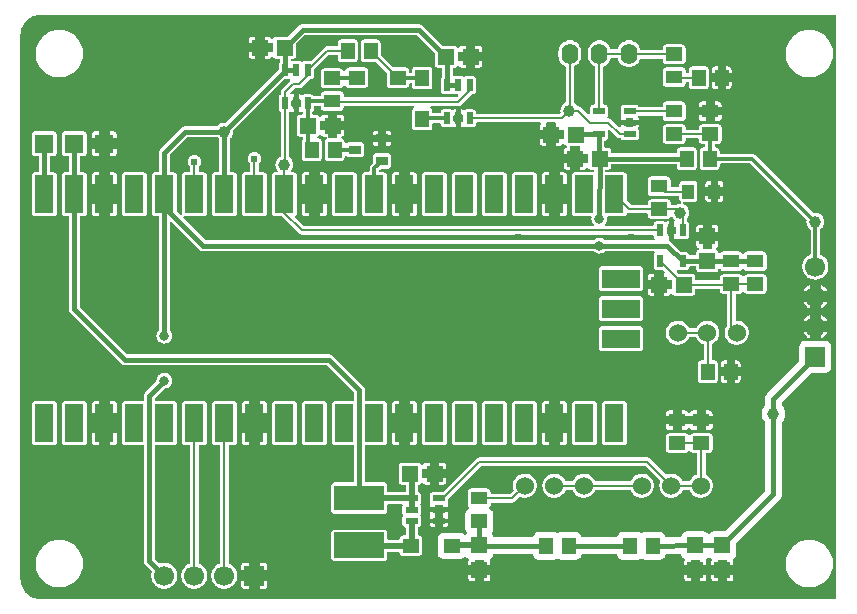
<source format=gtl>
G04 Layer: TopLayer*
G04 EasyEDA v6.5.14, 2022-08-19 22:00:23*
G04 9ad5c0e9e1e244c3a0103b4e9fecf948,9a5be75d700b4a6385dc1106f27949ae,10*
G04 Gerber Generator version 0.2*
G04 Scale: 100 percent, Rotated: No, Reflected: No *
G04 Dimensions in millimeters *
G04 leading zeros omitted , absolute positions ,4 integer and 5 decimal *
%FSLAX45Y45*%
%MOMM*%

%AMMACRO1*21,1,$1,$2,0,0,$3*%
%ADD10C,0.5000*%
%ADD11C,0.4000*%
%ADD12C,0.3000*%
%ADD13C,0.2100*%
%ADD14MACRO1,1.377X1.1325X90.0000*%
%ADD15MACRO1,1.35X1.41X90.0000*%
%ADD16MACRO1,1.35X1.41X0.0000*%
%ADD17R,1.3500X1.4100*%
%ADD18MACRO1,1.35X1.41X-90.0000*%
%ADD19MACRO1,1.377X1.1325X0.0000*%
%ADD20R,1.3770X1.1325*%
%ADD21R,0.5500X1.0000*%
%ADD22R,1.0720X0.5320*%
%ADD23R,1.0000X0.6000*%
%ADD24C,1.0000*%
%ADD25R,1.0000X1.2500*%
%ADD26R,1.4000X1.2000*%
%ADD27R,1.2000X1.4000*%
%ADD28MACRO1,4.22X2.124X0.0000*%
%ADD29R,4.2200X2.1240*%
%ADD30R,1.0000X0.8000*%
%ADD31MACRO1,1.377X1.1325X-90.0000*%
%ADD32R,0.6000X1.0000*%
%ADD33R,1.6000X3.2000*%
%ADD34R,3.2000X1.6000*%
%ADD35R,1.5748X1.5748*%
%ADD36R,1.7000X1.7000*%
%ADD37C,1.7000*%
%ADD38C,1.5240*%
%ADD39O,1.3999972X1.7500092*%
%ADD40C,0.8200*%
%ADD41C,0.6200*%
%ADD42C,0.0139*%

%LPD*%
G36*
X6924040Y-4976266D02*
G01*
X200863Y-4974082D01*
X182422Y-4973116D01*
X165557Y-4970576D01*
X148996Y-4966411D01*
X132943Y-4960569D01*
X117500Y-4953254D01*
X102870Y-4944414D01*
X89204Y-4934204D01*
X76606Y-4922723D01*
X65125Y-4910023D01*
X55016Y-4896256D01*
X46278Y-4881575D01*
X39014Y-4866132D01*
X33324Y-4850028D01*
X29209Y-4833467D01*
X26771Y-4816551D01*
X25908Y-4799126D01*
X25908Y-200863D01*
X26873Y-182422D01*
X29413Y-165557D01*
X33578Y-148996D01*
X39420Y-132943D01*
X46736Y-117500D01*
X55575Y-102870D01*
X65786Y-89204D01*
X77266Y-76606D01*
X89966Y-65125D01*
X103733Y-55016D01*
X118414Y-46278D01*
X133858Y-39014D01*
X149961Y-33324D01*
X166522Y-29209D01*
X183438Y-26771D01*
X200863Y-25908D01*
X6924040Y-25908D01*
X6927900Y-26670D01*
X6931202Y-28905D01*
X6933438Y-32156D01*
X6934200Y-36068D01*
X6934200Y-4966106D01*
X6933438Y-4970018D01*
X6931202Y-4973320D01*
X6927900Y-4975504D01*
G37*

%LPC*%
G36*
X1922170Y-4886096D02*
G01*
X1957730Y-4886096D01*
X1957730Y-4824018D01*
X1895703Y-4824018D01*
X1895703Y-4859629D01*
X1896414Y-4865928D01*
X1898294Y-4871415D01*
X1901393Y-4876292D01*
X1905507Y-4880406D01*
X1910384Y-4883454D01*
X1915871Y-4885385D01*
G37*
G36*
X2055469Y-4886096D02*
G01*
X2091029Y-4886096D01*
X2097328Y-4885385D01*
X2102815Y-4883454D01*
X2107692Y-4880406D01*
X2111806Y-4876292D01*
X2114905Y-4871415D01*
X2116785Y-4865928D01*
X2117496Y-4859629D01*
X2117496Y-4824018D01*
X2055469Y-4824018D01*
G37*
G36*
X1749043Y-4885994D02*
G01*
X1763268Y-4885588D01*
X1777288Y-4883302D01*
X1790903Y-4879238D01*
X1803907Y-4873498D01*
X1816049Y-4866132D01*
X1827123Y-4857292D01*
X1837029Y-4847082D01*
X1845513Y-4835702D01*
X1852523Y-4823307D01*
X1857857Y-4810150D01*
X1861464Y-4796383D01*
X1863242Y-4782312D01*
X1863242Y-4768088D01*
X1861464Y-4754016D01*
X1857857Y-4740249D01*
X1852523Y-4727092D01*
X1845513Y-4714697D01*
X1837029Y-4703318D01*
X1827123Y-4693107D01*
X1816049Y-4684268D01*
X1803907Y-4676902D01*
X1795068Y-4672990D01*
X1791868Y-4670755D01*
X1789734Y-4667504D01*
X1789023Y-4663694D01*
X1789023Y-3679647D01*
X1789785Y-3675786D01*
X1791970Y-3672484D01*
X1795272Y-3670300D01*
X1799183Y-3669487D01*
X1832000Y-3669487D01*
X1838350Y-3668776D01*
X1843786Y-3666896D01*
X1848713Y-3663797D01*
X1852777Y-3659682D01*
X1855876Y-3654806D01*
X1857806Y-3649370D01*
X1858518Y-3643020D01*
X1858518Y-3324148D01*
X1857806Y-3317849D01*
X1855876Y-3312363D01*
X1852777Y-3307486D01*
X1848713Y-3303371D01*
X1843786Y-3300323D01*
X1838350Y-3298393D01*
X1832000Y-3297682D01*
X1673148Y-3297682D01*
X1666849Y-3298393D01*
X1661363Y-3300323D01*
X1656486Y-3303371D01*
X1652371Y-3307486D01*
X1649323Y-3312363D01*
X1647393Y-3317849D01*
X1646682Y-3324148D01*
X1646682Y-3643020D01*
X1647393Y-3649370D01*
X1649323Y-3654806D01*
X1652371Y-3659682D01*
X1656486Y-3663797D01*
X1661363Y-3666896D01*
X1666849Y-3668776D01*
X1673148Y-3669487D01*
X1706016Y-3669487D01*
X1709928Y-3670300D01*
X1713230Y-3672484D01*
X1715414Y-3675786D01*
X1716176Y-3679647D01*
X1716176Y-4663592D01*
X1715363Y-4667605D01*
X1713026Y-4670958D01*
X1709521Y-4673142D01*
X1707692Y-4673803D01*
X1695094Y-4680356D01*
X1683461Y-4688484D01*
X1672945Y-4698034D01*
X1663750Y-4708855D01*
X1655978Y-4720793D01*
X1649831Y-4733594D01*
X1645361Y-4747056D01*
X1642618Y-4761026D01*
X1641703Y-4775200D01*
X1642618Y-4789373D01*
X1645361Y-4803292D01*
X1649831Y-4816805D01*
X1655978Y-4829606D01*
X1663750Y-4841494D01*
X1672945Y-4852314D01*
X1683461Y-4861864D01*
X1695094Y-4869992D01*
X1707692Y-4876596D01*
X1721053Y-4881473D01*
X1734921Y-4884674D01*
G37*
G36*
X1495044Y-4885994D02*
G01*
X1509268Y-4885588D01*
X1523288Y-4883302D01*
X1536903Y-4879238D01*
X1549908Y-4873498D01*
X1562049Y-4866132D01*
X1573123Y-4857292D01*
X1583029Y-4847082D01*
X1591513Y-4835702D01*
X1598523Y-4823307D01*
X1603857Y-4810150D01*
X1607464Y-4796383D01*
X1609242Y-4782312D01*
X1609242Y-4768088D01*
X1607464Y-4754016D01*
X1603857Y-4740249D01*
X1598523Y-4727092D01*
X1591513Y-4714697D01*
X1583029Y-4703318D01*
X1573123Y-4693107D01*
X1562049Y-4684268D01*
X1549908Y-4676902D01*
X1541068Y-4672990D01*
X1537868Y-4670755D01*
X1535734Y-4667504D01*
X1535023Y-4663694D01*
X1535023Y-3679647D01*
X1535785Y-3675786D01*
X1537970Y-3672484D01*
X1541272Y-3670300D01*
X1545183Y-3669487D01*
X1578000Y-3669487D01*
X1584350Y-3668776D01*
X1589786Y-3666896D01*
X1594713Y-3663797D01*
X1598777Y-3659682D01*
X1601876Y-3654806D01*
X1603806Y-3649370D01*
X1604518Y-3643020D01*
X1604518Y-3324148D01*
X1603806Y-3317849D01*
X1601876Y-3312363D01*
X1598777Y-3307486D01*
X1594713Y-3303371D01*
X1589786Y-3300323D01*
X1584350Y-3298393D01*
X1578000Y-3297682D01*
X1419148Y-3297682D01*
X1412849Y-3298393D01*
X1407363Y-3300323D01*
X1402486Y-3303371D01*
X1398371Y-3307486D01*
X1395323Y-3312363D01*
X1393393Y-3317849D01*
X1392682Y-3324148D01*
X1392682Y-3643020D01*
X1393393Y-3649370D01*
X1395323Y-3654806D01*
X1398371Y-3659682D01*
X1402486Y-3663797D01*
X1407363Y-3666896D01*
X1412849Y-3668776D01*
X1419148Y-3669487D01*
X1452016Y-3669487D01*
X1455928Y-3670300D01*
X1459230Y-3672484D01*
X1461414Y-3675786D01*
X1462176Y-3679647D01*
X1462176Y-4663592D01*
X1461363Y-4667605D01*
X1459026Y-4670958D01*
X1455521Y-4673142D01*
X1453692Y-4673803D01*
X1441094Y-4680356D01*
X1429461Y-4688484D01*
X1418945Y-4698034D01*
X1409750Y-4708855D01*
X1401978Y-4720793D01*
X1395831Y-4733594D01*
X1391361Y-4747056D01*
X1388618Y-4761026D01*
X1387703Y-4775200D01*
X1388618Y-4789373D01*
X1391361Y-4803292D01*
X1395831Y-4816805D01*
X1401978Y-4829606D01*
X1409750Y-4841494D01*
X1418945Y-4852314D01*
X1429461Y-4861864D01*
X1441094Y-4869992D01*
X1453692Y-4876596D01*
X1467053Y-4881473D01*
X1480921Y-4884674D01*
G37*
G36*
X1241044Y-4885994D02*
G01*
X1255268Y-4885588D01*
X1269288Y-4883302D01*
X1282903Y-4879238D01*
X1295908Y-4873498D01*
X1308049Y-4866132D01*
X1319123Y-4857292D01*
X1329029Y-4847082D01*
X1337513Y-4835702D01*
X1344523Y-4823307D01*
X1349857Y-4810150D01*
X1353464Y-4796383D01*
X1355242Y-4782312D01*
X1355242Y-4768088D01*
X1353464Y-4754016D01*
X1349857Y-4740249D01*
X1344523Y-4727092D01*
X1337513Y-4714697D01*
X1329029Y-4703318D01*
X1319123Y-4693107D01*
X1308049Y-4684268D01*
X1295908Y-4676902D01*
X1282903Y-4671110D01*
X1269288Y-4667097D01*
X1255268Y-4664811D01*
X1241044Y-4664354D01*
X1226921Y-4665726D01*
X1208176Y-4669891D01*
X1204417Y-4669078D01*
X1201267Y-4666945D01*
X1166469Y-4632147D01*
X1164285Y-4628845D01*
X1163523Y-4624984D01*
X1163523Y-3679647D01*
X1164285Y-3675786D01*
X1166469Y-3672484D01*
X1169771Y-3670300D01*
X1173683Y-3669487D01*
X1324000Y-3669487D01*
X1330350Y-3668776D01*
X1335786Y-3666896D01*
X1340713Y-3663797D01*
X1344777Y-3659682D01*
X1347876Y-3654806D01*
X1349806Y-3649370D01*
X1350518Y-3643020D01*
X1350518Y-3324148D01*
X1349806Y-3317849D01*
X1347876Y-3312363D01*
X1344777Y-3307486D01*
X1340713Y-3303371D01*
X1335786Y-3300323D01*
X1330350Y-3298393D01*
X1324000Y-3297682D01*
X1173683Y-3297682D01*
X1169771Y-3296920D01*
X1166469Y-3294735D01*
X1164285Y-3291433D01*
X1163523Y-3287522D01*
X1163523Y-3274415D01*
X1164285Y-3270554D01*
X1166469Y-3267252D01*
X1239926Y-3193796D01*
X1243025Y-3191662D01*
X1246682Y-3190849D01*
X1252677Y-3190595D01*
X1263192Y-3188411D01*
X1273251Y-3184601D01*
X1282598Y-3179216D01*
X1290929Y-3172409D01*
X1298041Y-3164382D01*
X1303832Y-3155289D01*
X1308049Y-3145383D01*
X1310589Y-3134918D01*
X1311452Y-3124200D01*
X1310589Y-3113481D01*
X1308049Y-3103016D01*
X1303832Y-3093110D01*
X1298041Y-3084017D01*
X1290929Y-3075990D01*
X1282598Y-3069183D01*
X1273251Y-3063798D01*
X1263192Y-3059988D01*
X1252677Y-3057804D01*
X1241907Y-3057398D01*
X1231239Y-3058668D01*
X1220876Y-3061665D01*
X1211173Y-3066288D01*
X1202283Y-3072384D01*
X1194562Y-3079851D01*
X1188059Y-3088436D01*
X1183081Y-3097987D01*
X1179677Y-3108198D01*
X1177950Y-3118815D01*
X1177950Y-3121710D01*
X1177188Y-3125622D01*
X1174953Y-3128924D01*
X1083919Y-3220008D01*
X1078585Y-3227070D01*
X1074826Y-3234639D01*
X1072489Y-3242767D01*
X1071676Y-3251657D01*
X1071676Y-3287522D01*
X1070914Y-3291433D01*
X1068730Y-3294735D01*
X1065428Y-3296920D01*
X1061516Y-3297682D01*
X911148Y-3297682D01*
X904849Y-3298393D01*
X899363Y-3300323D01*
X894486Y-3303371D01*
X890371Y-3307486D01*
X887323Y-3312363D01*
X885393Y-3317849D01*
X884682Y-3324148D01*
X884682Y-3643020D01*
X885393Y-3649370D01*
X887323Y-3654806D01*
X890371Y-3659682D01*
X894486Y-3663797D01*
X899363Y-3666896D01*
X904849Y-3668776D01*
X911148Y-3669487D01*
X1061516Y-3669487D01*
X1065428Y-3670300D01*
X1068730Y-3672484D01*
X1070914Y-3675786D01*
X1071676Y-3679647D01*
X1071727Y-4649978D01*
X1072946Y-4658715D01*
X1075639Y-4666742D01*
X1079754Y-4674108D01*
X1085443Y-4681016D01*
X1136446Y-4731969D01*
X1138529Y-4735017D01*
X1139393Y-4738674D01*
X1138885Y-4742332D01*
X1137361Y-4747056D01*
X1134618Y-4761026D01*
X1133703Y-4775200D01*
X1134618Y-4789373D01*
X1137361Y-4803292D01*
X1141831Y-4816805D01*
X1147978Y-4829606D01*
X1155750Y-4841494D01*
X1164945Y-4852314D01*
X1175461Y-4861864D01*
X1187094Y-4869992D01*
X1199692Y-4876596D01*
X1213053Y-4881473D01*
X1226921Y-4884674D01*
G37*
G36*
X360476Y-4874463D02*
G01*
X379831Y-4873040D01*
X398932Y-4869789D01*
X417677Y-4864658D01*
X435813Y-4857800D01*
X453237Y-4849164D01*
X469747Y-4838954D01*
X485140Y-4827168D01*
X499364Y-4813909D01*
X512216Y-4799380D01*
X523646Y-4783683D01*
X533501Y-4766970D01*
X541680Y-4749342D01*
X548132Y-4731054D01*
X552754Y-4712208D01*
X555548Y-4693005D01*
X556514Y-4673600D01*
X555548Y-4654194D01*
X552754Y-4634992D01*
X548132Y-4616145D01*
X541680Y-4597857D01*
X533501Y-4580229D01*
X523646Y-4563516D01*
X512216Y-4547819D01*
X499364Y-4533290D01*
X485140Y-4520031D01*
X469747Y-4508246D01*
X453237Y-4498035D01*
X435813Y-4489399D01*
X417677Y-4482541D01*
X398932Y-4477461D01*
X379831Y-4474159D01*
X360476Y-4472736D01*
X341071Y-4473244D01*
X321767Y-4475581D01*
X302818Y-4479747D01*
X284378Y-4485741D01*
X266547Y-4493514D01*
X249580Y-4502962D01*
X233629Y-4513986D01*
X218795Y-4526483D01*
X205232Y-4540402D01*
X193090Y-4555540D01*
X182422Y-4571746D01*
X173431Y-4588967D01*
X166116Y-4606899D01*
X160528Y-4625543D01*
X156819Y-4644593D01*
X154940Y-4663897D01*
X154940Y-4683302D01*
X156819Y-4702606D01*
X160528Y-4721656D01*
X166116Y-4740300D01*
X173431Y-4758283D01*
X182422Y-4775454D01*
X193090Y-4791659D01*
X205232Y-4806797D01*
X218795Y-4820716D01*
X233629Y-4833213D01*
X249580Y-4844237D01*
X266547Y-4853686D01*
X284378Y-4861458D01*
X302818Y-4867452D01*
X321767Y-4871618D01*
X341071Y-4873955D01*
G37*
G36*
X6710476Y-4874463D02*
G01*
X6729831Y-4873040D01*
X6748932Y-4869789D01*
X6767677Y-4864658D01*
X6785813Y-4857800D01*
X6803237Y-4849164D01*
X6819747Y-4838954D01*
X6835140Y-4827168D01*
X6849364Y-4813909D01*
X6862216Y-4799380D01*
X6873646Y-4783683D01*
X6883501Y-4766970D01*
X6891680Y-4749342D01*
X6898131Y-4731054D01*
X6902754Y-4712208D01*
X6905548Y-4693005D01*
X6906514Y-4673600D01*
X6905548Y-4654194D01*
X6902754Y-4634992D01*
X6898131Y-4616145D01*
X6891680Y-4597857D01*
X6883501Y-4580229D01*
X6873646Y-4563516D01*
X6862216Y-4547819D01*
X6849364Y-4533290D01*
X6835140Y-4520031D01*
X6819747Y-4508246D01*
X6803237Y-4498035D01*
X6785813Y-4489399D01*
X6767677Y-4482541D01*
X6748932Y-4477461D01*
X6729831Y-4474159D01*
X6710476Y-4472736D01*
X6691071Y-4473244D01*
X6671767Y-4475581D01*
X6652818Y-4479747D01*
X6634378Y-4485741D01*
X6616547Y-4493514D01*
X6599580Y-4502962D01*
X6583629Y-4513986D01*
X6568795Y-4526483D01*
X6555231Y-4540402D01*
X6543090Y-4555540D01*
X6532422Y-4571746D01*
X6523431Y-4588967D01*
X6516116Y-4606899D01*
X6510528Y-4625543D01*
X6506819Y-4644593D01*
X6504940Y-4663897D01*
X6504940Y-4683302D01*
X6506819Y-4702606D01*
X6510528Y-4721656D01*
X6516116Y-4740300D01*
X6523431Y-4758283D01*
X6532422Y-4775454D01*
X6543090Y-4791659D01*
X6555231Y-4806797D01*
X6568795Y-4820716D01*
X6583629Y-4833213D01*
X6599580Y-4844237D01*
X6616547Y-4853686D01*
X6634378Y-4861458D01*
X6652818Y-4867452D01*
X6671767Y-4871618D01*
X6691071Y-4873955D01*
G37*
G36*
X5673445Y-4822190D02*
G01*
X5700318Y-4822190D01*
X5700318Y-4767376D01*
X5646978Y-4767376D01*
X5646978Y-4795723D01*
X5647690Y-4802073D01*
X5649620Y-4807508D01*
X5652719Y-4812436D01*
X5656783Y-4816500D01*
X5661710Y-4819599D01*
X5667146Y-4821478D01*
G37*
G36*
X5902045Y-4822190D02*
G01*
X5928868Y-4822190D01*
X5928868Y-4767376D01*
X5875578Y-4767376D01*
X5875578Y-4795723D01*
X5876290Y-4802022D01*
X5878220Y-4807508D01*
X5881268Y-4812385D01*
X5885383Y-4816500D01*
X5890260Y-4819599D01*
X5895746Y-4821478D01*
G37*
G36*
X3951681Y-4822190D02*
G01*
X3978554Y-4822190D01*
X3984853Y-4821478D01*
X3990289Y-4819599D01*
X3995216Y-4816500D01*
X3999280Y-4812436D01*
X4002379Y-4807508D01*
X4004310Y-4802073D01*
X4005021Y-4795723D01*
X4005021Y-4767376D01*
X3951681Y-4767376D01*
G37*
G36*
X3844645Y-4822190D02*
G01*
X3871518Y-4822190D01*
X3871518Y-4767376D01*
X3818178Y-4767376D01*
X3818178Y-4795723D01*
X3818890Y-4802073D01*
X3820820Y-4807508D01*
X3823919Y-4812436D01*
X3827983Y-4816500D01*
X3832910Y-4819599D01*
X3838346Y-4821478D01*
G37*
G36*
X5780481Y-4822190D02*
G01*
X5807354Y-4822190D01*
X5813653Y-4821478D01*
X5819089Y-4819599D01*
X5824016Y-4816500D01*
X5828080Y-4812436D01*
X5831179Y-4807508D01*
X5833110Y-4802073D01*
X5833821Y-4795723D01*
X5833821Y-4767376D01*
X5780481Y-4767376D01*
G37*
G36*
X6009081Y-4822190D02*
G01*
X6035903Y-4822190D01*
X6042253Y-4821478D01*
X6047689Y-4819599D01*
X6052616Y-4816500D01*
X6056680Y-4812385D01*
X6059779Y-4807508D01*
X6061659Y-4802022D01*
X6062421Y-4795723D01*
X6062421Y-4767376D01*
X6009081Y-4767376D01*
G37*
G36*
X1895703Y-4726330D02*
G01*
X1957730Y-4726330D01*
X1957730Y-4664303D01*
X1922170Y-4664303D01*
X1915871Y-4665014D01*
X1910384Y-4666894D01*
X1905507Y-4669993D01*
X1901393Y-4674057D01*
X1898294Y-4678984D01*
X1896414Y-4684420D01*
X1895703Y-4690770D01*
G37*
G36*
X2055469Y-4726330D02*
G01*
X2117496Y-4726330D01*
X2117496Y-4690770D01*
X2116785Y-4684420D01*
X2114905Y-4678984D01*
X2111806Y-4674057D01*
X2107692Y-4669993D01*
X2102815Y-4666894D01*
X2097328Y-4665014D01*
X2091029Y-4664303D01*
X2055469Y-4664303D01*
G37*
G36*
X3818178Y-4684217D02*
G01*
X3871518Y-4684217D01*
X3871518Y-4650994D01*
X3872280Y-4647082D01*
X3874465Y-4643780D01*
X3877767Y-4641596D01*
X3881678Y-4640834D01*
X3941521Y-4640834D01*
X3945432Y-4641596D01*
X3948734Y-4643780D01*
X3950919Y-4647082D01*
X3951681Y-4650994D01*
X3951681Y-4684217D01*
X4005021Y-4684217D01*
X4005021Y-4655870D01*
X4004310Y-4649571D01*
X4002481Y-4644339D01*
X4001973Y-4640021D01*
X4003294Y-4635855D01*
X4006240Y-4632655D01*
X4011523Y-4628946D01*
X4017772Y-4622749D01*
X4022801Y-4615535D01*
X4026509Y-4607560D01*
X4028744Y-4599228D01*
X4030776Y-4595317D01*
X4034282Y-4592675D01*
X4038549Y-4591710D01*
X4359351Y-4591710D01*
X4363618Y-4592675D01*
X4367123Y-4595317D01*
X4369155Y-4599228D01*
X4371289Y-4607306D01*
X4375048Y-4615281D01*
X4380077Y-4622495D01*
X4386275Y-4628692D01*
X4393488Y-4633772D01*
X4401464Y-4637481D01*
X4409998Y-4639767D01*
X4419193Y-4640529D01*
X4531563Y-4640529D01*
X4540758Y-4639767D01*
X4549241Y-4637481D01*
X4557217Y-4633772D01*
X4568088Y-4626102D01*
X4572000Y-4625340D01*
X4575860Y-4626102D01*
X4586782Y-4633772D01*
X4594707Y-4637481D01*
X4603242Y-4639767D01*
X4612436Y-4640529D01*
X4724806Y-4640529D01*
X4734001Y-4639767D01*
X4742484Y-4637481D01*
X4750460Y-4633772D01*
X4757674Y-4628692D01*
X4763922Y-4622495D01*
X4768951Y-4615281D01*
X4772660Y-4607306D01*
X4774844Y-4599228D01*
X4776876Y-4595317D01*
X4780330Y-4592675D01*
X4784648Y-4591710D01*
X5070551Y-4591710D01*
X5074818Y-4592675D01*
X5078323Y-4595317D01*
X5080355Y-4599228D01*
X5082489Y-4607306D01*
X5086248Y-4615281D01*
X5091277Y-4622495D01*
X5097475Y-4628692D01*
X5104688Y-4633772D01*
X5112664Y-4637481D01*
X5121148Y-4639767D01*
X5130393Y-4640529D01*
X5242763Y-4640529D01*
X5251958Y-4639767D01*
X5260441Y-4637481D01*
X5268417Y-4633772D01*
X5279288Y-4626102D01*
X5283200Y-4625340D01*
X5287060Y-4626102D01*
X5297932Y-4633772D01*
X5305907Y-4637481D01*
X5314442Y-4639767D01*
X5323636Y-4640529D01*
X5436006Y-4640529D01*
X5445201Y-4639767D01*
X5453684Y-4637481D01*
X5461660Y-4633772D01*
X5468874Y-4628692D01*
X5475122Y-4622495D01*
X5480151Y-4615281D01*
X5483860Y-4607306D01*
X5486146Y-4598822D01*
X5488178Y-4594961D01*
X5491632Y-4592269D01*
X5495899Y-4591304D01*
X5613196Y-4590897D01*
X5617464Y-4591812D01*
X5620969Y-4594504D01*
X5623001Y-4598416D01*
X5625490Y-4607560D01*
X5629198Y-4615535D01*
X5634228Y-4622749D01*
X5640476Y-4628946D01*
X5645759Y-4632655D01*
X5648706Y-4635855D01*
X5650026Y-4640021D01*
X5649518Y-4644339D01*
X5647690Y-4649571D01*
X5646978Y-4655870D01*
X5646978Y-4684217D01*
X5700318Y-4684217D01*
X5700318Y-4650994D01*
X5701080Y-4647082D01*
X5703265Y-4643780D01*
X5706567Y-4641596D01*
X5710478Y-4640834D01*
X5770321Y-4640834D01*
X5774232Y-4641596D01*
X5777534Y-4643780D01*
X5779719Y-4647082D01*
X5780481Y-4650994D01*
X5780481Y-4684217D01*
X5833821Y-4684217D01*
X5833821Y-4655870D01*
X5833110Y-4649571D01*
X5831281Y-4644339D01*
X5830773Y-4640021D01*
X5832094Y-4635855D01*
X5835040Y-4632655D01*
X5840323Y-4628997D01*
X5847435Y-4621733D01*
X5850788Y-4619447D01*
X5854700Y-4618685D01*
X5858611Y-4619447D01*
X5861964Y-4621733D01*
X5869076Y-4628997D01*
X5874359Y-4632655D01*
X5877306Y-4635855D01*
X5878626Y-4640021D01*
X5878118Y-4644339D01*
X5876290Y-4649520D01*
X5875578Y-4655870D01*
X5875578Y-4684166D01*
X5928868Y-4684166D01*
X5928868Y-4650943D01*
X5929680Y-4647082D01*
X5931865Y-4643780D01*
X5935167Y-4641596D01*
X5939028Y-4640783D01*
X5998921Y-4640783D01*
X6002832Y-4641596D01*
X6006134Y-4643780D01*
X6008319Y-4647082D01*
X6009081Y-4650943D01*
X6009081Y-4684166D01*
X6062421Y-4684166D01*
X6062421Y-4655870D01*
X6061659Y-4649520D01*
X6059881Y-4644339D01*
X6059322Y-4640021D01*
X6060694Y-4635855D01*
X6063640Y-4632655D01*
X6068923Y-4628946D01*
X6075172Y-4622749D01*
X6080201Y-4615535D01*
X6083909Y-4607560D01*
X6086195Y-4599076D01*
X6087008Y-4589830D01*
X6087008Y-4505756D01*
X6087770Y-4501845D01*
X6089954Y-4498543D01*
X6450380Y-4138168D01*
X6457797Y-4129430D01*
X6463588Y-4119981D01*
X6467805Y-4109770D01*
X6470396Y-4099051D01*
X6471310Y-4087622D01*
X6471310Y-3478987D01*
X6471970Y-3475329D01*
X6473952Y-3472179D01*
X6479641Y-3465880D01*
X6487261Y-3454806D01*
X6493306Y-3442817D01*
X6497726Y-3430117D01*
X6500368Y-3417011D01*
X6501282Y-3403600D01*
X6500368Y-3390188D01*
X6497726Y-3377031D01*
X6493306Y-3364382D01*
X6487261Y-3352393D01*
X6479641Y-3341319D01*
X6473952Y-3335020D01*
X6471970Y-3331819D01*
X6471310Y-3328162D01*
X6471310Y-3310026D01*
X6472072Y-3306114D01*
X6474307Y-3302812D01*
X6717639Y-3059480D01*
X6720941Y-3057296D01*
X6724802Y-3056483D01*
X6840931Y-3056483D01*
X6850125Y-3055721D01*
X6858660Y-3053435D01*
X6866636Y-3049727D01*
X6873849Y-3044647D01*
X6880047Y-3038449D01*
X6885076Y-3031236D01*
X6888835Y-3023260D01*
X6891070Y-3014776D01*
X6891883Y-3005531D01*
X6891883Y-2836418D01*
X6891070Y-2827223D01*
X6888835Y-2818739D01*
X6885076Y-2810764D01*
X6880047Y-2803550D01*
X6873849Y-2797352D01*
X6866636Y-2792272D01*
X6858660Y-2788564D01*
X6850125Y-2786278D01*
X6840931Y-2785465D01*
X6810248Y-2785465D01*
X6805930Y-2784551D01*
X6802628Y-2781960D01*
X6798970Y-2784703D01*
X6795058Y-2785465D01*
X6717690Y-2785465D01*
X6713829Y-2784703D01*
X6710172Y-2781960D01*
X6706819Y-2784551D01*
X6702552Y-2785465D01*
X6671818Y-2785465D01*
X6662623Y-2786278D01*
X6654139Y-2788564D01*
X6646164Y-2792272D01*
X6638950Y-2797352D01*
X6632702Y-2803550D01*
X6627672Y-2810764D01*
X6623964Y-2818739D01*
X6621678Y-2827223D01*
X6620865Y-2836418D01*
X6620865Y-2952597D01*
X6620103Y-2956458D01*
X6617919Y-2959760D01*
X6351219Y-3226460D01*
X6343802Y-3235147D01*
X6338011Y-3244596D01*
X6333794Y-3254806D01*
X6331204Y-3265576D01*
X6330289Y-3277006D01*
X6330289Y-3327958D01*
X6329476Y-3331972D01*
X6317945Y-3346704D01*
X6311087Y-3358286D01*
X6305854Y-3370630D01*
X6302298Y-3383584D01*
X6300520Y-3396894D01*
X6300520Y-3410305D01*
X6302298Y-3423615D01*
X6305854Y-3436569D01*
X6311087Y-3448913D01*
X6317945Y-3460445D01*
X6329476Y-3475228D01*
X6330289Y-3479190D01*
X6330289Y-4054601D01*
X6329527Y-4058462D01*
X6327292Y-4061764D01*
X5993282Y-4395825D01*
X5989980Y-4398010D01*
X5986119Y-4398772D01*
X5901944Y-4398772D01*
X5892698Y-4399584D01*
X5884214Y-4401870D01*
X5876239Y-4405579D01*
X5869076Y-4410608D01*
X5861913Y-4417872D01*
X5858611Y-4420108D01*
X5854700Y-4420920D01*
X5850737Y-4420108D01*
X5847435Y-4417872D01*
X5840323Y-4410608D01*
X5833110Y-4405579D01*
X5825185Y-4401870D01*
X5816650Y-4399584D01*
X5807456Y-4398772D01*
X5673344Y-4398772D01*
X5664149Y-4399584D01*
X5655614Y-4401870D01*
X5647690Y-4405579D01*
X5640476Y-4410659D01*
X5634228Y-4416856D01*
X5629198Y-4424070D01*
X5625490Y-4432046D01*
X5622188Y-4444187D01*
X5619953Y-4447184D01*
X5616752Y-4449165D01*
X5613095Y-4449876D01*
X5495798Y-4450283D01*
X5491480Y-4449318D01*
X5487974Y-4446676D01*
X5485942Y-4442764D01*
X5483860Y-4435094D01*
X5480151Y-4427118D01*
X5475122Y-4419904D01*
X5468874Y-4413656D01*
X5461660Y-4408627D01*
X5453684Y-4404918D01*
X5445201Y-4402632D01*
X5436006Y-4401820D01*
X5323636Y-4401820D01*
X5314442Y-4402632D01*
X5305907Y-4404918D01*
X5297932Y-4408627D01*
X5287060Y-4416247D01*
X5283200Y-4417009D01*
X5279288Y-4416247D01*
X5268417Y-4408627D01*
X5260441Y-4404918D01*
X5251958Y-4402632D01*
X5242763Y-4401820D01*
X5130393Y-4401820D01*
X5121148Y-4402632D01*
X5112664Y-4404918D01*
X5104688Y-4408627D01*
X5097475Y-4413656D01*
X5091277Y-4419904D01*
X5086248Y-4427118D01*
X5082489Y-4435094D01*
X5080355Y-4443171D01*
X5078323Y-4447082D01*
X5074818Y-4449724D01*
X5070551Y-4450689D01*
X4784648Y-4450689D01*
X4780381Y-4449724D01*
X4776876Y-4447082D01*
X4774844Y-4443171D01*
X4772660Y-4435094D01*
X4768951Y-4427118D01*
X4763922Y-4419904D01*
X4757674Y-4413656D01*
X4750460Y-4408627D01*
X4742484Y-4404918D01*
X4734001Y-4402632D01*
X4724806Y-4401820D01*
X4612436Y-4401820D01*
X4603242Y-4402632D01*
X4594707Y-4404918D01*
X4586782Y-4408627D01*
X4575860Y-4416247D01*
X4572000Y-4417009D01*
X4568088Y-4416247D01*
X4557217Y-4408627D01*
X4549241Y-4404918D01*
X4540758Y-4402632D01*
X4531563Y-4401820D01*
X4419193Y-4401820D01*
X4409998Y-4402632D01*
X4401464Y-4404918D01*
X4393488Y-4408627D01*
X4386275Y-4413656D01*
X4380077Y-4419904D01*
X4375048Y-4427118D01*
X4371289Y-4435094D01*
X4369155Y-4443171D01*
X4367123Y-4447082D01*
X4363618Y-4449724D01*
X4359351Y-4450689D01*
X4039006Y-4450689D01*
X4035298Y-4449978D01*
X4032148Y-4448048D01*
X4029913Y-4445050D01*
X4026509Y-4432046D01*
X4022801Y-4424070D01*
X4017264Y-4416145D01*
X4015587Y-4412132D01*
X4015740Y-4407763D01*
X4017721Y-4403902D01*
X4024172Y-4394911D01*
X4027881Y-4386935D01*
X4030167Y-4378401D01*
X4030979Y-4369206D01*
X4030979Y-4256836D01*
X4030167Y-4247642D01*
X4027881Y-4239158D01*
X4024172Y-4231182D01*
X4019092Y-4223969D01*
X4012895Y-4217720D01*
X4005681Y-4212691D01*
X4001668Y-4210812D01*
X3998518Y-4208526D01*
X3996436Y-4205224D01*
X3995775Y-4201414D01*
X3996588Y-4197654D01*
X3998772Y-4194403D01*
X4000652Y-4192524D01*
X4003751Y-4187596D01*
X4005630Y-4182160D01*
X4006342Y-4175810D01*
X4006342Y-4166311D01*
X4007154Y-4162450D01*
X4009339Y-4159148D01*
X4012641Y-4156964D01*
X4016501Y-4156151D01*
X4189526Y-4156151D01*
X4197146Y-4155440D01*
X4203954Y-4153357D01*
X4210253Y-4150004D01*
X4216146Y-4145127D01*
X4250283Y-4110990D01*
X4253534Y-4108805D01*
X4257294Y-4107992D01*
X4261154Y-4108704D01*
X4266336Y-4110685D01*
X4279595Y-4113834D01*
X4293158Y-4115206D01*
X4306824Y-4114749D01*
X4320235Y-4112514D01*
X4333290Y-4108450D01*
X4345635Y-4102709D01*
X4357166Y-4095394D01*
X4367580Y-4086555D01*
X4376724Y-4076446D01*
X4384446Y-4065219D01*
X4390593Y-4053027D01*
X4395063Y-4040174D01*
X4397756Y-4026814D01*
X4398670Y-4013200D01*
X4397756Y-3999585D01*
X4395063Y-3986225D01*
X4390593Y-3973322D01*
X4384446Y-3961180D01*
X4376724Y-3949903D01*
X4367580Y-3939794D01*
X4357166Y-3931005D01*
X4345635Y-3923690D01*
X4333290Y-3917950D01*
X4320235Y-3913886D01*
X4306824Y-3911600D01*
X4293158Y-3911142D01*
X4279595Y-3912514D01*
X4266336Y-3915714D01*
X4253636Y-3920591D01*
X4241647Y-3927144D01*
X4230674Y-3935222D01*
X4220870Y-3944721D01*
X4212437Y-3955440D01*
X4205478Y-3967175D01*
X4200144Y-3979722D01*
X4196537Y-3992879D01*
X4194759Y-4006392D01*
X4194759Y-4020007D01*
X4196537Y-4033520D01*
X4200144Y-4046677D01*
X4200906Y-4048404D01*
X4201718Y-4052315D01*
X4200956Y-4056227D01*
X4198721Y-4059580D01*
X4177944Y-4080357D01*
X4174642Y-4082592D01*
X4170730Y-4083354D01*
X4016501Y-4083354D01*
X4012641Y-4082592D01*
X4009339Y-4080357D01*
X4007154Y-4077055D01*
X4006342Y-4073194D01*
X4006342Y-4063695D01*
X4005630Y-4057396D01*
X4003751Y-4051909D01*
X4000652Y-4047032D01*
X3996588Y-4042918D01*
X3991660Y-4039870D01*
X3986225Y-4037939D01*
X3979875Y-4037228D01*
X3843324Y-4037228D01*
X3836974Y-4037939D01*
X3831539Y-4039870D01*
X3826611Y-4042918D01*
X3822547Y-4047032D01*
X3819448Y-4051909D01*
X3817569Y-4057396D01*
X3816858Y-4063695D01*
X3816858Y-4175810D01*
X3817569Y-4182160D01*
X3819448Y-4187596D01*
X3822547Y-4192524D01*
X3824427Y-4194403D01*
X3826611Y-4197654D01*
X3827424Y-4201414D01*
X3826764Y-4205224D01*
X3824681Y-4208526D01*
X3821531Y-4210812D01*
X3817518Y-4212691D01*
X3810304Y-4217720D01*
X3804107Y-4223969D01*
X3799027Y-4231182D01*
X3795318Y-4239158D01*
X3793032Y-4247642D01*
X3792220Y-4256836D01*
X3792220Y-4369206D01*
X3793032Y-4378401D01*
X3795318Y-4386935D01*
X3799027Y-4394911D01*
X3807002Y-4405884D01*
X3807917Y-4409287D01*
X3807561Y-4412792D01*
X3806088Y-4415993D01*
X3799992Y-4424629D01*
X3796792Y-4427575D01*
X3792575Y-4428845D01*
X3788206Y-4428286D01*
X3784549Y-4425950D01*
X3781145Y-4422546D01*
X3773932Y-4417466D01*
X3765956Y-4413758D01*
X3757472Y-4411472D01*
X3748227Y-4410659D01*
X3609136Y-4410659D01*
X3599942Y-4411472D01*
X3591407Y-4413758D01*
X3583432Y-4417466D01*
X3576218Y-4422546D01*
X3570020Y-4428744D01*
X3564991Y-4435957D01*
X3561283Y-4443933D01*
X3558997Y-4452416D01*
X3558184Y-4461611D01*
X3558184Y-4580737D01*
X3558997Y-4589932D01*
X3561283Y-4598466D01*
X3564991Y-4606442D01*
X3570020Y-4613656D01*
X3576218Y-4619853D01*
X3583432Y-4624882D01*
X3591407Y-4628591D01*
X3599942Y-4630877D01*
X3609136Y-4631690D01*
X3748227Y-4631690D01*
X3757472Y-4630877D01*
X3765956Y-4628591D01*
X3773932Y-4624882D01*
X3781145Y-4619853D01*
X3785666Y-4615281D01*
X3789375Y-4612944D01*
X3793744Y-4612386D01*
X3797960Y-4613706D01*
X3801160Y-4616653D01*
X3805428Y-4622749D01*
X3811676Y-4628946D01*
X3816959Y-4632655D01*
X3819906Y-4635855D01*
X3821226Y-4640021D01*
X3820718Y-4644339D01*
X3818890Y-4649571D01*
X3818178Y-4655870D01*
G37*
G36*
X2685186Y-4650079D02*
G01*
X3106013Y-4650079D01*
X3112363Y-4649368D01*
X3117799Y-4647488D01*
X3122726Y-4644390D01*
X3126790Y-4640275D01*
X3129889Y-4635398D01*
X3131769Y-4629912D01*
X3132480Y-4623612D01*
X3132480Y-4582261D01*
X3133293Y-4578400D01*
X3135477Y-4575098D01*
X3138779Y-4572863D01*
X3142640Y-4572101D01*
X3225749Y-4572101D01*
X3229356Y-4572762D01*
X3232505Y-4574692D01*
X3234791Y-4577588D01*
X3235858Y-4581144D01*
X3236518Y-4586935D01*
X3238398Y-4592421D01*
X3241497Y-4597298D01*
X3245612Y-4601413D01*
X3250488Y-4604461D01*
X3255924Y-4606391D01*
X3262274Y-4607102D01*
X3401110Y-4607102D01*
X3407460Y-4606391D01*
X3412896Y-4604461D01*
X3417824Y-4601413D01*
X3421887Y-4597298D01*
X3424986Y-4592421D01*
X3426917Y-4586935D01*
X3427628Y-4580636D01*
X3427628Y-4461764D01*
X3426917Y-4455414D01*
X3424986Y-4449978D01*
X3421887Y-4445101D01*
X3417824Y-4440986D01*
X3412896Y-4437888D01*
X3407511Y-4436008D01*
X3399536Y-4435246D01*
X3395979Y-4434179D01*
X3393033Y-4431944D01*
X3391103Y-4428794D01*
X3390392Y-4425137D01*
X3390392Y-4373219D01*
X3391255Y-4369104D01*
X3393744Y-4365701D01*
X3397351Y-4363567D01*
X3404362Y-4361230D01*
X3409187Y-4358182D01*
X3413302Y-4354118D01*
X3416401Y-4349191D01*
X3418281Y-4343755D01*
X3418992Y-4337405D01*
X3418992Y-4285386D01*
X3418281Y-4279036D01*
X3416401Y-4273600D01*
X3413709Y-4269282D01*
X3412286Y-4265777D01*
X3412286Y-4262018D01*
X3413709Y-4258462D01*
X3416401Y-4254195D01*
X3418281Y-4248759D01*
X3418992Y-4242409D01*
X3418992Y-4190339D01*
X3418281Y-4184040D01*
X3416401Y-4178554D01*
X3413709Y-4174286D01*
X3412286Y-4170781D01*
X3412286Y-4167022D01*
X3413709Y-4163466D01*
X3416401Y-4159199D01*
X3418281Y-4153763D01*
X3418992Y-4147413D01*
X3418992Y-4095343D01*
X3418281Y-4089044D01*
X3416401Y-4083558D01*
X3413302Y-4078681D01*
X3409187Y-4074566D01*
X3404362Y-4071569D01*
X3397351Y-4069181D01*
X3393694Y-4067098D01*
X3391255Y-4063695D01*
X3390392Y-4059580D01*
X3390392Y-4014724D01*
X3391052Y-4011066D01*
X3392982Y-4007916D01*
X3395878Y-4005681D01*
X3399434Y-4004614D01*
X3402228Y-4004310D01*
X3407714Y-4002379D01*
X3412591Y-3999280D01*
X3416706Y-3995216D01*
X3420414Y-3989324D01*
X3423208Y-3986377D01*
X3426968Y-3984802D01*
X3431032Y-3984802D01*
X3434791Y-3986377D01*
X3437585Y-3989324D01*
X3441293Y-3995216D01*
X3445408Y-3999280D01*
X3450285Y-4002379D01*
X3455771Y-4004310D01*
X3462070Y-4005021D01*
X3490417Y-4005021D01*
X3490417Y-3951681D01*
X3432556Y-3951681D01*
X3428695Y-3950919D01*
X3425393Y-3948734D01*
X3423158Y-3945432D01*
X3422396Y-3941521D01*
X3422396Y-3881678D01*
X3423158Y-3877767D01*
X3425393Y-3874465D01*
X3428695Y-3872280D01*
X3432556Y-3871518D01*
X3490417Y-3871518D01*
X3490417Y-3818178D01*
X3462070Y-3818178D01*
X3455771Y-3818890D01*
X3450285Y-3820820D01*
X3445408Y-3823919D01*
X3441293Y-3827983D01*
X3437585Y-3833876D01*
X3434791Y-3836822D01*
X3431032Y-3838397D01*
X3426968Y-3838397D01*
X3423208Y-3836822D01*
X3420414Y-3833876D01*
X3416706Y-3827983D01*
X3412591Y-3823919D01*
X3407714Y-3820820D01*
X3402228Y-3818890D01*
X3395929Y-3818178D01*
X3256076Y-3818178D01*
X3249726Y-3818890D01*
X3244291Y-3820820D01*
X3239363Y-3823919D01*
X3235299Y-3827983D01*
X3232200Y-3832910D01*
X3230321Y-3838346D01*
X3229610Y-3844645D01*
X3229610Y-3978554D01*
X3230321Y-3984853D01*
X3232200Y-3990289D01*
X3235299Y-3995216D01*
X3239363Y-3999280D01*
X3244291Y-4002379D01*
X3249726Y-4004310D01*
X3256076Y-4005021D01*
X3278428Y-4005021D01*
X3282289Y-4005783D01*
X3285591Y-4007967D01*
X3287826Y-4011269D01*
X3288588Y-4015181D01*
X3288588Y-4056938D01*
X3287826Y-4060799D01*
X3285591Y-4064101D01*
X3282289Y-4066336D01*
X3278428Y-4067098D01*
X3142640Y-4067098D01*
X3138779Y-4066336D01*
X3135477Y-4064101D01*
X3133293Y-4060799D01*
X3132480Y-4056938D01*
X3132480Y-4012387D01*
X3131769Y-4006037D01*
X3129889Y-4000601D01*
X3126790Y-3995674D01*
X3122726Y-3991610D01*
X3117799Y-3988511D01*
X3112363Y-3986580D01*
X3106013Y-3985869D01*
X2951683Y-3985869D01*
X2947771Y-3985107D01*
X2944469Y-3982923D01*
X2942285Y-3979621D01*
X2941523Y-3975709D01*
X2941523Y-3679647D01*
X2942285Y-3675786D01*
X2944469Y-3672484D01*
X2947771Y-3670300D01*
X2951683Y-3669487D01*
X3102000Y-3669487D01*
X3108350Y-3668776D01*
X3113786Y-3666896D01*
X3118713Y-3663797D01*
X3122777Y-3659682D01*
X3125876Y-3654806D01*
X3127806Y-3649370D01*
X3128518Y-3643020D01*
X3128518Y-3324148D01*
X3127806Y-3317849D01*
X3125876Y-3312363D01*
X3122777Y-3307486D01*
X3118713Y-3303371D01*
X3113786Y-3300323D01*
X3108350Y-3298393D01*
X3102000Y-3297682D01*
X2951683Y-3297682D01*
X2947771Y-3296920D01*
X2944469Y-3294735D01*
X2942285Y-3291433D01*
X2941523Y-3287522D01*
X2941472Y-3198622D01*
X2940253Y-3189884D01*
X2937560Y-3181858D01*
X2933446Y-3174492D01*
X2927705Y-3167583D01*
X2672791Y-2912719D01*
X2665730Y-2907385D01*
X2658160Y-2903626D01*
X2650032Y-2901289D01*
X2641142Y-2900476D01*
X937615Y-2900476D01*
X933754Y-2899714D01*
X930452Y-2897530D01*
X531469Y-2498547D01*
X529285Y-2495245D01*
X528523Y-2491384D01*
X528523Y-1741678D01*
X529285Y-1737766D01*
X531469Y-1734464D01*
X534771Y-1732280D01*
X538683Y-1731518D01*
X562000Y-1731518D01*
X568350Y-1730806D01*
X573786Y-1728876D01*
X578713Y-1725777D01*
X582777Y-1721713D01*
X585876Y-1716786D01*
X587806Y-1711350D01*
X588518Y-1705000D01*
X588518Y-1386179D01*
X587806Y-1379829D01*
X585876Y-1374394D01*
X582777Y-1369466D01*
X578713Y-1365402D01*
X573786Y-1362303D01*
X568350Y-1360373D01*
X562000Y-1359662D01*
X538683Y-1359662D01*
X534771Y-1358900D01*
X531469Y-1356715D01*
X529285Y-1353413D01*
X528523Y-1349502D01*
X528523Y-1232408D01*
X529285Y-1228496D01*
X531469Y-1225245D01*
X534771Y-1223010D01*
X538683Y-1222248D01*
X560781Y-1222248D01*
X567080Y-1221536D01*
X572566Y-1219606D01*
X577443Y-1216558D01*
X581558Y-1212443D01*
X584606Y-1207566D01*
X586536Y-1202080D01*
X587248Y-1195781D01*
X587248Y-1039418D01*
X586536Y-1033119D01*
X584606Y-1027633D01*
X581558Y-1022756D01*
X577443Y-1018641D01*
X572566Y-1015593D01*
X567080Y-1013663D01*
X560781Y-1012952D01*
X404418Y-1012952D01*
X398119Y-1013663D01*
X392633Y-1015593D01*
X387756Y-1018641D01*
X383641Y-1022756D01*
X380593Y-1027633D01*
X378663Y-1033119D01*
X377952Y-1039418D01*
X377952Y-1195781D01*
X378663Y-1202080D01*
X380593Y-1207566D01*
X383641Y-1212443D01*
X387756Y-1216558D01*
X392633Y-1219606D01*
X398119Y-1221536D01*
X404418Y-1222248D01*
X426516Y-1222248D01*
X430428Y-1223010D01*
X433730Y-1225245D01*
X435914Y-1228496D01*
X436676Y-1232408D01*
X436676Y-1349502D01*
X435914Y-1353413D01*
X433730Y-1356715D01*
X430428Y-1358900D01*
X426516Y-1359662D01*
X403148Y-1359662D01*
X396849Y-1360373D01*
X391363Y-1362303D01*
X386486Y-1365402D01*
X382371Y-1369466D01*
X379323Y-1374394D01*
X377393Y-1379829D01*
X376682Y-1386179D01*
X376682Y-1705000D01*
X377393Y-1711350D01*
X379323Y-1716786D01*
X382371Y-1721713D01*
X386486Y-1725777D01*
X391363Y-1728876D01*
X396849Y-1730806D01*
X403148Y-1731518D01*
X426516Y-1731518D01*
X430428Y-1732280D01*
X433730Y-1734464D01*
X435914Y-1737766D01*
X436676Y-1741678D01*
X436727Y-2516378D01*
X437946Y-2525115D01*
X440639Y-2533142D01*
X444754Y-2540508D01*
X450494Y-2547416D01*
X883208Y-2980080D01*
X890269Y-2985414D01*
X897839Y-2989173D01*
X905967Y-2991459D01*
X914857Y-2992323D01*
X2618384Y-2992323D01*
X2622245Y-2993085D01*
X2625547Y-2995269D01*
X2846730Y-3216452D01*
X2848914Y-3219754D01*
X2849676Y-3223615D01*
X2849676Y-3287522D01*
X2848914Y-3291433D01*
X2846730Y-3294735D01*
X2843428Y-3296920D01*
X2839516Y-3297682D01*
X2689148Y-3297682D01*
X2682849Y-3298393D01*
X2677363Y-3300323D01*
X2672486Y-3303371D01*
X2668371Y-3307486D01*
X2665323Y-3312363D01*
X2663393Y-3317849D01*
X2662682Y-3324148D01*
X2662682Y-3643020D01*
X2663393Y-3649370D01*
X2665323Y-3654806D01*
X2668371Y-3659682D01*
X2672486Y-3663797D01*
X2677363Y-3666896D01*
X2682849Y-3668776D01*
X2689148Y-3669487D01*
X2839516Y-3669487D01*
X2843428Y-3670300D01*
X2846730Y-3672484D01*
X2848914Y-3675786D01*
X2849676Y-3679647D01*
X2849676Y-3975709D01*
X2848914Y-3979621D01*
X2846730Y-3982923D01*
X2843428Y-3985107D01*
X2839516Y-3985869D01*
X2685186Y-3985869D01*
X2678836Y-3986580D01*
X2673400Y-3988511D01*
X2668473Y-3991610D01*
X2664409Y-3995674D01*
X2661310Y-4000601D01*
X2659380Y-4006037D01*
X2658668Y-4012387D01*
X2658668Y-4223613D01*
X2659380Y-4229963D01*
X2661310Y-4235399D01*
X2664409Y-4240326D01*
X2668473Y-4244390D01*
X2673400Y-4247489D01*
X2678836Y-4249420D01*
X2685186Y-4250131D01*
X3106013Y-4250131D01*
X3112363Y-4249420D01*
X3117799Y-4247489D01*
X3122726Y-4244390D01*
X3126790Y-4240326D01*
X3129889Y-4235399D01*
X3131769Y-4229963D01*
X3132480Y-4223613D01*
X3132480Y-4179062D01*
X3133293Y-4175201D01*
X3135477Y-4171899D01*
X3138779Y-4169664D01*
X3142640Y-4168901D01*
X3251657Y-4168901D01*
X3255467Y-4169664D01*
X3258718Y-4171746D01*
X3260902Y-4174845D01*
X3261817Y-4178604D01*
X3260699Y-4184040D01*
X3259988Y-4190339D01*
X3259988Y-4242409D01*
X3260699Y-4248759D01*
X3262629Y-4254195D01*
X3265322Y-4258462D01*
X3266694Y-4262018D01*
X3266694Y-4265777D01*
X3265322Y-4269282D01*
X3262629Y-4273600D01*
X3260699Y-4279036D01*
X3259988Y-4285386D01*
X3259988Y-4337405D01*
X3260699Y-4343755D01*
X3262629Y-4349191D01*
X3265678Y-4354118D01*
X3269792Y-4358182D01*
X3274618Y-4361230D01*
X3281629Y-4363567D01*
X3285286Y-4365701D01*
X3287725Y-4369104D01*
X3288588Y-4373219D01*
X3288588Y-4425137D01*
X3287826Y-4428998D01*
X3285591Y-4432300D01*
X3282289Y-4434484D01*
X3278428Y-4435297D01*
X3262274Y-4435297D01*
X3255924Y-4436008D01*
X3250488Y-4437888D01*
X3245612Y-4440986D01*
X3241497Y-4445101D01*
X3238398Y-4449978D01*
X3236518Y-4455414D01*
X3235858Y-4461256D01*
X3234791Y-4464812D01*
X3232505Y-4467707D01*
X3229356Y-4469638D01*
X3225749Y-4470298D01*
X3142640Y-4470298D01*
X3138779Y-4469536D01*
X3135477Y-4467301D01*
X3133293Y-4463999D01*
X3132480Y-4460138D01*
X3132480Y-4412335D01*
X3131769Y-4406036D01*
X3129889Y-4400550D01*
X3126790Y-4395673D01*
X3122726Y-4391558D01*
X3117799Y-4388510D01*
X3112363Y-4386580D01*
X3106013Y-4385868D01*
X2685186Y-4385868D01*
X2678836Y-4386580D01*
X2673400Y-4388510D01*
X2668473Y-4391558D01*
X2664409Y-4395673D01*
X2661310Y-4400550D01*
X2659380Y-4406036D01*
X2658668Y-4412335D01*
X2658668Y-4623612D01*
X2659380Y-4629912D01*
X2661310Y-4635398D01*
X2664409Y-4640275D01*
X2668473Y-4644390D01*
X2673400Y-4647488D01*
X2678836Y-4649368D01*
G37*
G36*
X3516274Y-4363923D02*
G01*
X3536137Y-4363923D01*
X3536137Y-4331055D01*
X3489807Y-4331055D01*
X3489807Y-4337405D01*
X3490518Y-4343755D01*
X3492398Y-4349191D01*
X3495497Y-4354118D01*
X3499561Y-4358182D01*
X3504488Y-4361281D01*
X3509924Y-4363212D01*
G37*
G36*
X3602431Y-4363923D02*
G01*
X3622344Y-4363923D01*
X3628644Y-4363212D01*
X3634130Y-4361281D01*
X3639007Y-4358182D01*
X3643122Y-4354118D01*
X3646170Y-4349191D01*
X3648100Y-4343755D01*
X3648811Y-4337405D01*
X3648811Y-4331055D01*
X3602431Y-4331055D01*
G37*
G36*
X3489807Y-4291736D02*
G01*
X3536137Y-4291736D01*
X3536137Y-4236059D01*
X3489807Y-4236059D01*
X3489807Y-4242409D01*
X3490518Y-4248759D01*
X3492398Y-4254195D01*
X3495090Y-4258462D01*
X3496462Y-4262018D01*
X3496462Y-4265777D01*
X3495090Y-4269282D01*
X3492398Y-4273600D01*
X3490518Y-4279036D01*
X3489807Y-4285386D01*
G37*
G36*
X3602431Y-4291736D02*
G01*
X3648811Y-4291736D01*
X3648811Y-4285386D01*
X3648100Y-4279036D01*
X3646170Y-4273600D01*
X3643477Y-4269282D01*
X3642106Y-4265777D01*
X3642106Y-4262018D01*
X3643477Y-4258462D01*
X3646170Y-4254195D01*
X3648100Y-4248759D01*
X3648811Y-4242409D01*
X3648811Y-4236059D01*
X3602431Y-4236059D01*
G37*
G36*
X3489807Y-4196740D02*
G01*
X3536137Y-4196740D01*
X3536137Y-4184040D01*
X3536899Y-4180179D01*
X3539134Y-4176877D01*
X3542436Y-4174693D01*
X3546297Y-4173880D01*
X3592271Y-4173880D01*
X3596182Y-4174693D01*
X3599484Y-4176877D01*
X3601669Y-4180179D01*
X3602431Y-4184040D01*
X3602431Y-4196740D01*
X3648811Y-4196740D01*
X3648811Y-4190339D01*
X3648100Y-4184040D01*
X3646170Y-4178554D01*
X3643477Y-4174286D01*
X3642106Y-4170781D01*
X3642106Y-4167022D01*
X3643477Y-4163466D01*
X3646170Y-4159199D01*
X3648100Y-4153763D01*
X3648811Y-4147413D01*
X3648811Y-4128465D01*
X3649573Y-4124604D01*
X3651758Y-4121302D01*
X3923690Y-3849370D01*
X3926992Y-3847185D01*
X3930904Y-3846423D01*
X5314696Y-3846423D01*
X5318607Y-3847185D01*
X5321909Y-3849370D01*
X5439308Y-3966819D01*
X5441543Y-3970121D01*
X5442305Y-3974033D01*
X5441492Y-3977944D01*
X5440730Y-3979722D01*
X5437174Y-3992879D01*
X5435346Y-4006392D01*
X5435346Y-4020007D01*
X5437174Y-4033520D01*
X5440730Y-4046677D01*
X5446064Y-4059224D01*
X5453024Y-4070959D01*
X5461457Y-4081678D01*
X5471261Y-4091127D01*
X5482234Y-4099255D01*
X5494223Y-4105808D01*
X5506923Y-4110685D01*
X5520232Y-4113834D01*
X5533796Y-4115206D01*
X5547410Y-4114749D01*
X5560872Y-4112514D01*
X5573877Y-4108450D01*
X5586272Y-4102709D01*
X5597753Y-4095394D01*
X5608167Y-4086555D01*
X5617311Y-4076446D01*
X5625033Y-4065219D01*
X5630113Y-4055211D01*
X5632348Y-4052214D01*
X5635498Y-4050284D01*
X5639155Y-4049623D01*
X5685282Y-4049623D01*
X5689142Y-4050385D01*
X5692394Y-4052519D01*
X5694629Y-4055821D01*
X5696051Y-4059224D01*
X5703011Y-4070959D01*
X5711494Y-4081678D01*
X5721299Y-4091127D01*
X5732272Y-4099255D01*
X5744210Y-4105808D01*
X5756960Y-4110685D01*
X5770219Y-4113834D01*
X5783783Y-4115206D01*
X5797397Y-4114749D01*
X5810859Y-4112514D01*
X5823864Y-4108450D01*
X5836259Y-4102709D01*
X5847740Y-4095394D01*
X5858154Y-4086555D01*
X5867298Y-4076446D01*
X5875020Y-4065219D01*
X5881166Y-4053027D01*
X5885637Y-4040174D01*
X5888380Y-4026814D01*
X5889294Y-4013200D01*
X5888380Y-3999585D01*
X5885637Y-3986225D01*
X5881166Y-3973322D01*
X5875020Y-3961180D01*
X5867298Y-3949903D01*
X5858154Y-3939794D01*
X5847740Y-3931005D01*
X5836259Y-3923690D01*
X5833516Y-3922369D01*
X5830366Y-3920134D01*
X5828334Y-3916934D01*
X5827623Y-3913174D01*
X5827623Y-3745331D01*
X5828385Y-3741420D01*
X5830570Y-3738118D01*
X5833872Y-3735933D01*
X5837783Y-3735171D01*
X5859475Y-3735171D01*
X5865774Y-3734460D01*
X5871260Y-3732529D01*
X5876137Y-3729431D01*
X5880252Y-3725367D01*
X5883351Y-3720439D01*
X5885230Y-3715004D01*
X5885942Y-3708654D01*
X5885942Y-3596538D01*
X5885230Y-3590239D01*
X5883351Y-3584803D01*
X5880252Y-3579876D01*
X5876137Y-3575812D01*
X5871260Y-3572713D01*
X5865774Y-3570782D01*
X5859475Y-3570071D01*
X5722924Y-3570071D01*
X5716574Y-3570782D01*
X5711139Y-3572713D01*
X5706211Y-3575812D01*
X5702147Y-3579876D01*
X5698439Y-3585768D01*
X5696204Y-3588308D01*
X5693206Y-3589934D01*
X5689346Y-3590493D01*
X5685993Y-3589934D01*
X5682996Y-3588308D01*
X5680710Y-3585768D01*
X5677052Y-3579876D01*
X5672937Y-3575812D01*
X5668060Y-3572713D01*
X5662574Y-3570782D01*
X5656275Y-3570071D01*
X5519724Y-3570071D01*
X5513374Y-3570782D01*
X5507939Y-3572713D01*
X5503011Y-3575812D01*
X5498947Y-3579876D01*
X5495848Y-3584803D01*
X5493918Y-3590239D01*
X5493207Y-3596538D01*
X5493207Y-3708654D01*
X5493918Y-3715004D01*
X5495848Y-3720439D01*
X5498947Y-3725367D01*
X5503011Y-3729431D01*
X5507939Y-3732529D01*
X5513374Y-3734460D01*
X5519724Y-3735171D01*
X5656275Y-3735171D01*
X5662574Y-3734460D01*
X5668060Y-3732529D01*
X5672937Y-3729431D01*
X5677052Y-3725367D01*
X5680710Y-3719474D01*
X5682996Y-3716934D01*
X5685993Y-3715308D01*
X5689854Y-3714750D01*
X5693206Y-3715308D01*
X5696204Y-3716934D01*
X5698439Y-3719474D01*
X5702147Y-3725367D01*
X5706211Y-3729431D01*
X5711139Y-3732529D01*
X5716574Y-3734460D01*
X5722924Y-3735171D01*
X5744616Y-3735171D01*
X5748528Y-3735933D01*
X5751830Y-3738118D01*
X5754014Y-3741420D01*
X5754776Y-3745331D01*
X5754776Y-3909568D01*
X5753963Y-3913530D01*
X5751677Y-3916832D01*
X5748274Y-3919016D01*
X5744210Y-3920591D01*
X5732272Y-3927144D01*
X5721299Y-3935222D01*
X5711494Y-3944721D01*
X5703011Y-3955440D01*
X5696051Y-3967175D01*
X5694629Y-3970578D01*
X5692394Y-3973880D01*
X5689142Y-3976014D01*
X5685282Y-3976776D01*
X5639155Y-3976776D01*
X5635498Y-3976115D01*
X5632348Y-3974185D01*
X5630113Y-3971239D01*
X5625033Y-3961180D01*
X5617311Y-3949903D01*
X5608167Y-3939794D01*
X5597753Y-3931005D01*
X5586272Y-3923690D01*
X5573877Y-3917950D01*
X5560872Y-3913886D01*
X5547410Y-3911600D01*
X5533796Y-3911142D01*
X5520232Y-3912514D01*
X5506923Y-3915714D01*
X5501741Y-3917696D01*
X5497931Y-3918356D01*
X5494121Y-3917594D01*
X5490870Y-3915410D01*
X5360111Y-3784600D01*
X5354167Y-3779774D01*
X5347919Y-3776421D01*
X5341061Y-3774338D01*
X5333492Y-3773576D01*
X3912108Y-3773576D01*
X3904487Y-3774338D01*
X3897680Y-3776421D01*
X3891381Y-3779774D01*
X3885488Y-3784600D01*
X3604209Y-4065930D01*
X3600907Y-4068114D01*
X3596995Y-4068876D01*
X3516274Y-4068876D01*
X3509924Y-4069587D01*
X3504488Y-4071518D01*
X3499561Y-4074566D01*
X3495497Y-4078681D01*
X3492398Y-4083558D01*
X3490518Y-4089044D01*
X3489807Y-4095343D01*
X3489807Y-4147413D01*
X3490518Y-4153763D01*
X3492398Y-4159199D01*
X3495090Y-4163466D01*
X3496462Y-4167022D01*
X3496462Y-4170781D01*
X3495090Y-4174286D01*
X3492398Y-4178554D01*
X3490518Y-4184040D01*
X3489807Y-4190339D01*
G37*
G36*
X4543196Y-4115206D02*
G01*
X4556810Y-4114749D01*
X4570272Y-4112514D01*
X4583277Y-4108450D01*
X4595672Y-4102709D01*
X4607153Y-4095394D01*
X4617567Y-4086555D01*
X4626711Y-4076446D01*
X4634433Y-4065219D01*
X4639513Y-4055211D01*
X4641748Y-4052214D01*
X4644898Y-4050284D01*
X4648555Y-4049623D01*
X4694682Y-4049623D01*
X4698542Y-4050385D01*
X4701794Y-4052519D01*
X4704029Y-4055821D01*
X4705502Y-4059224D01*
X4712411Y-4070959D01*
X4720894Y-4081678D01*
X4730699Y-4091127D01*
X4741672Y-4099255D01*
X4753610Y-4105808D01*
X4766360Y-4110685D01*
X4779619Y-4113834D01*
X4793183Y-4115206D01*
X4806797Y-4114749D01*
X4820259Y-4112514D01*
X4833264Y-4108450D01*
X4845659Y-4102709D01*
X4857140Y-4095394D01*
X4867554Y-4086555D01*
X4876698Y-4076446D01*
X4884420Y-4065219D01*
X4889500Y-4055211D01*
X4891735Y-4052214D01*
X4894935Y-4050284D01*
X4898542Y-4049623D01*
X5185257Y-4049623D01*
X5189118Y-4050385D01*
X5192420Y-4052519D01*
X5194604Y-4055821D01*
X5196078Y-4059224D01*
X5203037Y-4070959D01*
X5211470Y-4081678D01*
X5221274Y-4091127D01*
X5232247Y-4099255D01*
X5244236Y-4105808D01*
X5256936Y-4110685D01*
X5270195Y-4113834D01*
X5283758Y-4115206D01*
X5297424Y-4114749D01*
X5310835Y-4112514D01*
X5323890Y-4108450D01*
X5336235Y-4102709D01*
X5347766Y-4095394D01*
X5358180Y-4086555D01*
X5367324Y-4076446D01*
X5375046Y-4065219D01*
X5381193Y-4053027D01*
X5385663Y-4040174D01*
X5388356Y-4026814D01*
X5389270Y-4013200D01*
X5388356Y-3999585D01*
X5385663Y-3986225D01*
X5381193Y-3973322D01*
X5375046Y-3961180D01*
X5367324Y-3949903D01*
X5358180Y-3939794D01*
X5347766Y-3931005D01*
X5336235Y-3923690D01*
X5323890Y-3917950D01*
X5310835Y-3913886D01*
X5297424Y-3911600D01*
X5283758Y-3911142D01*
X5270195Y-3912514D01*
X5256936Y-3915714D01*
X5244236Y-3920591D01*
X5232247Y-3927144D01*
X5221274Y-3935222D01*
X5211470Y-3944721D01*
X5203037Y-3955440D01*
X5196078Y-3967175D01*
X5194604Y-3970578D01*
X5192420Y-3973880D01*
X5189118Y-3976014D01*
X5185257Y-3976776D01*
X4898593Y-3976776D01*
X4894935Y-3976115D01*
X4891735Y-3974185D01*
X4889500Y-3971239D01*
X4884420Y-3961180D01*
X4876698Y-3949903D01*
X4867554Y-3939794D01*
X4857140Y-3931005D01*
X4845659Y-3923690D01*
X4833264Y-3917950D01*
X4820259Y-3913886D01*
X4806797Y-3911600D01*
X4793183Y-3911142D01*
X4779619Y-3912514D01*
X4766360Y-3915714D01*
X4753610Y-3920591D01*
X4741672Y-3927144D01*
X4730699Y-3935222D01*
X4720894Y-3944721D01*
X4712411Y-3955440D01*
X4705502Y-3967175D01*
X4704029Y-3970578D01*
X4701794Y-3973880D01*
X4698542Y-3976014D01*
X4694682Y-3976776D01*
X4648555Y-3976776D01*
X4644898Y-3976115D01*
X4641748Y-3974185D01*
X4639513Y-3971239D01*
X4634433Y-3961180D01*
X4626711Y-3949903D01*
X4617567Y-3939794D01*
X4607153Y-3931005D01*
X4595672Y-3923690D01*
X4583277Y-3917950D01*
X4570272Y-3913886D01*
X4556810Y-3911600D01*
X4543196Y-3911142D01*
X4529632Y-3912514D01*
X4516323Y-3915714D01*
X4503623Y-3920591D01*
X4491685Y-3927144D01*
X4480661Y-3935222D01*
X4470857Y-3944721D01*
X4462424Y-3955440D01*
X4455464Y-3967175D01*
X4450130Y-3979722D01*
X4446574Y-3992879D01*
X4444746Y-4006392D01*
X4444746Y-4020007D01*
X4446574Y-4033520D01*
X4450130Y-4046677D01*
X4455464Y-4059224D01*
X4462424Y-4070959D01*
X4470857Y-4081678D01*
X4480661Y-4091127D01*
X4491685Y-4099255D01*
X4503623Y-4105808D01*
X4516323Y-4110685D01*
X4529632Y-4113834D01*
G37*
G36*
X3573576Y-4005021D02*
G01*
X3601923Y-4005021D01*
X3608273Y-4004310D01*
X3613708Y-4002379D01*
X3618636Y-3999280D01*
X3622700Y-3995216D01*
X3625799Y-3990289D01*
X3627678Y-3984853D01*
X3628390Y-3978554D01*
X3628390Y-3951681D01*
X3573576Y-3951681D01*
G37*
G36*
X3573576Y-3871518D02*
G01*
X3628390Y-3871518D01*
X3628390Y-3844645D01*
X3627678Y-3838346D01*
X3625799Y-3832910D01*
X3622700Y-3827983D01*
X3618636Y-3823919D01*
X3613708Y-3820820D01*
X3608273Y-3818890D01*
X3601923Y-3818178D01*
X3573576Y-3818178D01*
G37*
G36*
X657148Y-3669487D02*
G01*
X690270Y-3669487D01*
X690270Y-3569970D01*
X630682Y-3569970D01*
X630682Y-3643020D01*
X631393Y-3649370D01*
X633323Y-3654806D01*
X636371Y-3659682D01*
X640486Y-3663797D01*
X645363Y-3666896D01*
X650849Y-3668776D01*
G37*
G36*
X782929Y-3669487D02*
G01*
X816000Y-3669487D01*
X822350Y-3668776D01*
X827786Y-3666896D01*
X832713Y-3663797D01*
X836777Y-3659682D01*
X839876Y-3654806D01*
X841806Y-3649370D01*
X842518Y-3643020D01*
X842518Y-3569970D01*
X782929Y-3569970D01*
G37*
G36*
X1927148Y-3669487D02*
G01*
X1960270Y-3669487D01*
X1960270Y-3569970D01*
X1900682Y-3569970D01*
X1900682Y-3643020D01*
X1901393Y-3649370D01*
X1903323Y-3654806D01*
X1906371Y-3659682D01*
X1910486Y-3663797D01*
X1915363Y-3666896D01*
X1920849Y-3668776D01*
G37*
G36*
X4467148Y-3669487D02*
G01*
X4500270Y-3669487D01*
X4500270Y-3569970D01*
X4440682Y-3569970D01*
X4440682Y-3643020D01*
X4441393Y-3649370D01*
X4443323Y-3654806D01*
X4446371Y-3659682D01*
X4450486Y-3663797D01*
X4455363Y-3666896D01*
X4460849Y-3668776D01*
G37*
G36*
X3197148Y-3669487D02*
G01*
X3230270Y-3669487D01*
X3230270Y-3569970D01*
X3170682Y-3569970D01*
X3170682Y-3643020D01*
X3171393Y-3649370D01*
X3173323Y-3654806D01*
X3176371Y-3659682D01*
X3180486Y-3663797D01*
X3185363Y-3666896D01*
X3190849Y-3668776D01*
G37*
G36*
X2052929Y-3669487D02*
G01*
X2086000Y-3669487D01*
X2092350Y-3668776D01*
X2097786Y-3666896D01*
X2102713Y-3663797D01*
X2106777Y-3659682D01*
X2109876Y-3654806D01*
X2111806Y-3649370D01*
X2112518Y-3643020D01*
X2112518Y-3569970D01*
X2052929Y-3569970D01*
G37*
G36*
X4592929Y-3669487D02*
G01*
X4626000Y-3669487D01*
X4632350Y-3668776D01*
X4637786Y-3666896D01*
X4642713Y-3663797D01*
X4646777Y-3659682D01*
X4649876Y-3654806D01*
X4651806Y-3649370D01*
X4652518Y-3643020D01*
X4652518Y-3569970D01*
X4592929Y-3569970D01*
G37*
G36*
X3322929Y-3669487D02*
G01*
X3356000Y-3669487D01*
X3362350Y-3668776D01*
X3367786Y-3666896D01*
X3372713Y-3663797D01*
X3376777Y-3659682D01*
X3379876Y-3654806D01*
X3381806Y-3649370D01*
X3382518Y-3643020D01*
X3382518Y-3569970D01*
X3322929Y-3569970D01*
G37*
G36*
X403148Y-3669487D02*
G01*
X562000Y-3669487D01*
X568350Y-3668776D01*
X573786Y-3666896D01*
X578713Y-3663797D01*
X582777Y-3659682D01*
X585876Y-3654806D01*
X587806Y-3649370D01*
X588518Y-3643020D01*
X588518Y-3324148D01*
X587806Y-3317849D01*
X585876Y-3312363D01*
X582777Y-3307486D01*
X578713Y-3303371D01*
X573786Y-3300323D01*
X568350Y-3298393D01*
X562000Y-3297682D01*
X403148Y-3297682D01*
X396849Y-3298393D01*
X391363Y-3300323D01*
X386486Y-3303371D01*
X382371Y-3307486D01*
X379323Y-3312363D01*
X377393Y-3317849D01*
X376682Y-3324148D01*
X376682Y-3643020D01*
X377393Y-3649370D01*
X379323Y-3654806D01*
X382371Y-3659682D01*
X386486Y-3663797D01*
X391363Y-3666896D01*
X396849Y-3668776D01*
G37*
G36*
X149148Y-3669487D02*
G01*
X308000Y-3669487D01*
X314350Y-3668776D01*
X319786Y-3666896D01*
X324713Y-3663797D01*
X328777Y-3659682D01*
X331876Y-3654806D01*
X333806Y-3649370D01*
X334518Y-3643020D01*
X334518Y-3324148D01*
X333806Y-3317849D01*
X331876Y-3312363D01*
X328777Y-3307486D01*
X324713Y-3303371D01*
X319786Y-3300323D01*
X314350Y-3298393D01*
X308000Y-3297682D01*
X149148Y-3297682D01*
X142849Y-3298393D01*
X137363Y-3300323D01*
X132486Y-3303371D01*
X128371Y-3307486D01*
X125323Y-3312363D01*
X123393Y-3317849D01*
X122682Y-3324148D01*
X122682Y-3643020D01*
X123393Y-3649370D01*
X125323Y-3654806D01*
X128371Y-3659682D01*
X132486Y-3663797D01*
X137363Y-3666896D01*
X142849Y-3668776D01*
G37*
G36*
X4213148Y-3669487D02*
G01*
X4372000Y-3669487D01*
X4378350Y-3668776D01*
X4383786Y-3666896D01*
X4388713Y-3663797D01*
X4392777Y-3659682D01*
X4395876Y-3654806D01*
X4397806Y-3649370D01*
X4398518Y-3643020D01*
X4398518Y-3324148D01*
X4397806Y-3317849D01*
X4395876Y-3312363D01*
X4392777Y-3307486D01*
X4388713Y-3303371D01*
X4383786Y-3300323D01*
X4378350Y-3298393D01*
X4372000Y-3297682D01*
X4213148Y-3297682D01*
X4206849Y-3298393D01*
X4201363Y-3300323D01*
X4196486Y-3303371D01*
X4192371Y-3307486D01*
X4189323Y-3312363D01*
X4187393Y-3317849D01*
X4186682Y-3324148D01*
X4186682Y-3643020D01*
X4187393Y-3649370D01*
X4189323Y-3654806D01*
X4192371Y-3659682D01*
X4196486Y-3663797D01*
X4201363Y-3666896D01*
X4206849Y-3668776D01*
G37*
G36*
X3705148Y-3669487D02*
G01*
X3864000Y-3669487D01*
X3870350Y-3668776D01*
X3875786Y-3666896D01*
X3880713Y-3663797D01*
X3884777Y-3659682D01*
X3887876Y-3654806D01*
X3889806Y-3649370D01*
X3890518Y-3643020D01*
X3890518Y-3324148D01*
X3889806Y-3317849D01*
X3887876Y-3312363D01*
X3884777Y-3307486D01*
X3880713Y-3303371D01*
X3875786Y-3300323D01*
X3870350Y-3298393D01*
X3864000Y-3297682D01*
X3705148Y-3297682D01*
X3698849Y-3298393D01*
X3693363Y-3300323D01*
X3688486Y-3303371D01*
X3684371Y-3307486D01*
X3681323Y-3312363D01*
X3679393Y-3317849D01*
X3678682Y-3324148D01*
X3678682Y-3643020D01*
X3679393Y-3649370D01*
X3681323Y-3654806D01*
X3684371Y-3659682D01*
X3688486Y-3663797D01*
X3693363Y-3666896D01*
X3698849Y-3668776D01*
G37*
G36*
X2435148Y-3669487D02*
G01*
X2594000Y-3669487D01*
X2600350Y-3668776D01*
X2605786Y-3666896D01*
X2610713Y-3663797D01*
X2614777Y-3659682D01*
X2617876Y-3654806D01*
X2619806Y-3649370D01*
X2620518Y-3643020D01*
X2620518Y-3324148D01*
X2619806Y-3317849D01*
X2617876Y-3312363D01*
X2614777Y-3307486D01*
X2610713Y-3303371D01*
X2605786Y-3300323D01*
X2600350Y-3298393D01*
X2594000Y-3297682D01*
X2435148Y-3297682D01*
X2428849Y-3298393D01*
X2423363Y-3300323D01*
X2418486Y-3303371D01*
X2414371Y-3307486D01*
X2411323Y-3312363D01*
X2409393Y-3317849D01*
X2408682Y-3324148D01*
X2408682Y-3643020D01*
X2409393Y-3649370D01*
X2411323Y-3654806D01*
X2414371Y-3659682D01*
X2418486Y-3663797D01*
X2423363Y-3666896D01*
X2428849Y-3668776D01*
G37*
G36*
X4721148Y-3669487D02*
G01*
X4880000Y-3669487D01*
X4886350Y-3668776D01*
X4891786Y-3666896D01*
X4896713Y-3663797D01*
X4900777Y-3659682D01*
X4903876Y-3654806D01*
X4905806Y-3649370D01*
X4906518Y-3643020D01*
X4906518Y-3324148D01*
X4905806Y-3317849D01*
X4903876Y-3312363D01*
X4900777Y-3307486D01*
X4896713Y-3303371D01*
X4891786Y-3300323D01*
X4886350Y-3298393D01*
X4880000Y-3297682D01*
X4721148Y-3297682D01*
X4714849Y-3298393D01*
X4709363Y-3300323D01*
X4704486Y-3303371D01*
X4700371Y-3307486D01*
X4697323Y-3312363D01*
X4695393Y-3317849D01*
X4694682Y-3324148D01*
X4694682Y-3643020D01*
X4695393Y-3649370D01*
X4697323Y-3654806D01*
X4700371Y-3659682D01*
X4704486Y-3663797D01*
X4709363Y-3666896D01*
X4714849Y-3668776D01*
G37*
G36*
X3959148Y-3669487D02*
G01*
X4118000Y-3669487D01*
X4124350Y-3668776D01*
X4129786Y-3666896D01*
X4134713Y-3663797D01*
X4138777Y-3659682D01*
X4141876Y-3654806D01*
X4143806Y-3649370D01*
X4144518Y-3643020D01*
X4144518Y-3324148D01*
X4143806Y-3317849D01*
X4141876Y-3312363D01*
X4138777Y-3307486D01*
X4134713Y-3303371D01*
X4129786Y-3300323D01*
X4124350Y-3298393D01*
X4118000Y-3297682D01*
X3959148Y-3297682D01*
X3952849Y-3298393D01*
X3947363Y-3300323D01*
X3942486Y-3303371D01*
X3938371Y-3307486D01*
X3935323Y-3312363D01*
X3933393Y-3317849D01*
X3932682Y-3324148D01*
X3932682Y-3643020D01*
X3933393Y-3649370D01*
X3935323Y-3654806D01*
X3938371Y-3659682D01*
X3942486Y-3663797D01*
X3947363Y-3666896D01*
X3952849Y-3668776D01*
G37*
G36*
X3451148Y-3669487D02*
G01*
X3610000Y-3669487D01*
X3616350Y-3668776D01*
X3621786Y-3666896D01*
X3626713Y-3663797D01*
X3630777Y-3659682D01*
X3633876Y-3654806D01*
X3635806Y-3649370D01*
X3636518Y-3643020D01*
X3636518Y-3324148D01*
X3635806Y-3317849D01*
X3633876Y-3312363D01*
X3630777Y-3307486D01*
X3626713Y-3303371D01*
X3621786Y-3300323D01*
X3616350Y-3298393D01*
X3610000Y-3297682D01*
X3451148Y-3297682D01*
X3444849Y-3298393D01*
X3439363Y-3300323D01*
X3434486Y-3303371D01*
X3430371Y-3307486D01*
X3427323Y-3312363D01*
X3425393Y-3317849D01*
X3424682Y-3324148D01*
X3424682Y-3643020D01*
X3425393Y-3649370D01*
X3427323Y-3654806D01*
X3430371Y-3659682D01*
X3434486Y-3663797D01*
X3439363Y-3666896D01*
X3444849Y-3668776D01*
G37*
G36*
X2181148Y-3669487D02*
G01*
X2340000Y-3669487D01*
X2346350Y-3668776D01*
X2351786Y-3666896D01*
X2356713Y-3663797D01*
X2360777Y-3659682D01*
X2363876Y-3654806D01*
X2365806Y-3649370D01*
X2366518Y-3643020D01*
X2366518Y-3324148D01*
X2365806Y-3317849D01*
X2363876Y-3312363D01*
X2360777Y-3307486D01*
X2356713Y-3303371D01*
X2351786Y-3300323D01*
X2346350Y-3298393D01*
X2340000Y-3297682D01*
X2181148Y-3297682D01*
X2174849Y-3298393D01*
X2169363Y-3300323D01*
X2164486Y-3303371D01*
X2160371Y-3307486D01*
X2157323Y-3312363D01*
X2155393Y-3317849D01*
X2154682Y-3324148D01*
X2154682Y-3643020D01*
X2155393Y-3649370D01*
X2157323Y-3654806D01*
X2160371Y-3659682D01*
X2164486Y-3663797D01*
X2169363Y-3666896D01*
X2174849Y-3668776D01*
G37*
G36*
X4975148Y-3669487D02*
G01*
X5134000Y-3669487D01*
X5140350Y-3668776D01*
X5145786Y-3666896D01*
X5150713Y-3663797D01*
X5154777Y-3659682D01*
X5157876Y-3654806D01*
X5159806Y-3649370D01*
X5160518Y-3643020D01*
X5160518Y-3324148D01*
X5159806Y-3317849D01*
X5157876Y-3312363D01*
X5154777Y-3307486D01*
X5150713Y-3303371D01*
X5145786Y-3300323D01*
X5140350Y-3298393D01*
X5134000Y-3297682D01*
X4975148Y-3297682D01*
X4968849Y-3298393D01*
X4963363Y-3300323D01*
X4958486Y-3303371D01*
X4954371Y-3307486D01*
X4951323Y-3312363D01*
X4949393Y-3317849D01*
X4948682Y-3324148D01*
X4948682Y-3643020D01*
X4949393Y-3649370D01*
X4951323Y-3654806D01*
X4954371Y-3659682D01*
X4958486Y-3663797D01*
X4963363Y-3666896D01*
X4968849Y-3668776D01*
G37*
G36*
X5519724Y-3541877D02*
G01*
X5547207Y-3541877D01*
X5547207Y-3494024D01*
X5493207Y-3494024D01*
X5493207Y-3515410D01*
X5493918Y-3521760D01*
X5495848Y-3527196D01*
X5498947Y-3532124D01*
X5503011Y-3536187D01*
X5507939Y-3539286D01*
X5513374Y-3541166D01*
G37*
G36*
X5831992Y-3541877D02*
G01*
X5859475Y-3541877D01*
X5865774Y-3541166D01*
X5871260Y-3539286D01*
X5876137Y-3536187D01*
X5880252Y-3532124D01*
X5883351Y-3527196D01*
X5885230Y-3521760D01*
X5885942Y-3515410D01*
X5885942Y-3494024D01*
X5831992Y-3494024D01*
G37*
G36*
X5628741Y-3541877D02*
G01*
X5656275Y-3541877D01*
X5662574Y-3541166D01*
X5668060Y-3539286D01*
X5672937Y-3536187D01*
X5677052Y-3532124D01*
X5680710Y-3526231D01*
X5682996Y-3523691D01*
X5685993Y-3522065D01*
X5689854Y-3521506D01*
X5693206Y-3522065D01*
X5696204Y-3523691D01*
X5698439Y-3526231D01*
X5702147Y-3532124D01*
X5706211Y-3536187D01*
X5711139Y-3539286D01*
X5716574Y-3541166D01*
X5722924Y-3541877D01*
X5750407Y-3541877D01*
X5750407Y-3494024D01*
X5628741Y-3494024D01*
G37*
G36*
X5493207Y-3424682D02*
G01*
X5547207Y-3424682D01*
X5547207Y-3376828D01*
X5519724Y-3376828D01*
X5513374Y-3377539D01*
X5507939Y-3379470D01*
X5503011Y-3382518D01*
X5498947Y-3386632D01*
X5495848Y-3391509D01*
X5493918Y-3396996D01*
X5493207Y-3403295D01*
G37*
G36*
X5831992Y-3424682D02*
G01*
X5885942Y-3424682D01*
X5885942Y-3403295D01*
X5885230Y-3396996D01*
X5883351Y-3391509D01*
X5880252Y-3386632D01*
X5876137Y-3382518D01*
X5871260Y-3379470D01*
X5865774Y-3377539D01*
X5859475Y-3376828D01*
X5831992Y-3376828D01*
G37*
G36*
X5628741Y-3424682D02*
G01*
X5750407Y-3424682D01*
X5750407Y-3376828D01*
X5722924Y-3376828D01*
X5716574Y-3377539D01*
X5711139Y-3379470D01*
X5706211Y-3382518D01*
X5702147Y-3386632D01*
X5698439Y-3392474D01*
X5696204Y-3395014D01*
X5693206Y-3396691D01*
X5689346Y-3397250D01*
X5685993Y-3396691D01*
X5682996Y-3395014D01*
X5680710Y-3392474D01*
X5677052Y-3386632D01*
X5672937Y-3382518D01*
X5668060Y-3379470D01*
X5662574Y-3377539D01*
X5656275Y-3376828D01*
X5628741Y-3376828D01*
G37*
G36*
X630682Y-3397250D02*
G01*
X690270Y-3397250D01*
X690270Y-3297682D01*
X657148Y-3297682D01*
X650849Y-3298393D01*
X645363Y-3300323D01*
X640486Y-3303371D01*
X636371Y-3307486D01*
X633323Y-3312363D01*
X631393Y-3317849D01*
X630682Y-3324148D01*
G37*
G36*
X782929Y-3397250D02*
G01*
X842518Y-3397250D01*
X842518Y-3324148D01*
X841806Y-3317849D01*
X839876Y-3312363D01*
X836777Y-3307486D01*
X832713Y-3303371D01*
X827786Y-3300323D01*
X822350Y-3298393D01*
X816000Y-3297682D01*
X782929Y-3297682D01*
G37*
G36*
X1900682Y-3397250D02*
G01*
X1960270Y-3397250D01*
X1960270Y-3297682D01*
X1927148Y-3297682D01*
X1920849Y-3298393D01*
X1915363Y-3300323D01*
X1910486Y-3303371D01*
X1906371Y-3307486D01*
X1903323Y-3312363D01*
X1901393Y-3317849D01*
X1900682Y-3324148D01*
G37*
G36*
X4440682Y-3397250D02*
G01*
X4500270Y-3397250D01*
X4500270Y-3297682D01*
X4467148Y-3297682D01*
X4460849Y-3298393D01*
X4455363Y-3300323D01*
X4450486Y-3303371D01*
X4446371Y-3307486D01*
X4443323Y-3312363D01*
X4441393Y-3317849D01*
X4440682Y-3324148D01*
G37*
G36*
X3170682Y-3397250D02*
G01*
X3230270Y-3397250D01*
X3230270Y-3297682D01*
X3197148Y-3297682D01*
X3190849Y-3298393D01*
X3185363Y-3300323D01*
X3180486Y-3303371D01*
X3176371Y-3307486D01*
X3173323Y-3312363D01*
X3171393Y-3317849D01*
X3170682Y-3324148D01*
G37*
G36*
X3322929Y-3397250D02*
G01*
X3382518Y-3397250D01*
X3382518Y-3324148D01*
X3381806Y-3317849D01*
X3379876Y-3312363D01*
X3376777Y-3307486D01*
X3372713Y-3303371D01*
X3367786Y-3300323D01*
X3362350Y-3298393D01*
X3356000Y-3297682D01*
X3322929Y-3297682D01*
G37*
G36*
X4592929Y-3397250D02*
G01*
X4652518Y-3397250D01*
X4652518Y-3324148D01*
X4651806Y-3317849D01*
X4649876Y-3312363D01*
X4646777Y-3307486D01*
X4642713Y-3303371D01*
X4637786Y-3300323D01*
X4632350Y-3298393D01*
X4626000Y-3297682D01*
X4592929Y-3297682D01*
G37*
G36*
X2052929Y-3397250D02*
G01*
X2112518Y-3397250D01*
X2112518Y-3324148D01*
X2111806Y-3317849D01*
X2109876Y-3312363D01*
X2106777Y-3307486D01*
X2102713Y-3303371D01*
X2097786Y-3300323D01*
X2092350Y-3298393D01*
X2086000Y-3297682D01*
X2052929Y-3297682D01*
G37*
G36*
X6074867Y-3142742D02*
G01*
X6096254Y-3142742D01*
X6102604Y-3142030D01*
X6108039Y-3140151D01*
X6112967Y-3137052D01*
X6117031Y-3132937D01*
X6120130Y-3128060D01*
X6122060Y-3122574D01*
X6122771Y-3116275D01*
X6122771Y-3088792D01*
X6074867Y-3088792D01*
G37*
G36*
X5984138Y-3142742D02*
G01*
X6005576Y-3142742D01*
X6005576Y-3088792D01*
X5957671Y-3088792D01*
X5957671Y-3116275D01*
X5958382Y-3122574D01*
X5960313Y-3128060D01*
X5963361Y-3132937D01*
X5967476Y-3137052D01*
X5972352Y-3140151D01*
X5977839Y-3142030D01*
G37*
G36*
X5790895Y-3142742D02*
G01*
X5903010Y-3142742D01*
X5909360Y-3142030D01*
X5914796Y-3140151D01*
X5919724Y-3137052D01*
X5923788Y-3132937D01*
X5926886Y-3128060D01*
X5928766Y-3122574D01*
X5929477Y-3116275D01*
X5929477Y-2979724D01*
X5928766Y-2973374D01*
X5926886Y-2967939D01*
X5923788Y-2963011D01*
X5919724Y-2958947D01*
X5914796Y-2955848D01*
X5909360Y-2953969D01*
X5903010Y-2953258D01*
X5893511Y-2953258D01*
X5889650Y-2952445D01*
X5886348Y-2950260D01*
X5884113Y-2946958D01*
X5883351Y-2943098D01*
X5883351Y-2817368D01*
X5884062Y-2813608D01*
X5886145Y-2810408D01*
X5889244Y-2808173D01*
X5891072Y-2807309D01*
X5902553Y-2799994D01*
X5912967Y-2791155D01*
X5922111Y-2781046D01*
X5929833Y-2769819D01*
X5935980Y-2757627D01*
X5940450Y-2744774D01*
X5943142Y-2731414D01*
X5944057Y-2717800D01*
X5943142Y-2704185D01*
X5940450Y-2690825D01*
X5935980Y-2677922D01*
X5929833Y-2665780D01*
X5922111Y-2654503D01*
X5912967Y-2644394D01*
X5902553Y-2635605D01*
X5891072Y-2628290D01*
X5878677Y-2622550D01*
X5865672Y-2618486D01*
X5852210Y-2616200D01*
X5838596Y-2615742D01*
X5825032Y-2617114D01*
X5811723Y-2620314D01*
X5799023Y-2625191D01*
X5787034Y-2631744D01*
X5776061Y-2639822D01*
X5766257Y-2649321D01*
X5757824Y-2660040D01*
X5750864Y-2671775D01*
X5749391Y-2675178D01*
X5747207Y-2678480D01*
X5743905Y-2680614D01*
X5740044Y-2681376D01*
X5693968Y-2681376D01*
X5690311Y-2680716D01*
X5687161Y-2678785D01*
X5684875Y-2675839D01*
X5679846Y-2665780D01*
X5672124Y-2654503D01*
X5662980Y-2644394D01*
X5652566Y-2635605D01*
X5641035Y-2628290D01*
X5628690Y-2622550D01*
X5615635Y-2618486D01*
X5602224Y-2616200D01*
X5588558Y-2615742D01*
X5574995Y-2617114D01*
X5561736Y-2620314D01*
X5549036Y-2625191D01*
X5537047Y-2631744D01*
X5526074Y-2639822D01*
X5516270Y-2649321D01*
X5507837Y-2660040D01*
X5500878Y-2671775D01*
X5495544Y-2684322D01*
X5491937Y-2697480D01*
X5490108Y-2710992D01*
X5490108Y-2724607D01*
X5491937Y-2738120D01*
X5495544Y-2751277D01*
X5500878Y-2763824D01*
X5507837Y-2775559D01*
X5516270Y-2786278D01*
X5526074Y-2795778D01*
X5537047Y-2803855D01*
X5549036Y-2810408D01*
X5561736Y-2815285D01*
X5574995Y-2818434D01*
X5588558Y-2819806D01*
X5602224Y-2819349D01*
X5615635Y-2817114D01*
X5628690Y-2813050D01*
X5641035Y-2807309D01*
X5652566Y-2799994D01*
X5662980Y-2791155D01*
X5672124Y-2781046D01*
X5679846Y-2769819D01*
X5684875Y-2759811D01*
X5687161Y-2756814D01*
X5690311Y-2754884D01*
X5693968Y-2754223D01*
X5740044Y-2754223D01*
X5743905Y-2754985D01*
X5747207Y-2757119D01*
X5749442Y-2760421D01*
X5750864Y-2763824D01*
X5757824Y-2775559D01*
X5766257Y-2786278D01*
X5776061Y-2795778D01*
X5787034Y-2803855D01*
X5799023Y-2810408D01*
X5804052Y-2812338D01*
X5807456Y-2814523D01*
X5809742Y-2817825D01*
X5810554Y-2821787D01*
X5810554Y-2943098D01*
X5809792Y-2946958D01*
X5807557Y-2950260D01*
X5804255Y-2952445D01*
X5800394Y-2953258D01*
X5790895Y-2953258D01*
X5784596Y-2953969D01*
X5779109Y-2955848D01*
X5774232Y-2958947D01*
X5770118Y-2963011D01*
X5767070Y-2967939D01*
X5765139Y-2973374D01*
X5764428Y-2979724D01*
X5764428Y-3116275D01*
X5765139Y-3122574D01*
X5767070Y-3128060D01*
X5770118Y-3132937D01*
X5774232Y-3137052D01*
X5779109Y-3140151D01*
X5784596Y-3142030D01*
G37*
G36*
X5957671Y-3007207D02*
G01*
X6005576Y-3007207D01*
X6005576Y-2953258D01*
X5984138Y-2953258D01*
X5977839Y-2953969D01*
X5972352Y-2955848D01*
X5967476Y-2958947D01*
X5963361Y-2963011D01*
X5960313Y-2967939D01*
X5958382Y-2973374D01*
X5957671Y-2979724D01*
G37*
G36*
X6074867Y-3007207D02*
G01*
X6122771Y-3007207D01*
X6122771Y-2979724D01*
X6122060Y-2973374D01*
X6120130Y-2967939D01*
X6117031Y-2963011D01*
X6112967Y-2958947D01*
X6108039Y-2955848D01*
X6102604Y-2953969D01*
X6096254Y-2953258D01*
X6074867Y-2953258D01*
G37*
G36*
X4952187Y-2874518D02*
G01*
X5271008Y-2874518D01*
X5277358Y-2873806D01*
X5282793Y-2871876D01*
X5287721Y-2868828D01*
X5291785Y-2864713D01*
X5294884Y-2859836D01*
X5296814Y-2854350D01*
X5297525Y-2848051D01*
X5297525Y-2689199D01*
X5296814Y-2682849D01*
X5294884Y-2677414D01*
X5291785Y-2672486D01*
X5287721Y-2668422D01*
X5282793Y-2665323D01*
X5277358Y-2663393D01*
X5271008Y-2662682D01*
X4952187Y-2662682D01*
X4945837Y-2663393D01*
X4940401Y-2665323D01*
X4935474Y-2668422D01*
X4931410Y-2672486D01*
X4928311Y-2677414D01*
X4926380Y-2682849D01*
X4925669Y-2689199D01*
X4925669Y-2848051D01*
X4926380Y-2854350D01*
X4928311Y-2859836D01*
X4931410Y-2864713D01*
X4935474Y-2868828D01*
X4940401Y-2871876D01*
X4945837Y-2873806D01*
G37*
G36*
X6088583Y-2819806D02*
G01*
X6102197Y-2819349D01*
X6115659Y-2817114D01*
X6128664Y-2813050D01*
X6141059Y-2807309D01*
X6152540Y-2799994D01*
X6162954Y-2791155D01*
X6172098Y-2781046D01*
X6179820Y-2769819D01*
X6185966Y-2757627D01*
X6190437Y-2744774D01*
X6193180Y-2731414D01*
X6194094Y-2717800D01*
X6193180Y-2704185D01*
X6190437Y-2690825D01*
X6185966Y-2677922D01*
X6179820Y-2665780D01*
X6172098Y-2654503D01*
X6162954Y-2644394D01*
X6152540Y-2635605D01*
X6141059Y-2628290D01*
X6128664Y-2622550D01*
X6115659Y-2618486D01*
X6102197Y-2616200D01*
X6091428Y-2615844D01*
X6087668Y-2614980D01*
X6084468Y-2612796D01*
X6082334Y-2609494D01*
X6081623Y-2605684D01*
X6081623Y-2399131D01*
X6082385Y-2395220D01*
X6084570Y-2391918D01*
X6087872Y-2389733D01*
X6091783Y-2388971D01*
X6113475Y-2388971D01*
X6119774Y-2388260D01*
X6125260Y-2386330D01*
X6130137Y-2383231D01*
X6134252Y-2379167D01*
X6137910Y-2373274D01*
X6140196Y-2370734D01*
X6143193Y-2369108D01*
X6147054Y-2368550D01*
X6150406Y-2369108D01*
X6153353Y-2370734D01*
X6155639Y-2373274D01*
X6159347Y-2379167D01*
X6163411Y-2383231D01*
X6168339Y-2386330D01*
X6173774Y-2388260D01*
X6180124Y-2388971D01*
X6316675Y-2388971D01*
X6322974Y-2388260D01*
X6328460Y-2386330D01*
X6333337Y-2383231D01*
X6337452Y-2379167D01*
X6340500Y-2374239D01*
X6342430Y-2368804D01*
X6343142Y-2362454D01*
X6343142Y-2250389D01*
X6342430Y-2244039D01*
X6340500Y-2238603D01*
X6337452Y-2233676D01*
X6333337Y-2229612D01*
X6328460Y-2226513D01*
X6322974Y-2224582D01*
X6316675Y-2223871D01*
X6180124Y-2223871D01*
X6173774Y-2224582D01*
X6168339Y-2226513D01*
X6163411Y-2229612D01*
X6159347Y-2233676D01*
X6155639Y-2239568D01*
X6153353Y-2242108D01*
X6150406Y-2243734D01*
X6146546Y-2244293D01*
X6143193Y-2243734D01*
X6140196Y-2242108D01*
X6137910Y-2239568D01*
X6134252Y-2233676D01*
X6130137Y-2229612D01*
X6125260Y-2226513D01*
X6119774Y-2224582D01*
X6113475Y-2223871D01*
X5976924Y-2223871D01*
X5970574Y-2224582D01*
X5965139Y-2226513D01*
X5960211Y-2229612D01*
X5956147Y-2233676D01*
X5953048Y-2238603D01*
X5951118Y-2244039D01*
X5950407Y-2250389D01*
X5950407Y-2264816D01*
X5949645Y-2268728D01*
X5947460Y-2272030D01*
X5944158Y-2274214D01*
X5940247Y-2274976D01*
X5746750Y-2274976D01*
X5742889Y-2274214D01*
X5739587Y-2272030D01*
X5737352Y-2268728D01*
X5736590Y-2264816D01*
X5736590Y-2244445D01*
X5735878Y-2238146D01*
X5733999Y-2232660D01*
X5730900Y-2227783D01*
X5726785Y-2223668D01*
X5721908Y-2220620D01*
X5716422Y-2218690D01*
X5710123Y-2217978D01*
X5603341Y-2217978D01*
X5599430Y-2217216D01*
X5596128Y-2214981D01*
X5583631Y-2202383D01*
X5581243Y-2198522D01*
X5580735Y-2194052D01*
X5582259Y-2189784D01*
X5585460Y-2186584D01*
X5589727Y-2185111D01*
X5594197Y-2185619D01*
X5596432Y-2186381D01*
X5602732Y-2187092D01*
X5661609Y-2187092D01*
X5667908Y-2186381D01*
X5673394Y-2184501D01*
X5678271Y-2181402D01*
X5682386Y-2177338D01*
X5685434Y-2172411D01*
X5687364Y-2166975D01*
X5688584Y-2162098D01*
X5690819Y-2159203D01*
X5693918Y-2157272D01*
X5697524Y-2156612D01*
X5738317Y-2156256D01*
X5742228Y-2157018D01*
X5745581Y-2159203D01*
X5747816Y-2162505D01*
X5748578Y-2166416D01*
X5748578Y-2179523D01*
X5749290Y-2185822D01*
X5751220Y-2191308D01*
X5754268Y-2196185D01*
X5758383Y-2200300D01*
X5763260Y-2203399D01*
X5768746Y-2205278D01*
X5775045Y-2205990D01*
X5908903Y-2205990D01*
X5915253Y-2205278D01*
X5920689Y-2203399D01*
X5925616Y-2200300D01*
X5929680Y-2196185D01*
X5932779Y-2191308D01*
X5935980Y-2181860D01*
X5938774Y-2178761D01*
X5942533Y-2177034D01*
X5946648Y-2176983D01*
X5950508Y-2178558D01*
X5953404Y-2181555D01*
X5956147Y-2185924D01*
X5960211Y-2189988D01*
X5965139Y-2193086D01*
X5970574Y-2194966D01*
X5976924Y-2195728D01*
X6113475Y-2195728D01*
X6119774Y-2194966D01*
X6125260Y-2193086D01*
X6130137Y-2189988D01*
X6134252Y-2185924D01*
X6137910Y-2180031D01*
X6140196Y-2177491D01*
X6143193Y-2175865D01*
X6147054Y-2175306D01*
X6150406Y-2175865D01*
X6153353Y-2177491D01*
X6155639Y-2180031D01*
X6159347Y-2185924D01*
X6163411Y-2189988D01*
X6168339Y-2193086D01*
X6173774Y-2194966D01*
X6180124Y-2195728D01*
X6316675Y-2195728D01*
X6322974Y-2194966D01*
X6328460Y-2193086D01*
X6333337Y-2189988D01*
X6337452Y-2185924D01*
X6340500Y-2180996D01*
X6342430Y-2175560D01*
X6343142Y-2169210D01*
X6343142Y-2057095D01*
X6342430Y-2050796D01*
X6340500Y-2045309D01*
X6337452Y-2040432D01*
X6333337Y-2036318D01*
X6328460Y-2033270D01*
X6322974Y-2031339D01*
X6316675Y-2030628D01*
X6180124Y-2030628D01*
X6173774Y-2031339D01*
X6168339Y-2033270D01*
X6163411Y-2036318D01*
X6159347Y-2040432D01*
X6155639Y-2046274D01*
X6153353Y-2048814D01*
X6150406Y-2050491D01*
X6146546Y-2051050D01*
X6143193Y-2050491D01*
X6140196Y-2048814D01*
X6137910Y-2046274D01*
X6134252Y-2040432D01*
X6130137Y-2036318D01*
X6125260Y-2033270D01*
X6119774Y-2031339D01*
X6113475Y-2030628D01*
X5976924Y-2030628D01*
X5970574Y-2031339D01*
X5965139Y-2033270D01*
X5960211Y-2036318D01*
X5956147Y-2040432D01*
X5954064Y-2043734D01*
X5951169Y-2046681D01*
X5947359Y-2048306D01*
X5943193Y-2048205D01*
X5939434Y-2046478D01*
X5936691Y-2043379D01*
X5935370Y-2039416D01*
X5934659Y-2033320D01*
X5932779Y-2027885D01*
X5929680Y-2022957D01*
X5925616Y-2018893D01*
X5919724Y-2015185D01*
X5916777Y-2012391D01*
X5915202Y-2008632D01*
X5915202Y-2004568D01*
X5916777Y-2000808D01*
X5919724Y-1997964D01*
X5925616Y-1994306D01*
X5929680Y-1990191D01*
X5932779Y-1985314D01*
X5934659Y-1979828D01*
X5935421Y-1973529D01*
X5935421Y-1945182D01*
X5882081Y-1945182D01*
X5882081Y-2003043D01*
X5881319Y-2006904D01*
X5879134Y-2010206D01*
X5875832Y-2012391D01*
X5871921Y-2013204D01*
X5812028Y-2013204D01*
X5808167Y-2012391D01*
X5804865Y-2010206D01*
X5802680Y-2006904D01*
X5801868Y-2003043D01*
X5801868Y-1945182D01*
X5748578Y-1945182D01*
X5748578Y-1973529D01*
X5749290Y-1979828D01*
X5751220Y-1985314D01*
X5754268Y-1990191D01*
X5758383Y-1994306D01*
X5764225Y-1998014D01*
X5767171Y-2000808D01*
X5768797Y-2004568D01*
X5768797Y-2008632D01*
X5767171Y-2012391D01*
X5764225Y-2015185D01*
X5758383Y-2018893D01*
X5754268Y-2022957D01*
X5751220Y-2027885D01*
X5749290Y-2033320D01*
X5748578Y-2039670D01*
X5748578Y-2054301D01*
X5747816Y-2058162D01*
X5745632Y-2061413D01*
X5742381Y-2063648D01*
X5738520Y-2064461D01*
X5697575Y-2064766D01*
X5693918Y-2064156D01*
X5690768Y-2062225D01*
X5688482Y-2059330D01*
X5685434Y-2049983D01*
X5682386Y-2045106D01*
X5678271Y-2040991D01*
X5673394Y-2037943D01*
X5667908Y-2036013D01*
X5661609Y-2035302D01*
X5625388Y-2035302D01*
X5621477Y-2034539D01*
X5618175Y-2032304D01*
X5534964Y-1949094D01*
X5526278Y-1942185D01*
X5521452Y-1939798D01*
X5518505Y-1937562D01*
X5516524Y-1934362D01*
X5515864Y-1930704D01*
X5515864Y-1882546D01*
X5508244Y-1882546D01*
X5504383Y-1881784D01*
X5501081Y-1879600D01*
X5498896Y-1876298D01*
X5498084Y-1872386D01*
X5498084Y-1830019D01*
X5498896Y-1826107D01*
X5501081Y-1822805D01*
X5504383Y-1820621D01*
X5508244Y-1819859D01*
X5515864Y-1819859D01*
X5515864Y-1775307D01*
X5507786Y-1775307D01*
X5501436Y-1776018D01*
X5496001Y-1777898D01*
X5491581Y-1779828D01*
X5487822Y-1779828D01*
X5483402Y-1777898D01*
X5477967Y-1776018D01*
X5471617Y-1775307D01*
X5412790Y-1775307D01*
X5406440Y-1776018D01*
X5401005Y-1777898D01*
X5396077Y-1780997D01*
X5392013Y-1785061D01*
X5388914Y-1789988D01*
X5386984Y-1795424D01*
X5386273Y-1801774D01*
X5386273Y-1804619D01*
X5385511Y-1808480D01*
X5383326Y-1811782D01*
X5380024Y-1814017D01*
X5376113Y-1814779D01*
X4984140Y-1814779D01*
X4980330Y-1814017D01*
X4977130Y-1811934D01*
X4974894Y-1808784D01*
X4973980Y-1805025D01*
X4974590Y-1801215D01*
X4976520Y-1797862D01*
X4981041Y-1792782D01*
X4986832Y-1783689D01*
X4991049Y-1773783D01*
X4993589Y-1763318D01*
X4994452Y-1752600D01*
X4993640Y-1742490D01*
X4994198Y-1738325D01*
X4996332Y-1734769D01*
X4999685Y-1732330D01*
X5003800Y-1731518D01*
X5134000Y-1731518D01*
X5140350Y-1730806D01*
X5145786Y-1728876D01*
X5150713Y-1725777D01*
X5154777Y-1721713D01*
X5157876Y-1716786D01*
X5159197Y-1712975D01*
X5161178Y-1709623D01*
X5164226Y-1707286D01*
X5167934Y-1706219D01*
X5173319Y-1707083D01*
X5180939Y-1707845D01*
X5330647Y-1707845D01*
X5334558Y-1708607D01*
X5337860Y-1710791D01*
X5340045Y-1714093D01*
X5340807Y-1718005D01*
X5340807Y-1727504D01*
X5341518Y-1733804D01*
X5343448Y-1739239D01*
X5346547Y-1744167D01*
X5350611Y-1748231D01*
X5355539Y-1751330D01*
X5360974Y-1753260D01*
X5367324Y-1753971D01*
X5503875Y-1753971D01*
X5510174Y-1753260D01*
X5515660Y-1751330D01*
X5520537Y-1748231D01*
X5524652Y-1744167D01*
X5529935Y-1735226D01*
X5533085Y-1732838D01*
X5536895Y-1731873D01*
X5540806Y-1732381D01*
X5544210Y-1734362D01*
X5546648Y-1737461D01*
X5548172Y-1740560D01*
X5554827Y-1750060D01*
X5562549Y-1758086D01*
X5564733Y-1761489D01*
X5565394Y-1765503D01*
X5564428Y-1769465D01*
X5562041Y-1772716D01*
X5558536Y-1774748D01*
X5558536Y-1819859D01*
X5566105Y-1819859D01*
X5570016Y-1820621D01*
X5573318Y-1822805D01*
X5575503Y-1826107D01*
X5576265Y-1830019D01*
X5576265Y-1872386D01*
X5575503Y-1876298D01*
X5573318Y-1879600D01*
X5570016Y-1881784D01*
X5566105Y-1882546D01*
X5558536Y-1882546D01*
X5558536Y-1927098D01*
X5566613Y-1927098D01*
X5572963Y-1926386D01*
X5578398Y-1924507D01*
X5582818Y-1922576D01*
X5586577Y-1922576D01*
X5590997Y-1924507D01*
X5596432Y-1926386D01*
X5602782Y-1927098D01*
X5661609Y-1927098D01*
X5667959Y-1926386D01*
X5673394Y-1924507D01*
X5678322Y-1921408D01*
X5682386Y-1917344D01*
X5685485Y-1912416D01*
X5687364Y-1906981D01*
X5688076Y-1900631D01*
X5688076Y-1801774D01*
X5687364Y-1795475D01*
X5685485Y-1789988D01*
X5682386Y-1785112D01*
X5678322Y-1780997D01*
X5673344Y-1777898D01*
X5670804Y-1775612D01*
X5669178Y-1772615D01*
X5668568Y-1769262D01*
X5668568Y-1757425D01*
X5669178Y-1753971D01*
X5670905Y-1750974D01*
X5675477Y-1745437D01*
X5681370Y-1735480D01*
X5685739Y-1724710D01*
X5688380Y-1713382D01*
X5689244Y-1701800D01*
X5688380Y-1690217D01*
X5685739Y-1678889D01*
X5681370Y-1668119D01*
X5675477Y-1658162D01*
X5668060Y-1649171D01*
X5659374Y-1641449D01*
X5649620Y-1635150D01*
X5642254Y-1631848D01*
X5639054Y-1629562D01*
X5636920Y-1626260D01*
X5636260Y-1622399D01*
X5637072Y-1618538D01*
X5639308Y-1615287D01*
X5642559Y-1613154D01*
X5646420Y-1612392D01*
X5730595Y-1612392D01*
X5736945Y-1611680D01*
X5742381Y-1609750D01*
X5747308Y-1606702D01*
X5751372Y-1602587D01*
X5754471Y-1597710D01*
X5756402Y-1592224D01*
X5757113Y-1585925D01*
X5757113Y-1462074D01*
X5756402Y-1455724D01*
X5754471Y-1450289D01*
X5751372Y-1445361D01*
X5747308Y-1441297D01*
X5742381Y-1438198D01*
X5736945Y-1436268D01*
X5730595Y-1435557D01*
X5631738Y-1435557D01*
X5625439Y-1436268D01*
X5619953Y-1438198D01*
X5615076Y-1441297D01*
X5610961Y-1445361D01*
X5607913Y-1450289D01*
X5605983Y-1455724D01*
X5605272Y-1462074D01*
X5605272Y-1477416D01*
X5604510Y-1481328D01*
X5602325Y-1484630D01*
X5599023Y-1486814D01*
X5595112Y-1487576D01*
X5540502Y-1487576D01*
X5536641Y-1486814D01*
X5533339Y-1484630D01*
X5531104Y-1481328D01*
X5530342Y-1477416D01*
X5530342Y-1422095D01*
X5529630Y-1415796D01*
X5527700Y-1410309D01*
X5524652Y-1405432D01*
X5520537Y-1401318D01*
X5515660Y-1398270D01*
X5510174Y-1396339D01*
X5503875Y-1395628D01*
X5367324Y-1395628D01*
X5360974Y-1396339D01*
X5355539Y-1398270D01*
X5350611Y-1401318D01*
X5346547Y-1405432D01*
X5343448Y-1410309D01*
X5341518Y-1415796D01*
X5340807Y-1422095D01*
X5340807Y-1534210D01*
X5341518Y-1540560D01*
X5343448Y-1545996D01*
X5346547Y-1550924D01*
X5350611Y-1554988D01*
X5355539Y-1558086D01*
X5360974Y-1560017D01*
X5367324Y-1560728D01*
X5503875Y-1560728D01*
X5507126Y-1560423D01*
X5595112Y-1560423D01*
X5599023Y-1561185D01*
X5602325Y-1563370D01*
X5604510Y-1566672D01*
X5605272Y-1570583D01*
X5605272Y-1585925D01*
X5605983Y-1592224D01*
X5607913Y-1597710D01*
X5610961Y-1602587D01*
X5615076Y-1606702D01*
X5619292Y-1610410D01*
X5620867Y-1614373D01*
X5620613Y-1618640D01*
X5618683Y-1622450D01*
X5615330Y-1625092D01*
X5611215Y-1626158D01*
X5604713Y-1626412D01*
X5593283Y-1628648D01*
X5582361Y-1632559D01*
X5577738Y-1634693D01*
X5575249Y-1634998D01*
X5540502Y-1634998D01*
X5536641Y-1634236D01*
X5533339Y-1632051D01*
X5531104Y-1628749D01*
X5530342Y-1624838D01*
X5530342Y-1615389D01*
X5529630Y-1609039D01*
X5527700Y-1603603D01*
X5524652Y-1598676D01*
X5520537Y-1594612D01*
X5515660Y-1591513D01*
X5510174Y-1589582D01*
X5503875Y-1588871D01*
X5367324Y-1588871D01*
X5360974Y-1589582D01*
X5355539Y-1591513D01*
X5350611Y-1594612D01*
X5346547Y-1598676D01*
X5343448Y-1603603D01*
X5341518Y-1609039D01*
X5340807Y-1615389D01*
X5340807Y-1624838D01*
X5340045Y-1628749D01*
X5337860Y-1632051D01*
X5334558Y-1634236D01*
X5330647Y-1634998D01*
X5199735Y-1634998D01*
X5195824Y-1634236D01*
X5192522Y-1632051D01*
X5163464Y-1602994D01*
X5161280Y-1599692D01*
X5160518Y-1595780D01*
X5160518Y-1386179D01*
X5159806Y-1379829D01*
X5157876Y-1374394D01*
X5154777Y-1369466D01*
X5150713Y-1365402D01*
X5145786Y-1362303D01*
X5140350Y-1360373D01*
X5134000Y-1359662D01*
X4984902Y-1359662D01*
X4980990Y-1358900D01*
X4977688Y-1356715D01*
X4975504Y-1353413D01*
X4974742Y-1348130D01*
X4975504Y-1344269D01*
X4977688Y-1340967D01*
X4980990Y-1338783D01*
X4984902Y-1338021D01*
X4998923Y-1338021D01*
X5005222Y-1337310D01*
X5010708Y-1335379D01*
X5015585Y-1332280D01*
X5019700Y-1328216D01*
X5022799Y-1323289D01*
X5024678Y-1317853D01*
X5025390Y-1311503D01*
X5025390Y-1300683D01*
X5026152Y-1296771D01*
X5028387Y-1293469D01*
X5031689Y-1291285D01*
X5035550Y-1290523D01*
X5576468Y-1290523D01*
X5580329Y-1291285D01*
X5583631Y-1293469D01*
X5585866Y-1296771D01*
X5586628Y-1300683D01*
X5586628Y-1312875D01*
X5587339Y-1319174D01*
X5589270Y-1324660D01*
X5592318Y-1329537D01*
X5596432Y-1333652D01*
X5601309Y-1336751D01*
X5606796Y-1338630D01*
X5613095Y-1339342D01*
X5725210Y-1339342D01*
X5731560Y-1338630D01*
X5736996Y-1336751D01*
X5741924Y-1333652D01*
X5745988Y-1329537D01*
X5749086Y-1324660D01*
X5750966Y-1319174D01*
X5751677Y-1312875D01*
X5751677Y-1176324D01*
X5750966Y-1169974D01*
X5749086Y-1164539D01*
X5745988Y-1159611D01*
X5741924Y-1155547D01*
X5736996Y-1152448D01*
X5731560Y-1150569D01*
X5725210Y-1149858D01*
X5613095Y-1149858D01*
X5606796Y-1150569D01*
X5601309Y-1152448D01*
X5596432Y-1155547D01*
X5592318Y-1159611D01*
X5589270Y-1164539D01*
X5587339Y-1169974D01*
X5586628Y-1176324D01*
X5586628Y-1188516D01*
X5585866Y-1192428D01*
X5583631Y-1195730D01*
X5580329Y-1197914D01*
X5576468Y-1198676D01*
X5035550Y-1198676D01*
X5031689Y-1197914D01*
X5028387Y-1195730D01*
X5026152Y-1192428D01*
X5025390Y-1188516D01*
X5025390Y-1177645D01*
X5024678Y-1171346D01*
X5022799Y-1165860D01*
X5019700Y-1160983D01*
X5015585Y-1156868D01*
X5010708Y-1153820D01*
X5005222Y-1151890D01*
X4998923Y-1151178D01*
X4980635Y-1151178D01*
X4976774Y-1150416D01*
X4973472Y-1148232D01*
X4971237Y-1144930D01*
X4970475Y-1141018D01*
X4970475Y-1100175D01*
X4971135Y-1096518D01*
X4973066Y-1093419D01*
X4975961Y-1091133D01*
X4980330Y-1089964D01*
X4985766Y-1088085D01*
X4990693Y-1084986D01*
X4994757Y-1080871D01*
X4997856Y-1075994D01*
X4999786Y-1070508D01*
X5000498Y-1064209D01*
X5000498Y-1012494D01*
X5001260Y-1008634D01*
X5003444Y-1005332D01*
X5006746Y-1003096D01*
X5010658Y-1002334D01*
X5014518Y-1003096D01*
X5017820Y-1005332D01*
X5072684Y-1060196D01*
X5078577Y-1065022D01*
X5084876Y-1068374D01*
X5091684Y-1070457D01*
X5099304Y-1071219D01*
X5102656Y-1071219D01*
X5106009Y-1071778D01*
X5109006Y-1073404D01*
X5111242Y-1075944D01*
X5114391Y-1080922D01*
X5118455Y-1084986D01*
X5123383Y-1088085D01*
X5128818Y-1090015D01*
X5135168Y-1090726D01*
X5234025Y-1090726D01*
X5240324Y-1090015D01*
X5245811Y-1088085D01*
X5250688Y-1084986D01*
X5254802Y-1080922D01*
X5257850Y-1075994D01*
X5259781Y-1070559D01*
X5260492Y-1064209D01*
X5260492Y-1005382D01*
X5259781Y-999032D01*
X5257850Y-993597D01*
X5255920Y-989177D01*
X5255920Y-985418D01*
X5257850Y-980998D01*
X5259781Y-975563D01*
X5260492Y-969213D01*
X5260492Y-961136D01*
X5215940Y-961136D01*
X5215940Y-968705D01*
X5215178Y-972616D01*
X5212943Y-975918D01*
X5209641Y-978103D01*
X5205780Y-978865D01*
X5163413Y-978865D01*
X5159502Y-978103D01*
X5156200Y-975918D01*
X5154015Y-972616D01*
X5153253Y-968705D01*
X5153253Y-961136D01*
X5108651Y-961136D01*
X5108651Y-968654D01*
X5107889Y-972566D01*
X5105704Y-975868D01*
X5102402Y-978052D01*
X5098491Y-978814D01*
X5094630Y-978052D01*
X5091328Y-975868D01*
X5029911Y-914400D01*
X5023967Y-909574D01*
X5017719Y-906221D01*
X5010861Y-904138D01*
X5004257Y-903478D01*
X5000345Y-902258D01*
X4997196Y-899617D01*
X4995418Y-895908D01*
X4995214Y-891794D01*
X4996637Y-887984D01*
X4997856Y-886002D01*
X4999786Y-880516D01*
X5000498Y-874217D01*
X5000498Y-815340D01*
X4999786Y-809040D01*
X4997856Y-803554D01*
X4994808Y-798677D01*
X4990693Y-794562D01*
X4985816Y-791514D01*
X4980330Y-789584D01*
X4974031Y-788873D01*
X4971135Y-788873D01*
X4967274Y-788111D01*
X4963972Y-785926D01*
X4961737Y-782624D01*
X4960975Y-778713D01*
X4960975Y-469544D01*
X4961737Y-465683D01*
X4963871Y-462432D01*
X4967071Y-460197D01*
X4971694Y-458216D01*
X4982870Y-451408D01*
X4993030Y-443179D01*
X5001971Y-433578D01*
X5009489Y-422909D01*
X5015534Y-411276D01*
X5019954Y-398780D01*
X5022138Y-395224D01*
X5025491Y-392836D01*
X5029555Y-392023D01*
X5075631Y-392023D01*
X5079644Y-392836D01*
X5083048Y-395224D01*
X5085181Y-398780D01*
X5089652Y-411276D01*
X5095646Y-422909D01*
X5103215Y-433578D01*
X5112105Y-443179D01*
X5122265Y-451408D01*
X5133441Y-458216D01*
X5145481Y-463448D01*
X5158079Y-466953D01*
X5171033Y-468731D01*
X5184140Y-468731D01*
X5197094Y-466953D01*
X5209692Y-463448D01*
X5221681Y-458216D01*
X5232857Y-451408D01*
X5243017Y-443179D01*
X5251958Y-433578D01*
X5259527Y-422909D01*
X5265521Y-411276D01*
X5268214Y-403758D01*
X5270347Y-400202D01*
X5273751Y-397814D01*
X5277764Y-397002D01*
X5457647Y-397002D01*
X5461558Y-397764D01*
X5464860Y-399948D01*
X5467045Y-403250D01*
X5467807Y-407162D01*
X5467807Y-416610D01*
X5468518Y-422960D01*
X5470448Y-428396D01*
X5473547Y-433324D01*
X5477611Y-437388D01*
X5482539Y-440486D01*
X5487974Y-442417D01*
X5494324Y-443128D01*
X5630875Y-443128D01*
X5637174Y-442417D01*
X5642660Y-440486D01*
X5647537Y-437388D01*
X5651652Y-433324D01*
X5654700Y-428396D01*
X5656630Y-422960D01*
X5657342Y-416610D01*
X5657342Y-304495D01*
X5656630Y-298196D01*
X5654700Y-292709D01*
X5651652Y-287832D01*
X5647537Y-283718D01*
X5642660Y-280670D01*
X5637174Y-278739D01*
X5630875Y-278028D01*
X5494324Y-278028D01*
X5487974Y-278739D01*
X5482539Y-280670D01*
X5477611Y-283718D01*
X5473547Y-287832D01*
X5470448Y-292709D01*
X5468518Y-298196D01*
X5467807Y-304495D01*
X5467807Y-313994D01*
X5467045Y-317906D01*
X5464860Y-321208D01*
X5461558Y-323392D01*
X5457647Y-324154D01*
X5280660Y-324154D01*
X5277256Y-323596D01*
X5274259Y-321868D01*
X5271973Y-319278D01*
X5270703Y-316077D01*
X5269890Y-312216D01*
X5265521Y-299872D01*
X5259527Y-288290D01*
X5251958Y-277571D01*
X5243017Y-268020D01*
X5232857Y-259740D01*
X5221681Y-252933D01*
X5209692Y-247751D01*
X5197094Y-244195D01*
X5184140Y-242417D01*
X5171033Y-242417D01*
X5158079Y-244195D01*
X5145481Y-247751D01*
X5133441Y-252933D01*
X5122265Y-259740D01*
X5112105Y-268020D01*
X5103215Y-277571D01*
X5095646Y-288290D01*
X5089652Y-299872D01*
X5085181Y-312420D01*
X5083048Y-315976D01*
X5079644Y-318363D01*
X5075580Y-319176D01*
X5029555Y-319176D01*
X5025491Y-318363D01*
X5022138Y-315976D01*
X5020005Y-312420D01*
X5015534Y-299872D01*
X5009489Y-288290D01*
X5001971Y-277571D01*
X4993030Y-268020D01*
X4982870Y-259740D01*
X4971694Y-252933D01*
X4959705Y-247751D01*
X4947107Y-244195D01*
X4934102Y-242417D01*
X4921046Y-242417D01*
X4908092Y-244195D01*
X4895443Y-247751D01*
X4883454Y-252933D01*
X4872278Y-259740D01*
X4862118Y-268020D01*
X4853178Y-277571D01*
X4845659Y-288290D01*
X4839614Y-299872D01*
X4835245Y-312216D01*
X4832604Y-325018D01*
X4831689Y-338429D01*
X4831689Y-372719D01*
X4832604Y-386130D01*
X4835245Y-398983D01*
X4839614Y-411276D01*
X4845659Y-422909D01*
X4853178Y-433578D01*
X4862118Y-443179D01*
X4872278Y-451408D01*
X4883302Y-458114D01*
X4885893Y-460400D01*
X4887569Y-463397D01*
X4888179Y-466801D01*
X4888179Y-778713D01*
X4887417Y-782624D01*
X4885182Y-785926D01*
X4881880Y-788111D01*
X4878019Y-788873D01*
X4875174Y-788873D01*
X4868824Y-789584D01*
X4863388Y-791514D01*
X4858461Y-794562D01*
X4854397Y-798677D01*
X4851298Y-803554D01*
X4849368Y-809040D01*
X4848656Y-815340D01*
X4848656Y-861060D01*
X4847894Y-864971D01*
X4845710Y-868273D01*
X4842408Y-870458D01*
X4838496Y-871219D01*
X4834636Y-870458D01*
X4831334Y-868273D01*
X4775911Y-812850D01*
X4770018Y-807974D01*
X4763719Y-804621D01*
X4756912Y-802589D01*
X4749342Y-801827D01*
X4745736Y-801827D01*
X4742332Y-801217D01*
X4739284Y-799490D01*
X4736998Y-796848D01*
X4735677Y-794562D01*
X4728260Y-785571D01*
X4716170Y-775004D01*
X4714595Y-772058D01*
X4714036Y-768705D01*
X4714036Y-468223D01*
X4714748Y-464362D01*
X4716932Y-461111D01*
X4732883Y-451408D01*
X4743043Y-443179D01*
X4751933Y-433578D01*
X4759502Y-422909D01*
X4765548Y-411276D01*
X4769916Y-398983D01*
X4772558Y-386130D01*
X4773472Y-372719D01*
X4773472Y-338429D01*
X4772558Y-325018D01*
X4769916Y-312216D01*
X4765548Y-299872D01*
X4759502Y-288290D01*
X4751933Y-277571D01*
X4743043Y-268020D01*
X4732883Y-259740D01*
X4721707Y-252933D01*
X4709668Y-247751D01*
X4697069Y-244195D01*
X4684115Y-242417D01*
X4671009Y-242417D01*
X4658055Y-244195D01*
X4645456Y-247751D01*
X4633468Y-252933D01*
X4622292Y-259740D01*
X4612132Y-268020D01*
X4603191Y-277571D01*
X4595672Y-288290D01*
X4589627Y-299872D01*
X4585258Y-312216D01*
X4582566Y-325018D01*
X4581652Y-338429D01*
X4581652Y-372719D01*
X4582566Y-386130D01*
X4585258Y-398983D01*
X4589627Y-411276D01*
X4595672Y-422909D01*
X4603191Y-433578D01*
X4612132Y-443179D01*
X4622292Y-451408D01*
X4633468Y-458216D01*
X4635093Y-458927D01*
X4638294Y-461162D01*
X4640478Y-464413D01*
X4641189Y-468274D01*
X4641189Y-763625D01*
X4640580Y-767181D01*
X4638700Y-770331D01*
X4635906Y-772566D01*
X4632350Y-774496D01*
X4623104Y-781558D01*
X4615027Y-789940D01*
X4608372Y-799439D01*
X4603191Y-809853D01*
X4599686Y-820928D01*
X4597958Y-832408D01*
X4597958Y-843991D01*
X4599482Y-853897D01*
X4599178Y-858215D01*
X4597146Y-862025D01*
X4593640Y-864666D01*
X4589424Y-865581D01*
X3892346Y-865581D01*
X3888486Y-864819D01*
X3885184Y-862634D01*
X3882948Y-859332D01*
X3882186Y-855421D01*
X3882186Y-852576D01*
X3881475Y-846277D01*
X3879596Y-840790D01*
X3876497Y-835914D01*
X3872382Y-831799D01*
X3867505Y-828700D01*
X3862019Y-826820D01*
X3855720Y-826109D01*
X3801872Y-826109D01*
X3795522Y-826820D01*
X3790086Y-828700D01*
X3786682Y-830834D01*
X3783177Y-832205D01*
X3779418Y-832205D01*
X3775913Y-830834D01*
X3772509Y-828700D01*
X3767074Y-826820D01*
X3760724Y-826109D01*
X3753916Y-826109D01*
X3753916Y-870661D01*
X3765245Y-870661D01*
X3769106Y-871423D01*
X3772408Y-873607D01*
X3774592Y-876909D01*
X3775405Y-880821D01*
X3775405Y-923188D01*
X3774592Y-927100D01*
X3772408Y-930402D01*
X3769106Y-932586D01*
X3765245Y-933348D01*
X3753916Y-933348D01*
X3753916Y-977900D01*
X3760724Y-977900D01*
X3767074Y-977188D01*
X3772509Y-975309D01*
X3775913Y-973175D01*
X3779418Y-971803D01*
X3783177Y-971803D01*
X3786682Y-973175D01*
X3790086Y-975309D01*
X3795522Y-977188D01*
X3801872Y-977900D01*
X3855720Y-977900D01*
X3862019Y-977188D01*
X3867505Y-975309D01*
X3872382Y-972210D01*
X3876497Y-968095D01*
X3879596Y-963218D01*
X3881475Y-957732D01*
X3882186Y-951433D01*
X3882186Y-948588D01*
X3882948Y-944676D01*
X3885184Y-941374D01*
X3888486Y-939190D01*
X3892346Y-938428D01*
X4423918Y-938428D01*
X4427829Y-939190D01*
X4431131Y-941374D01*
X4433316Y-944676D01*
X4434078Y-948588D01*
X4433316Y-952449D01*
X4431131Y-955751D01*
X4429099Y-957783D01*
X4426000Y-962710D01*
X4424121Y-968146D01*
X4423410Y-974445D01*
X4423410Y-1001318D01*
X4478223Y-1001318D01*
X4478223Y-948588D01*
X4478985Y-944676D01*
X4481169Y-941374D01*
X4484471Y-939190D01*
X4488383Y-938428D01*
X4551222Y-938428D01*
X4555134Y-939190D01*
X4558436Y-941374D01*
X4560620Y-944676D01*
X4561382Y-948588D01*
X4561382Y-1001318D01*
X4619244Y-1001318D01*
X4623104Y-1002080D01*
X4626406Y-1004265D01*
X4628642Y-1007567D01*
X4629404Y-1011478D01*
X4629404Y-1071321D01*
X4628642Y-1075232D01*
X4626406Y-1078534D01*
X4623104Y-1080719D01*
X4619244Y-1081481D01*
X4561382Y-1081481D01*
X4561382Y-1134821D01*
X4589729Y-1134821D01*
X4596028Y-1134110D01*
X4601514Y-1132179D01*
X4606391Y-1129080D01*
X4610506Y-1125016D01*
X4614214Y-1119124D01*
X4617008Y-1116177D01*
X4620768Y-1114602D01*
X4624832Y-1114602D01*
X4628591Y-1116177D01*
X4631385Y-1119124D01*
X4635093Y-1125016D01*
X4639208Y-1129080D01*
X4644085Y-1132179D01*
X4646168Y-1132941D01*
X4649724Y-1135075D01*
X4652111Y-1138428D01*
X4652975Y-1142492D01*
X4652111Y-1146556D01*
X4649724Y-1149959D01*
X4646168Y-1152093D01*
X4641291Y-1153820D01*
X4636363Y-1156868D01*
X4632299Y-1160983D01*
X4629200Y-1165860D01*
X4627270Y-1171346D01*
X4626559Y-1177645D01*
X4626559Y-1204518D01*
X4681372Y-1204518D01*
X4681372Y-1144981D01*
X4682185Y-1141069D01*
X4684369Y-1137767D01*
X4687671Y-1135583D01*
X4691532Y-1134821D01*
X4754422Y-1134821D01*
X4758334Y-1135583D01*
X4761636Y-1137767D01*
X4763820Y-1141069D01*
X4764582Y-1144981D01*
X4764582Y-1204518D01*
X4822444Y-1204518D01*
X4826304Y-1205280D01*
X4829606Y-1207465D01*
X4831791Y-1210767D01*
X4832604Y-1214678D01*
X4832604Y-1274521D01*
X4831791Y-1278432D01*
X4829606Y-1281734D01*
X4826304Y-1283919D01*
X4822444Y-1284681D01*
X4764582Y-1284681D01*
X4764582Y-1338021D01*
X4792929Y-1338021D01*
X4799228Y-1337310D01*
X4804714Y-1335379D01*
X4809591Y-1332280D01*
X4813706Y-1328216D01*
X4817414Y-1322324D01*
X4820208Y-1319377D01*
X4823968Y-1317802D01*
X4828032Y-1317802D01*
X4831791Y-1319377D01*
X4834585Y-1322324D01*
X4838293Y-1328216D01*
X4842357Y-1332280D01*
X4847285Y-1335379D01*
X4852720Y-1337310D01*
X4859070Y-1338021D01*
X4872736Y-1338021D01*
X4876647Y-1338783D01*
X4879949Y-1340967D01*
X4882134Y-1344320D01*
X4882896Y-1349552D01*
X4882134Y-1353413D01*
X4879898Y-1356715D01*
X4876596Y-1358900D01*
X4872736Y-1359662D01*
X4721148Y-1359662D01*
X4714849Y-1360373D01*
X4709363Y-1362303D01*
X4704486Y-1365402D01*
X4700371Y-1369466D01*
X4697323Y-1374394D01*
X4695393Y-1379829D01*
X4694682Y-1386179D01*
X4694682Y-1705000D01*
X4695393Y-1711350D01*
X4697323Y-1716786D01*
X4700371Y-1721713D01*
X4704486Y-1725777D01*
X4709363Y-1728876D01*
X4714849Y-1730806D01*
X4721148Y-1731518D01*
X4851552Y-1731518D01*
X4855819Y-1732432D01*
X4859274Y-1735074D01*
X4861356Y-1738934D01*
X4861560Y-1743303D01*
X4860950Y-1747215D01*
X4860950Y-1757984D01*
X4862677Y-1768602D01*
X4866081Y-1778812D01*
X4871059Y-1788363D01*
X4880203Y-1800555D01*
X4881016Y-1804466D01*
X4880305Y-1808429D01*
X4878070Y-1811731D01*
X4874768Y-1813966D01*
X4870856Y-1814779D01*
X2429256Y-1814779D01*
X2425395Y-1814017D01*
X2422093Y-1811782D01*
X2353056Y-1742744D01*
X2350973Y-1739798D01*
X2350109Y-1736242D01*
X2350516Y-1732635D01*
X2352141Y-1729435D01*
X2354834Y-1726996D01*
X2356713Y-1725777D01*
X2360777Y-1721713D01*
X2363876Y-1716786D01*
X2365806Y-1711350D01*
X2366518Y-1705000D01*
X2366518Y-1386179D01*
X2365806Y-1379829D01*
X2363876Y-1374394D01*
X2360777Y-1369466D01*
X2356713Y-1365402D01*
X2351786Y-1362303D01*
X2346350Y-1360373D01*
X2340000Y-1359662D01*
X2327198Y-1359662D01*
X2323439Y-1358950D01*
X2320239Y-1356918D01*
X2318004Y-1353870D01*
X2317038Y-1350162D01*
X2317546Y-1346403D01*
X2319375Y-1343050D01*
X2322677Y-1339037D01*
X2328570Y-1329080D01*
X2332939Y-1318310D01*
X2335580Y-1306982D01*
X2336495Y-1295400D01*
X2335580Y-1283817D01*
X2332939Y-1272489D01*
X2328570Y-1261719D01*
X2322677Y-1251762D01*
X2315260Y-1242771D01*
X2307031Y-1235405D01*
X2304491Y-1232001D01*
X2303627Y-1227836D01*
X2303627Y-855370D01*
X2304186Y-852017D01*
X2305812Y-849020D01*
X2309317Y-846175D01*
X2312822Y-844803D01*
X2316581Y-844803D01*
X2320137Y-846175D01*
X2323490Y-848309D01*
X2328926Y-850188D01*
X2335276Y-850900D01*
X2342083Y-850900D01*
X2342083Y-806348D01*
X2330805Y-806348D01*
X2326894Y-805586D01*
X2323592Y-803402D01*
X2321407Y-800100D01*
X2320645Y-796188D01*
X2320645Y-753821D01*
X2321407Y-749909D01*
X2323592Y-746658D01*
X2326894Y-744423D01*
X2330805Y-743661D01*
X2342083Y-743661D01*
X2342083Y-699109D01*
X2335276Y-699109D01*
X2328926Y-699820D01*
X2323490Y-701751D01*
X2319629Y-702310D01*
X2315870Y-701344D01*
X2312720Y-699109D01*
X2310638Y-695807D01*
X2309977Y-691997D01*
X2310739Y-688187D01*
X2312924Y-684936D01*
X2348890Y-648970D01*
X2352192Y-646785D01*
X2356104Y-646023D01*
X2387092Y-646023D01*
X2394712Y-645261D01*
X2401519Y-643178D01*
X2407818Y-639826D01*
X2413711Y-635000D01*
X2474823Y-573887D01*
X2478125Y-571652D01*
X2481986Y-570890D01*
X2484120Y-570890D01*
X2490470Y-570179D01*
X2495905Y-568248D01*
X2500782Y-565200D01*
X2504897Y-561086D01*
X2507996Y-556209D01*
X2509875Y-550722D01*
X2510586Y-544423D01*
X2510586Y-497281D01*
X2511399Y-493369D01*
X2513584Y-490118D01*
X2634081Y-369570D01*
X2637383Y-367385D01*
X2641295Y-366623D01*
X2706268Y-366623D01*
X2710180Y-367385D01*
X2713482Y-369570D01*
X2715666Y-372872D01*
X2716428Y-376783D01*
X2716428Y-398475D01*
X2717139Y-404825D01*
X2719070Y-410260D01*
X2722118Y-415188D01*
X2726232Y-419252D01*
X2731109Y-422351D01*
X2736596Y-424230D01*
X2742895Y-424942D01*
X2855010Y-424942D01*
X2861360Y-424230D01*
X2866796Y-422351D01*
X2871724Y-419252D01*
X2875788Y-415188D01*
X2878886Y-410260D01*
X2880766Y-404825D01*
X2881477Y-398475D01*
X2881477Y-261924D01*
X2880766Y-255574D01*
X2878886Y-250139D01*
X2875788Y-245211D01*
X2871724Y-241147D01*
X2866796Y-238048D01*
X2861360Y-236169D01*
X2855010Y-235458D01*
X2742895Y-235458D01*
X2736596Y-236169D01*
X2731109Y-238048D01*
X2726232Y-241147D01*
X2722118Y-245211D01*
X2719070Y-250139D01*
X2717139Y-255574D01*
X2716428Y-261924D01*
X2716428Y-283616D01*
X2715666Y-287528D01*
X2713482Y-290830D01*
X2710180Y-293014D01*
X2706268Y-293776D01*
X2622499Y-293776D01*
X2614879Y-294538D01*
X2608072Y-296621D01*
X2601772Y-299974D01*
X2595880Y-304800D01*
X2484577Y-416102D01*
X2481275Y-418287D01*
X2477414Y-419100D01*
X2430272Y-419100D01*
X2423922Y-419811D01*
X2418486Y-421690D01*
X2415082Y-423824D01*
X2411577Y-425196D01*
X2407818Y-425196D01*
X2404313Y-423824D01*
X2400909Y-421690D01*
X2395474Y-419811D01*
X2389124Y-419100D01*
X2335276Y-419100D01*
X2328926Y-419811D01*
X2326640Y-420624D01*
X2322830Y-421182D01*
X2319070Y-420268D01*
X2315921Y-418033D01*
X2313838Y-414782D01*
X2313127Y-411022D01*
X2313127Y-408381D01*
X2313889Y-404469D01*
X2316073Y-401167D01*
X2319375Y-398983D01*
X2323287Y-398221D01*
X2331923Y-398221D01*
X2338222Y-397510D01*
X2343708Y-395579D01*
X2348585Y-392480D01*
X2352700Y-388416D01*
X2355799Y-383489D01*
X2357678Y-378053D01*
X2358390Y-371754D01*
X2358390Y-277520D01*
X2359152Y-273608D01*
X2361387Y-270306D01*
X2430424Y-201269D01*
X2433726Y-199085D01*
X2437587Y-198323D01*
X3378962Y-198323D01*
X3382873Y-199085D01*
X3386175Y-201269D01*
X3531412Y-346557D01*
X3533597Y-349859D01*
X3534410Y-353720D01*
X3534410Y-447954D01*
X3535121Y-454253D01*
X3537000Y-459689D01*
X3540099Y-464616D01*
X3544163Y-468680D01*
X3549091Y-471779D01*
X3554526Y-473709D01*
X3560876Y-474421D01*
X3582720Y-474421D01*
X3586632Y-475183D01*
X3589934Y-477367D01*
X3592118Y-480669D01*
X3592880Y-484581D01*
X3592880Y-550113D01*
X3592474Y-552907D01*
X3591306Y-555498D01*
X3588004Y-560781D01*
X3586124Y-566216D01*
X3585413Y-572566D01*
X3585413Y-671423D01*
X3586124Y-677722D01*
X3588004Y-683209D01*
X3591102Y-688086D01*
X3595217Y-692200D01*
X3600094Y-695248D01*
X3605580Y-697179D01*
X3611879Y-697890D01*
X3665728Y-697890D01*
X3672078Y-697179D01*
X3677513Y-695248D01*
X3680917Y-693166D01*
X3684422Y-691743D01*
X3688181Y-691743D01*
X3691686Y-693166D01*
X3695090Y-695248D01*
X3700526Y-697179D01*
X3706876Y-697890D01*
X3721862Y-697890D01*
X3725773Y-698652D01*
X3729075Y-700887D01*
X3731260Y-704189D01*
X3732022Y-708050D01*
X3731260Y-711962D01*
X3729075Y-715213D01*
X3721709Y-722630D01*
X3718407Y-724814D01*
X3714496Y-725576D01*
X2771902Y-725576D01*
X2768041Y-724814D01*
X2764739Y-722630D01*
X2762504Y-719328D01*
X2761742Y-715416D01*
X2761742Y-700989D01*
X2761030Y-694639D01*
X2759151Y-689203D01*
X2756052Y-684276D01*
X2751937Y-680212D01*
X2747060Y-677113D01*
X2741574Y-675182D01*
X2735275Y-674471D01*
X2598724Y-674471D01*
X2592374Y-675182D01*
X2586939Y-677113D01*
X2582011Y-680212D01*
X2577947Y-684276D01*
X2574848Y-689203D01*
X2572969Y-694639D01*
X2572258Y-700989D01*
X2572258Y-705967D01*
X2571445Y-709828D01*
X2569260Y-713130D01*
X2565958Y-715365D01*
X2562098Y-716127D01*
X2515057Y-716127D01*
X2511704Y-715568D01*
X2508707Y-713892D01*
X2506472Y-711352D01*
X2504897Y-708914D01*
X2500782Y-704799D01*
X2495905Y-701700D01*
X2490470Y-699820D01*
X2484120Y-699109D01*
X2430272Y-699109D01*
X2423922Y-699820D01*
X2418486Y-701700D01*
X2415082Y-703834D01*
X2411577Y-705205D01*
X2407818Y-705205D01*
X2404313Y-703834D01*
X2400909Y-701700D01*
X2395474Y-699820D01*
X2389124Y-699109D01*
X2382316Y-699109D01*
X2382316Y-743661D01*
X2393645Y-743661D01*
X2397506Y-744423D01*
X2400808Y-746658D01*
X2402992Y-749909D01*
X2403805Y-753821D01*
X2403805Y-796188D01*
X2402992Y-800100D01*
X2400808Y-803402D01*
X2397506Y-805586D01*
X2393645Y-806348D01*
X2382316Y-806348D01*
X2382316Y-850900D01*
X2389124Y-850900D01*
X2395474Y-850188D01*
X2404973Y-846937D01*
X2409190Y-847344D01*
X2412898Y-849426D01*
X2415387Y-852881D01*
X2416302Y-856996D01*
X2416302Y-861618D01*
X2415489Y-865530D01*
X2413304Y-868832D01*
X2410002Y-871016D01*
X2406142Y-871778D01*
X2392476Y-871778D01*
X2386126Y-872490D01*
X2380691Y-874420D01*
X2375763Y-877519D01*
X2371699Y-881583D01*
X2368600Y-886510D01*
X2366721Y-891946D01*
X2366010Y-898245D01*
X2366010Y-1032154D01*
X2366721Y-1038453D01*
X2368600Y-1043889D01*
X2371699Y-1048816D01*
X2375763Y-1052880D01*
X2380691Y-1055979D01*
X2386126Y-1057910D01*
X2392476Y-1058621D01*
X2411323Y-1058621D01*
X2415235Y-1059383D01*
X2418537Y-1061567D01*
X2420721Y-1064869D01*
X2421483Y-1068781D01*
X2421483Y-1075080D01*
X2420721Y-1078941D01*
X2417318Y-1083411D01*
X2414270Y-1088339D01*
X2412339Y-1093774D01*
X2411628Y-1100124D01*
X2411628Y-1236675D01*
X2412339Y-1242974D01*
X2414270Y-1248460D01*
X2417318Y-1253337D01*
X2421432Y-1257452D01*
X2426309Y-1260551D01*
X2431796Y-1262430D01*
X2438095Y-1263142D01*
X2550210Y-1263142D01*
X2556560Y-1262430D01*
X2561996Y-1260551D01*
X2566924Y-1257452D01*
X2570988Y-1253337D01*
X2574086Y-1248460D01*
X2575966Y-1242974D01*
X2576677Y-1236675D01*
X2576677Y-1100124D01*
X2575966Y-1093774D01*
X2574086Y-1088339D01*
X2570988Y-1083411D01*
X2566924Y-1079347D01*
X2561996Y-1076248D01*
X2556560Y-1074369D01*
X2550058Y-1073607D01*
X2546146Y-1072337D01*
X2543048Y-1069543D01*
X2541320Y-1065784D01*
X2541219Y-1061618D01*
X2542794Y-1057808D01*
X2545791Y-1054912D01*
X2548991Y-1052880D01*
X2553106Y-1048816D01*
X2556814Y-1042924D01*
X2559608Y-1039977D01*
X2563368Y-1038402D01*
X2567432Y-1038402D01*
X2571191Y-1039977D01*
X2573985Y-1042924D01*
X2577693Y-1048816D01*
X2581808Y-1052880D01*
X2586685Y-1055979D01*
X2592171Y-1057910D01*
X2598470Y-1058621D01*
X2612390Y-1058621D01*
X2616657Y-1059535D01*
X2620111Y-1062126D01*
X2622194Y-1065936D01*
X2622448Y-1070305D01*
X2620924Y-1074318D01*
X2617825Y-1077366D01*
X2614676Y-1079347D01*
X2610612Y-1083411D01*
X2607513Y-1088339D01*
X2605582Y-1093774D01*
X2604871Y-1100124D01*
X2604871Y-1236675D01*
X2605582Y-1242974D01*
X2607513Y-1248460D01*
X2610612Y-1253337D01*
X2614676Y-1257452D01*
X2619603Y-1260551D01*
X2625039Y-1262430D01*
X2631389Y-1263142D01*
X2743454Y-1263142D01*
X2749804Y-1262430D01*
X2755239Y-1260551D01*
X2760167Y-1257452D01*
X2764231Y-1253337D01*
X2767330Y-1248460D01*
X2769260Y-1242974D01*
X2769971Y-1236675D01*
X2769971Y-1232408D01*
X2770733Y-1228496D01*
X2772918Y-1225194D01*
X2776220Y-1223010D01*
X2780131Y-1222248D01*
X2783992Y-1223010D01*
X2787294Y-1225194D01*
X2790698Y-1228598D01*
X2795574Y-1231696D01*
X2801061Y-1233576D01*
X2807360Y-1234287D01*
X2906217Y-1234287D01*
X2912567Y-1233576D01*
X2918002Y-1231696D01*
X2922930Y-1228598D01*
X2926994Y-1224534D01*
X2930093Y-1219606D01*
X2931972Y-1214170D01*
X2932684Y-1207820D01*
X2932684Y-1128979D01*
X2931972Y-1122629D01*
X2930093Y-1117193D01*
X2926994Y-1112266D01*
X2922930Y-1108202D01*
X2918002Y-1105103D01*
X2912567Y-1103223D01*
X2906217Y-1102512D01*
X2807360Y-1102512D01*
X2801061Y-1103223D01*
X2795574Y-1105103D01*
X2790698Y-1108202D01*
X2787294Y-1111554D01*
X2783992Y-1113790D01*
X2780131Y-1114552D01*
X2776220Y-1113790D01*
X2772918Y-1111554D01*
X2770733Y-1108303D01*
X2769971Y-1104392D01*
X2769971Y-1100124D01*
X2769260Y-1093774D01*
X2767330Y-1088339D01*
X2764231Y-1083411D01*
X2760167Y-1079347D01*
X2755239Y-1076248D01*
X2751124Y-1074775D01*
X2747314Y-1072337D01*
X2744927Y-1068476D01*
X2744470Y-1064006D01*
X2745943Y-1059789D01*
X2749143Y-1056589D01*
X2755036Y-1052880D01*
X2759100Y-1048816D01*
X2762199Y-1043889D01*
X2764078Y-1038453D01*
X2764790Y-1032154D01*
X2764790Y-1005281D01*
X2709976Y-1005281D01*
X2709976Y-1063498D01*
X2709214Y-1067358D01*
X2707030Y-1070660D01*
X2703728Y-1072845D01*
X2699816Y-1073658D01*
X2636977Y-1073658D01*
X2633065Y-1072845D01*
X2629763Y-1070660D01*
X2627579Y-1067358D01*
X2626817Y-1063498D01*
X2626817Y-1005281D01*
X2568956Y-1005281D01*
X2565095Y-1004519D01*
X2561793Y-1002334D01*
X2559558Y-999032D01*
X2558796Y-995121D01*
X2558796Y-935278D01*
X2559558Y-931367D01*
X2561793Y-928065D01*
X2565095Y-925880D01*
X2568956Y-925118D01*
X2626817Y-925118D01*
X2626817Y-871778D01*
X2598470Y-871778D01*
X2592171Y-872490D01*
X2586685Y-874420D01*
X2581808Y-877519D01*
X2577693Y-881583D01*
X2573985Y-887476D01*
X2571191Y-890422D01*
X2567432Y-891997D01*
X2563368Y-891997D01*
X2559608Y-890422D01*
X2556814Y-887476D01*
X2553106Y-881583D01*
X2548991Y-877519D01*
X2544114Y-874420D01*
X2538628Y-872490D01*
X2532329Y-871778D01*
X2508250Y-871778D01*
X2504389Y-871016D01*
X2501087Y-868832D01*
X2498852Y-865530D01*
X2498090Y-861618D01*
X2498090Y-852119D01*
X2498852Y-848258D01*
X2501087Y-844956D01*
X2504897Y-841095D01*
X2507996Y-836218D01*
X2509875Y-830783D01*
X2510586Y-824433D01*
X2510586Y-808075D01*
X2511399Y-804214D01*
X2513584Y-800912D01*
X2516886Y-798728D01*
X2520746Y-797915D01*
X2562098Y-797915D01*
X2565958Y-798728D01*
X2569260Y-800912D01*
X2571445Y-804214D01*
X2572258Y-808075D01*
X2572258Y-813104D01*
X2572969Y-819403D01*
X2574848Y-824839D01*
X2577947Y-829767D01*
X2582011Y-833831D01*
X2586939Y-836930D01*
X2592374Y-838860D01*
X2598724Y-839571D01*
X2735275Y-839571D01*
X2741574Y-838860D01*
X2747060Y-836930D01*
X2751937Y-833831D01*
X2756052Y-829767D01*
X2759151Y-824839D01*
X2761030Y-819403D01*
X2761742Y-813104D01*
X2761742Y-808583D01*
X2762504Y-804672D01*
X2764739Y-801370D01*
X2768041Y-799185D01*
X2771902Y-798423D01*
X3351784Y-798423D01*
X3356051Y-799338D01*
X3359505Y-801928D01*
X3361537Y-805738D01*
X3361842Y-810107D01*
X3360267Y-814120D01*
X3357219Y-817168D01*
X3352901Y-819861D01*
X3348786Y-823976D01*
X3345687Y-828852D01*
X3343808Y-834339D01*
X3343097Y-840638D01*
X3343097Y-979525D01*
X3343808Y-985824D01*
X3345687Y-991311D01*
X3348786Y-996187D01*
X3352901Y-1000302D01*
X3357778Y-1003350D01*
X3363264Y-1005281D01*
X3369564Y-1005992D01*
X3488436Y-1005992D01*
X3494735Y-1005281D01*
X3500221Y-1003350D01*
X3505098Y-1000302D01*
X3509213Y-996187D01*
X3512261Y-991311D01*
X3514191Y-985824D01*
X3514902Y-979525D01*
X3514902Y-953058D01*
X3515664Y-949198D01*
X3517900Y-945896D01*
X3521151Y-943660D01*
X3525062Y-942898D01*
X3575354Y-942898D01*
X3578961Y-943559D01*
X3582111Y-945489D01*
X3584397Y-948385D01*
X3585464Y-951941D01*
X3586124Y-957732D01*
X3588004Y-963218D01*
X3591102Y-968095D01*
X3595217Y-972210D01*
X3600094Y-975309D01*
X3605580Y-977188D01*
X3611879Y-977900D01*
X3665728Y-977900D01*
X3672078Y-977188D01*
X3677513Y-975309D01*
X3680917Y-973175D01*
X3684422Y-971803D01*
X3688181Y-971803D01*
X3691686Y-973175D01*
X3695090Y-975309D01*
X3700526Y-977188D01*
X3706876Y-977900D01*
X3713683Y-977900D01*
X3713683Y-933348D01*
X3702354Y-933348D01*
X3698494Y-932586D01*
X3695192Y-930402D01*
X3693007Y-927100D01*
X3692194Y-923188D01*
X3692194Y-880821D01*
X3693007Y-876909D01*
X3695192Y-873607D01*
X3698494Y-871423D01*
X3702354Y-870661D01*
X3713683Y-870661D01*
X3713683Y-826109D01*
X3706876Y-826109D01*
X3700526Y-826820D01*
X3695090Y-828700D01*
X3691686Y-830834D01*
X3688181Y-832205D01*
X3684422Y-832205D01*
X3680917Y-830834D01*
X3677513Y-828700D01*
X3672078Y-826820D01*
X3665728Y-826109D01*
X3611879Y-826109D01*
X3605580Y-826820D01*
X3600094Y-828700D01*
X3595217Y-831799D01*
X3591102Y-835914D01*
X3588004Y-840790D01*
X3586124Y-846277D01*
X3585464Y-852068D01*
X3584397Y-855573D01*
X3582111Y-858519D01*
X3578961Y-860450D01*
X3575354Y-861110D01*
X3525062Y-861110D01*
X3521151Y-860298D01*
X3517900Y-858113D01*
X3515664Y-854811D01*
X3514902Y-850950D01*
X3514902Y-840638D01*
X3514191Y-834339D01*
X3512261Y-828852D01*
X3509213Y-823976D01*
X3505098Y-819861D01*
X3500780Y-817168D01*
X3497681Y-814120D01*
X3496157Y-810107D01*
X3496411Y-805738D01*
X3498494Y-801928D01*
X3501948Y-799338D01*
X3506215Y-798423D01*
X3733292Y-798423D01*
X3740861Y-797661D01*
X3747719Y-795578D01*
X3753967Y-792226D01*
X3759911Y-787400D01*
X3846423Y-700887D01*
X3849725Y-698652D01*
X3853586Y-697890D01*
X3855720Y-697890D01*
X3862019Y-697179D01*
X3867505Y-695248D01*
X3872382Y-692200D01*
X3876497Y-688086D01*
X3879596Y-683209D01*
X3881475Y-677722D01*
X3882186Y-671423D01*
X3882186Y-572566D01*
X3881475Y-566216D01*
X3879596Y-560781D01*
X3876497Y-555853D01*
X3872382Y-551789D01*
X3867505Y-548690D01*
X3862019Y-546811D01*
X3855720Y-546100D01*
X3801872Y-546100D01*
X3795522Y-546811D01*
X3790086Y-548690D01*
X3786682Y-550824D01*
X3783177Y-552196D01*
X3779418Y-552196D01*
X3775913Y-550824D01*
X3772509Y-548690D01*
X3767074Y-546811D01*
X3760724Y-546100D01*
X3706876Y-546100D01*
X3700526Y-546811D01*
X3698240Y-547624D01*
X3694429Y-548182D01*
X3690670Y-547268D01*
X3687521Y-545033D01*
X3685438Y-541782D01*
X3684727Y-538022D01*
X3684727Y-484581D01*
X3685489Y-480669D01*
X3687673Y-477367D01*
X3690975Y-475183D01*
X3694887Y-474421D01*
X3700729Y-474421D01*
X3707028Y-473709D01*
X3712514Y-471779D01*
X3717391Y-468680D01*
X3721506Y-464616D01*
X3725214Y-458724D01*
X3728008Y-455777D01*
X3731768Y-454202D01*
X3735832Y-454202D01*
X3739591Y-455777D01*
X3742385Y-458724D01*
X3746093Y-464616D01*
X3750208Y-468680D01*
X3755085Y-471779D01*
X3760571Y-473709D01*
X3766870Y-474421D01*
X3795217Y-474421D01*
X3795217Y-421081D01*
X3737356Y-421081D01*
X3733495Y-420319D01*
X3730193Y-418134D01*
X3727958Y-414832D01*
X3727196Y-410921D01*
X3727196Y-351078D01*
X3727958Y-347167D01*
X3730193Y-343865D01*
X3733495Y-341680D01*
X3737356Y-340918D01*
X3795217Y-340918D01*
X3795217Y-287578D01*
X3766870Y-287578D01*
X3760571Y-288290D01*
X3755085Y-290220D01*
X3750208Y-293319D01*
X3746093Y-297383D01*
X3742385Y-303276D01*
X3739591Y-306222D01*
X3735832Y-307797D01*
X3731768Y-307797D01*
X3728008Y-306222D01*
X3725214Y-303276D01*
X3721506Y-297383D01*
X3717391Y-293319D01*
X3712514Y-290220D01*
X3707028Y-288290D01*
X3700729Y-287578D01*
X3606495Y-287578D01*
X3602634Y-286816D01*
X3599332Y-284632D01*
X3433368Y-118719D01*
X3426358Y-113385D01*
X3418738Y-109626D01*
X3410610Y-107340D01*
X3401720Y-106476D01*
X2412593Y-106527D01*
X2403856Y-107746D01*
X2395829Y-110439D01*
X2388463Y-114554D01*
X2381605Y-120294D01*
X2293416Y-208432D01*
X2290114Y-210616D01*
X2286254Y-211378D01*
X2192070Y-211378D01*
X2185720Y-212090D01*
X2180285Y-214020D01*
X2175357Y-217119D01*
X2171293Y-221183D01*
X2167585Y-227075D01*
X2164791Y-230022D01*
X2161032Y-231597D01*
X2156968Y-231597D01*
X2153208Y-230022D01*
X2150364Y-227075D01*
X2146706Y-221183D01*
X2142591Y-217119D01*
X2137714Y-214020D01*
X2132228Y-212090D01*
X2125929Y-211378D01*
X2097582Y-211378D01*
X2097582Y-264718D01*
X2155444Y-264718D01*
X2159304Y-265480D01*
X2162606Y-267665D01*
X2164791Y-270967D01*
X2165604Y-274878D01*
X2165604Y-334721D01*
X2164791Y-338632D01*
X2162606Y-341934D01*
X2159304Y-344119D01*
X2155444Y-344881D01*
X2097582Y-344881D01*
X2097582Y-398221D01*
X2125929Y-398221D01*
X2132228Y-397510D01*
X2137714Y-395579D01*
X2142591Y-392480D01*
X2146706Y-388416D01*
X2150414Y-382524D01*
X2153208Y-379577D01*
X2156968Y-378002D01*
X2161032Y-378002D01*
X2164791Y-379577D01*
X2167585Y-382524D01*
X2171293Y-388416D01*
X2175357Y-392480D01*
X2180285Y-395579D01*
X2185720Y-397510D01*
X2192070Y-398221D01*
X2211120Y-398221D01*
X2215032Y-398983D01*
X2218334Y-401167D01*
X2220518Y-404469D01*
X2221280Y-408381D01*
X2221280Y-423113D01*
X2220874Y-425907D01*
X2219756Y-428498D01*
X2216404Y-433781D01*
X2214524Y-439216D01*
X2213813Y-445566D01*
X2213813Y-485648D01*
X2213051Y-489559D01*
X2210816Y-492861D01*
X1766163Y-937514D01*
X1763725Y-939342D01*
X1760829Y-940308D01*
X1755495Y-940155D01*
X1743913Y-940612D01*
X1732483Y-942848D01*
X1721561Y-946759D01*
X1711350Y-952296D01*
X1702104Y-959358D01*
X1694789Y-966978D01*
X1691436Y-969264D01*
X1687474Y-970076D01*
X1420622Y-970127D01*
X1411884Y-971346D01*
X1403858Y-974039D01*
X1396492Y-978153D01*
X1389583Y-983843D01*
X1210919Y-1162608D01*
X1205585Y-1169670D01*
X1201826Y-1177239D01*
X1199540Y-1185367D01*
X1198676Y-1194257D01*
X1198676Y-1349502D01*
X1197914Y-1353413D01*
X1195730Y-1356715D01*
X1192428Y-1358900D01*
X1188516Y-1359662D01*
X1165148Y-1359662D01*
X1158849Y-1360373D01*
X1153363Y-1362303D01*
X1148486Y-1365402D01*
X1144371Y-1369466D01*
X1141323Y-1374394D01*
X1139393Y-1379829D01*
X1138682Y-1386179D01*
X1138682Y-1705000D01*
X1139393Y-1711350D01*
X1141323Y-1716786D01*
X1144371Y-1721713D01*
X1148486Y-1725777D01*
X1153363Y-1728876D01*
X1158849Y-1730806D01*
X1165148Y-1731518D01*
X1188516Y-1731518D01*
X1192428Y-1732280D01*
X1195730Y-1734464D01*
X1197914Y-1737766D01*
X1198676Y-1741678D01*
X1198676Y-2690520D01*
X1197864Y-2694533D01*
X1188059Y-2707436D01*
X1183081Y-2716987D01*
X1179677Y-2727198D01*
X1177950Y-2737815D01*
X1177950Y-2748584D01*
X1179677Y-2759202D01*
X1183081Y-2769412D01*
X1188059Y-2778963D01*
X1194562Y-2787548D01*
X1202283Y-2795016D01*
X1211173Y-2801112D01*
X1220876Y-2805734D01*
X1231239Y-2808732D01*
X1241907Y-2810002D01*
X1252677Y-2809595D01*
X1263192Y-2807411D01*
X1273251Y-2803601D01*
X1282598Y-2798216D01*
X1290929Y-2791409D01*
X1298041Y-2783382D01*
X1303832Y-2774289D01*
X1308049Y-2764383D01*
X1310589Y-2753918D01*
X1311452Y-2743200D01*
X1310589Y-2732481D01*
X1308049Y-2722016D01*
X1303832Y-2712110D01*
X1298041Y-2703017D01*
X1293063Y-2697378D01*
X1291183Y-2694228D01*
X1290523Y-2690622D01*
X1290523Y-1786382D01*
X1291285Y-1782470D01*
X1293469Y-1779168D01*
X1296771Y-1776984D01*
X1300683Y-1776222D01*
X1304544Y-1776984D01*
X1307846Y-1779168D01*
X1543608Y-2014880D01*
X1550670Y-2020214D01*
X1558239Y-2023973D01*
X1566367Y-2026259D01*
X1575257Y-2027123D01*
X4875072Y-2027123D01*
X4878882Y-2027834D01*
X4882134Y-2029917D01*
X4885283Y-2033016D01*
X4894173Y-2039112D01*
X4903876Y-2043734D01*
X4914239Y-2046732D01*
X4924907Y-2048002D01*
X4935677Y-2047595D01*
X4946192Y-2045411D01*
X4956251Y-2041601D01*
X4965598Y-2036216D01*
X4973980Y-2029409D01*
X4976977Y-2027682D01*
X4980381Y-2027123D01*
X5385409Y-2027123D01*
X5389321Y-2027885D01*
X5392623Y-2030069D01*
X5394807Y-2033371D01*
X5395569Y-2037283D01*
X5394807Y-2041143D01*
X5391962Y-2045106D01*
X5388914Y-2049983D01*
X5386984Y-2055469D01*
X5386273Y-2061768D01*
X5386273Y-2160625D01*
X5386984Y-2166924D01*
X5388914Y-2172411D01*
X5391962Y-2177288D01*
X5396077Y-2181402D01*
X5400954Y-2184501D01*
X5406440Y-2186381D01*
X5412740Y-2187092D01*
X5461812Y-2187092D01*
X5465724Y-2187905D01*
X5469026Y-2190140D01*
X5479491Y-2200656D01*
X5481726Y-2204059D01*
X5482437Y-2208022D01*
X5481574Y-2211933D01*
X5479237Y-2215235D01*
X5475782Y-2217369D01*
X5475782Y-2271318D01*
X5533644Y-2271318D01*
X5537504Y-2272080D01*
X5540806Y-2274265D01*
X5542991Y-2277567D01*
X5543804Y-2281478D01*
X5543804Y-2341321D01*
X5542991Y-2345232D01*
X5540806Y-2348534D01*
X5537504Y-2350719D01*
X5533644Y-2351481D01*
X5475782Y-2351481D01*
X5475782Y-2404821D01*
X5504129Y-2404821D01*
X5510428Y-2404110D01*
X5515914Y-2402179D01*
X5520791Y-2399080D01*
X5524906Y-2395016D01*
X5528614Y-2389124D01*
X5531408Y-2386177D01*
X5535168Y-2384602D01*
X5539232Y-2384602D01*
X5542991Y-2386177D01*
X5545785Y-2389124D01*
X5549493Y-2395016D01*
X5553557Y-2399080D01*
X5558485Y-2402179D01*
X5563920Y-2404110D01*
X5570270Y-2404821D01*
X5710123Y-2404821D01*
X5716422Y-2404110D01*
X5721908Y-2402179D01*
X5726785Y-2399080D01*
X5730900Y-2395016D01*
X5733999Y-2390089D01*
X5735878Y-2384653D01*
X5736590Y-2378303D01*
X5736590Y-2357983D01*
X5737352Y-2354072D01*
X5739587Y-2350770D01*
X5742889Y-2348585D01*
X5746750Y-2347823D01*
X5940247Y-2347823D01*
X5944158Y-2348585D01*
X5947460Y-2350770D01*
X5949645Y-2354072D01*
X5950407Y-2357983D01*
X5950407Y-2362454D01*
X5951118Y-2368804D01*
X5953048Y-2374239D01*
X5956147Y-2379167D01*
X5960211Y-2383231D01*
X5965139Y-2386330D01*
X5970574Y-2388260D01*
X5976924Y-2388971D01*
X5998616Y-2388971D01*
X6002528Y-2389733D01*
X6005830Y-2391918D01*
X6008014Y-2395220D01*
X6008776Y-2399131D01*
X6008776Y-2655620D01*
X6008420Y-2658262D01*
X6007354Y-2660802D01*
X6000851Y-2671775D01*
X5995568Y-2684322D01*
X5991961Y-2697480D01*
X5990132Y-2710992D01*
X5990132Y-2724607D01*
X5991961Y-2738120D01*
X5995568Y-2751277D01*
X6000851Y-2763824D01*
X6007811Y-2775559D01*
X6016294Y-2786278D01*
X6026099Y-2795778D01*
X6037072Y-2803855D01*
X6049010Y-2810408D01*
X6061760Y-2815285D01*
X6075019Y-2818434D01*
G37*
G36*
X6805269Y-2766466D02*
G01*
X6816902Y-2759913D01*
X6828281Y-2751429D01*
X6838492Y-2741523D01*
X6847331Y-2730449D01*
X6854698Y-2718308D01*
X6855764Y-2715869D01*
X6805218Y-2715869D01*
G37*
G36*
X6707530Y-2766466D02*
G01*
X6707530Y-2715869D01*
X6656984Y-2715869D01*
X6658051Y-2718308D01*
X6665417Y-2730449D01*
X6674307Y-2741523D01*
X6684518Y-2751429D01*
X6695897Y-2759913D01*
G37*
G36*
X4952187Y-2620518D02*
G01*
X5271008Y-2620518D01*
X5277358Y-2619806D01*
X5282793Y-2617876D01*
X5287721Y-2614828D01*
X5291785Y-2610713D01*
X5294884Y-2605836D01*
X5296814Y-2600350D01*
X5297525Y-2594051D01*
X5297525Y-2435199D01*
X5296814Y-2428849D01*
X5294884Y-2423414D01*
X5291785Y-2418486D01*
X5287721Y-2414422D01*
X5282793Y-2411323D01*
X5277358Y-2409393D01*
X5271008Y-2408682D01*
X4952187Y-2408682D01*
X4945837Y-2409393D01*
X4940401Y-2411323D01*
X4935474Y-2414422D01*
X4931410Y-2418486D01*
X4928311Y-2423414D01*
X4926380Y-2428849D01*
X4925669Y-2435199D01*
X4925669Y-2594051D01*
X4926380Y-2600350D01*
X4928311Y-2605836D01*
X4931410Y-2610713D01*
X4935474Y-2614828D01*
X4940401Y-2617876D01*
X4945837Y-2619806D01*
G37*
G36*
X6657035Y-2618130D02*
G01*
X6707530Y-2618130D01*
X6707530Y-2567686D01*
X6701993Y-2570378D01*
X6690055Y-2578150D01*
X6679234Y-2587345D01*
X6669684Y-2597861D01*
X6661556Y-2609494D01*
G37*
G36*
X6805218Y-2618130D02*
G01*
X6855714Y-2618130D01*
X6851192Y-2609494D01*
X6843064Y-2597861D01*
X6833514Y-2587345D01*
X6822694Y-2578150D01*
X6810806Y-2570378D01*
X6805218Y-2567686D01*
G37*
G36*
X6707530Y-2512466D02*
G01*
X6707530Y-2461869D01*
X6656984Y-2461869D01*
X6658051Y-2464308D01*
X6665417Y-2476449D01*
X6674307Y-2487523D01*
X6684518Y-2497429D01*
X6695897Y-2505913D01*
G37*
G36*
X6805218Y-2512466D02*
G01*
X6816902Y-2505913D01*
X6828281Y-2497429D01*
X6838492Y-2487523D01*
X6847331Y-2476449D01*
X6854698Y-2464308D01*
X6855764Y-2461869D01*
X6805218Y-2461869D01*
G37*
G36*
X5364276Y-2404821D02*
G01*
X5392572Y-2404821D01*
X5392572Y-2351481D01*
X5337759Y-2351481D01*
X5337759Y-2378303D01*
X5338470Y-2384653D01*
X5340400Y-2390089D01*
X5343499Y-2395016D01*
X5347563Y-2399080D01*
X5352491Y-2402179D01*
X5357926Y-2404110D01*
G37*
G36*
X4952187Y-2366518D02*
G01*
X5271008Y-2366518D01*
X5277358Y-2365806D01*
X5282793Y-2363876D01*
X5287721Y-2360828D01*
X5291785Y-2356713D01*
X5294884Y-2351836D01*
X5296814Y-2346350D01*
X5297525Y-2340051D01*
X5297525Y-2181199D01*
X5296814Y-2174849D01*
X5294884Y-2169414D01*
X5291785Y-2164486D01*
X5287721Y-2160422D01*
X5282793Y-2157323D01*
X5277358Y-2155393D01*
X5271008Y-2154682D01*
X4952187Y-2154682D01*
X4945837Y-2155393D01*
X4940401Y-2157323D01*
X4935474Y-2160422D01*
X4931410Y-2164486D01*
X4928311Y-2169414D01*
X4926380Y-2174849D01*
X4925669Y-2181199D01*
X4925669Y-2340051D01*
X4926380Y-2346350D01*
X4928311Y-2351836D01*
X4931410Y-2356713D01*
X4935474Y-2360828D01*
X4940401Y-2363876D01*
X4945837Y-2365806D01*
G37*
G36*
X6657035Y-2364130D02*
G01*
X6707530Y-2364130D01*
X6707530Y-2313686D01*
X6701993Y-2316378D01*
X6690055Y-2324150D01*
X6679234Y-2333345D01*
X6669684Y-2343861D01*
X6661556Y-2355494D01*
G37*
G36*
X6805218Y-2364130D02*
G01*
X6855714Y-2364130D01*
X6851192Y-2355494D01*
X6843064Y-2343861D01*
X6833514Y-2333345D01*
X6822694Y-2324150D01*
X6810806Y-2316378D01*
X6805218Y-2313686D01*
G37*
G36*
X5337759Y-2271318D02*
G01*
X5392572Y-2271318D01*
X5392572Y-2217978D01*
X5364276Y-2217978D01*
X5357926Y-2218690D01*
X5352491Y-2220620D01*
X5347563Y-2223668D01*
X5343499Y-2227783D01*
X5340400Y-2232660D01*
X5338470Y-2238146D01*
X5337759Y-2244445D01*
G37*
G36*
X6749288Y-2269642D02*
G01*
X6763512Y-2269642D01*
X6777583Y-2267813D01*
X6791350Y-2264257D01*
X6804507Y-2258923D01*
X6816902Y-2251913D01*
X6828281Y-2243429D01*
X6838492Y-2233523D01*
X6847331Y-2222449D01*
X6854698Y-2210308D01*
X6860438Y-2197303D01*
X6864502Y-2183688D01*
X6866737Y-2169668D01*
X6867194Y-2155444D01*
X6865874Y-2141321D01*
X6862673Y-2127453D01*
X6857796Y-2114092D01*
X6851192Y-2101494D01*
X6843064Y-2089861D01*
X6833514Y-2079345D01*
X6822694Y-2070150D01*
X6810806Y-2062378D01*
X6803034Y-2058619D01*
X6799986Y-2056384D01*
X6798005Y-2053183D01*
X6797294Y-2049475D01*
X6797294Y-1847189D01*
X6797852Y-1843836D01*
X6799478Y-1840890D01*
X6811060Y-1830628D01*
X6818426Y-1821637D01*
X6824370Y-1811680D01*
X6828739Y-1800910D01*
X6831380Y-1789582D01*
X6832244Y-1778000D01*
X6831380Y-1766417D01*
X6828739Y-1755089D01*
X6824370Y-1744319D01*
X6818426Y-1734362D01*
X6811060Y-1725371D01*
X6802374Y-1717649D01*
X6792620Y-1711350D01*
X6782053Y-1706575D01*
X6770827Y-1703527D01*
X6759295Y-1702155D01*
X6747662Y-1702612D01*
X6742328Y-1703120D01*
X6739178Y-1702155D01*
X6736486Y-1700225D01*
X6252260Y-1216050D01*
X6245707Y-1210614D01*
X6238646Y-1206855D01*
X6230975Y-1204518D01*
X6222492Y-1203706D01*
X5955131Y-1203706D01*
X5951220Y-1202944D01*
X5947918Y-1200708D01*
X5945733Y-1197406D01*
X5944971Y-1193546D01*
X5944971Y-1176324D01*
X5944260Y-1169974D01*
X5942330Y-1164539D01*
X5939231Y-1159611D01*
X5935167Y-1155547D01*
X5930239Y-1152448D01*
X5924804Y-1150569D01*
X5918454Y-1149858D01*
X5913475Y-1149858D01*
X5909614Y-1149045D01*
X5906312Y-1146860D01*
X5904128Y-1143558D01*
X5903315Y-1139698D01*
X5903315Y-1129131D01*
X5904128Y-1125220D01*
X5906312Y-1121918D01*
X5909614Y-1119733D01*
X5913475Y-1118971D01*
X5935675Y-1118971D01*
X5941974Y-1118260D01*
X5947460Y-1116330D01*
X5952337Y-1113231D01*
X5956452Y-1109167D01*
X5959500Y-1104239D01*
X5961430Y-1098804D01*
X5962142Y-1092504D01*
X5962142Y-980389D01*
X5961430Y-974039D01*
X5959500Y-968603D01*
X5956452Y-963676D01*
X5952337Y-959612D01*
X5947460Y-956513D01*
X5941974Y-954582D01*
X5935675Y-953871D01*
X5799124Y-953871D01*
X5792774Y-954582D01*
X5787339Y-956513D01*
X5782411Y-959612D01*
X5778347Y-963676D01*
X5775248Y-968603D01*
X5773318Y-974039D01*
X5772607Y-980389D01*
X5772607Y-989837D01*
X5771845Y-993749D01*
X5769660Y-997051D01*
X5766358Y-999236D01*
X5762447Y-999998D01*
X5667502Y-999998D01*
X5663641Y-999236D01*
X5660339Y-997051D01*
X5658104Y-993749D01*
X5657342Y-989837D01*
X5657342Y-980389D01*
X5656630Y-974039D01*
X5654700Y-968603D01*
X5651652Y-963676D01*
X5647537Y-959612D01*
X5642660Y-956513D01*
X5637174Y-954582D01*
X5630875Y-953871D01*
X5494324Y-953871D01*
X5487974Y-954582D01*
X5482539Y-956513D01*
X5477611Y-959612D01*
X5473547Y-963676D01*
X5470448Y-968603D01*
X5468518Y-974039D01*
X5467807Y-980389D01*
X5467807Y-1092504D01*
X5468518Y-1098804D01*
X5470448Y-1104239D01*
X5473547Y-1109167D01*
X5477611Y-1113231D01*
X5482539Y-1116330D01*
X5487974Y-1118260D01*
X5494324Y-1118971D01*
X5630875Y-1118971D01*
X5637174Y-1118260D01*
X5642660Y-1116330D01*
X5647537Y-1113231D01*
X5651652Y-1109167D01*
X5654700Y-1104239D01*
X5656630Y-1098804D01*
X5657342Y-1092504D01*
X5657342Y-1083005D01*
X5658104Y-1079093D01*
X5660339Y-1075791D01*
X5663641Y-1073607D01*
X5667502Y-1072845D01*
X5762447Y-1072845D01*
X5766358Y-1073607D01*
X5769660Y-1075791D01*
X5771845Y-1079093D01*
X5772607Y-1083005D01*
X5772607Y-1092504D01*
X5773318Y-1098804D01*
X5775248Y-1104239D01*
X5778347Y-1109167D01*
X5782411Y-1113231D01*
X5787339Y-1116330D01*
X5792774Y-1118260D01*
X5799124Y-1118971D01*
X5811367Y-1118971D01*
X5815228Y-1119733D01*
X5818530Y-1121918D01*
X5820765Y-1125220D01*
X5821527Y-1129131D01*
X5821527Y-1139698D01*
X5820765Y-1143558D01*
X5818530Y-1146860D01*
X5815228Y-1149045D01*
X5811367Y-1149858D01*
X5806338Y-1149858D01*
X5800039Y-1150569D01*
X5794552Y-1152448D01*
X5789676Y-1155547D01*
X5785561Y-1159611D01*
X5782513Y-1164539D01*
X5780582Y-1169974D01*
X5779871Y-1176324D01*
X5779871Y-1312875D01*
X5780582Y-1319174D01*
X5782513Y-1324660D01*
X5785561Y-1329537D01*
X5789676Y-1333652D01*
X5794552Y-1336751D01*
X5800039Y-1338630D01*
X5806338Y-1339342D01*
X5918454Y-1339342D01*
X5924804Y-1338630D01*
X5930239Y-1336751D01*
X5935167Y-1333652D01*
X5939231Y-1329537D01*
X5942330Y-1324660D01*
X5944260Y-1319174D01*
X5944971Y-1312875D01*
X5944971Y-1295654D01*
X5945733Y-1291793D01*
X5947918Y-1288491D01*
X5951220Y-1286306D01*
X5955131Y-1285494D01*
X6201867Y-1285494D01*
X6205728Y-1286306D01*
X6209030Y-1288491D01*
X6678675Y-1758137D01*
X6680555Y-1760728D01*
X6681520Y-1763725D01*
X6681571Y-1766874D01*
X6680708Y-1772208D01*
X6680708Y-1783791D01*
X6682486Y-1795272D01*
X6685991Y-1806346D01*
X6691172Y-1816760D01*
X6697827Y-1826260D01*
X6705904Y-1834642D01*
X6711492Y-1838909D01*
X6713626Y-1841144D01*
X6714998Y-1843887D01*
X6715455Y-1846986D01*
X6715455Y-2049475D01*
X6714794Y-2053183D01*
X6712762Y-2056384D01*
X6709714Y-2058619D01*
X6701993Y-2062378D01*
X6690055Y-2070150D01*
X6679234Y-2079345D01*
X6669684Y-2089861D01*
X6661556Y-2101494D01*
X6655003Y-2114092D01*
X6650075Y-2127453D01*
X6646925Y-2141321D01*
X6645554Y-2155444D01*
X6646011Y-2169668D01*
X6648297Y-2183688D01*
X6652310Y-2197303D01*
X6658051Y-2210308D01*
X6665417Y-2222449D01*
X6674307Y-2233523D01*
X6684518Y-2243429D01*
X6695897Y-2251913D01*
X6708292Y-2258923D01*
X6721449Y-2264257D01*
X6735165Y-2267813D01*
G37*
G36*
X5748578Y-1861972D02*
G01*
X5801868Y-1861972D01*
X5801868Y-1807210D01*
X5775045Y-1807210D01*
X5768746Y-1807921D01*
X5763260Y-1809800D01*
X5758383Y-1812899D01*
X5754268Y-1816963D01*
X5751220Y-1821891D01*
X5749290Y-1827326D01*
X5748578Y-1833676D01*
G37*
G36*
X5882081Y-1861972D02*
G01*
X5935421Y-1861972D01*
X5935421Y-1833676D01*
X5934659Y-1827326D01*
X5932779Y-1821891D01*
X5929680Y-1816963D01*
X5925616Y-1812899D01*
X5920689Y-1809800D01*
X5915253Y-1807921D01*
X5908903Y-1807210D01*
X5882081Y-1807210D01*
G37*
G36*
X657148Y-1731518D02*
G01*
X690270Y-1731518D01*
X690270Y-1631950D01*
X630682Y-1631950D01*
X630682Y-1705000D01*
X631393Y-1711350D01*
X633323Y-1716786D01*
X636371Y-1721713D01*
X640486Y-1725777D01*
X645363Y-1728876D01*
X650849Y-1730806D01*
G37*
G36*
X782929Y-1731518D02*
G01*
X816000Y-1731518D01*
X822350Y-1730806D01*
X827786Y-1728876D01*
X832713Y-1725777D01*
X836777Y-1721713D01*
X839876Y-1716786D01*
X841806Y-1711350D01*
X842518Y-1705000D01*
X842518Y-1631950D01*
X782929Y-1631950D01*
G37*
G36*
X4467148Y-1731518D02*
G01*
X4500270Y-1731518D01*
X4500270Y-1631950D01*
X4440682Y-1631950D01*
X4440682Y-1705000D01*
X4441393Y-1711350D01*
X4443323Y-1716786D01*
X4446371Y-1721713D01*
X4450486Y-1725777D01*
X4455363Y-1728876D01*
X4460849Y-1730806D01*
G37*
G36*
X2435148Y-1731518D02*
G01*
X2468270Y-1731518D01*
X2468270Y-1631950D01*
X2408682Y-1631950D01*
X2408682Y-1705000D01*
X2409393Y-1711350D01*
X2411323Y-1716786D01*
X2414371Y-1721713D01*
X2418486Y-1725777D01*
X2423363Y-1728876D01*
X2428849Y-1730806D01*
G37*
G36*
X3197148Y-1731518D02*
G01*
X3230270Y-1731518D01*
X3230270Y-1631950D01*
X3170682Y-1631950D01*
X3170682Y-1705000D01*
X3171393Y-1711350D01*
X3173323Y-1716786D01*
X3176371Y-1721713D01*
X3180486Y-1725777D01*
X3185363Y-1728876D01*
X3190849Y-1730806D01*
G37*
G36*
X2560929Y-1731518D02*
G01*
X2594000Y-1731518D01*
X2600350Y-1730806D01*
X2605786Y-1728876D01*
X2610713Y-1725777D01*
X2614777Y-1721713D01*
X2617876Y-1716786D01*
X2619806Y-1711350D01*
X2620518Y-1705000D01*
X2620518Y-1631950D01*
X2560929Y-1631950D01*
G37*
G36*
X3322929Y-1731518D02*
G01*
X3356000Y-1731518D01*
X3362350Y-1730806D01*
X3367786Y-1728876D01*
X3372713Y-1725777D01*
X3376777Y-1721713D01*
X3379876Y-1716786D01*
X3381806Y-1711350D01*
X3382518Y-1705000D01*
X3382518Y-1631950D01*
X3322929Y-1631950D01*
G37*
G36*
X4592929Y-1731518D02*
G01*
X4626000Y-1731518D01*
X4632350Y-1730806D01*
X4637786Y-1728876D01*
X4642713Y-1725777D01*
X4646777Y-1721713D01*
X4649876Y-1716786D01*
X4651806Y-1711350D01*
X4652518Y-1705000D01*
X4652518Y-1631950D01*
X4592929Y-1631950D01*
G37*
G36*
X911148Y-1731518D02*
G01*
X1070000Y-1731518D01*
X1076350Y-1730806D01*
X1081786Y-1728876D01*
X1086713Y-1725777D01*
X1090777Y-1721713D01*
X1093876Y-1716786D01*
X1095806Y-1711350D01*
X1096518Y-1705000D01*
X1096518Y-1386179D01*
X1095806Y-1379829D01*
X1093876Y-1374394D01*
X1090777Y-1369466D01*
X1086713Y-1365402D01*
X1081786Y-1362303D01*
X1076350Y-1360373D01*
X1070000Y-1359662D01*
X911148Y-1359662D01*
X904849Y-1360373D01*
X899363Y-1362303D01*
X894486Y-1365402D01*
X890371Y-1369466D01*
X887323Y-1374394D01*
X885393Y-1379829D01*
X884682Y-1386179D01*
X884682Y-1705000D01*
X885393Y-1711350D01*
X887323Y-1716786D01*
X890371Y-1721713D01*
X894486Y-1725777D01*
X899363Y-1728876D01*
X904849Y-1730806D01*
G37*
G36*
X3705148Y-1731518D02*
G01*
X3864000Y-1731518D01*
X3870350Y-1730806D01*
X3875786Y-1728876D01*
X3880713Y-1725777D01*
X3884777Y-1721713D01*
X3887876Y-1716786D01*
X3889806Y-1711350D01*
X3890518Y-1705000D01*
X3890518Y-1386179D01*
X3889806Y-1379829D01*
X3887876Y-1374394D01*
X3884777Y-1369466D01*
X3880713Y-1365402D01*
X3875786Y-1362303D01*
X3870350Y-1360373D01*
X3864000Y-1359662D01*
X3705148Y-1359662D01*
X3698849Y-1360373D01*
X3693363Y-1362303D01*
X3688486Y-1365402D01*
X3684371Y-1369466D01*
X3681323Y-1374394D01*
X3679393Y-1379829D01*
X3678682Y-1386179D01*
X3678682Y-1705000D01*
X3679393Y-1711350D01*
X3681323Y-1716786D01*
X3684371Y-1721713D01*
X3688486Y-1725777D01*
X3693363Y-1728876D01*
X3698849Y-1730806D01*
G37*
G36*
X3959148Y-1731518D02*
G01*
X4118000Y-1731518D01*
X4124350Y-1730806D01*
X4129786Y-1728876D01*
X4134713Y-1725777D01*
X4138777Y-1721713D01*
X4141876Y-1716786D01*
X4143806Y-1711350D01*
X4144518Y-1705000D01*
X4144518Y-1386179D01*
X4143806Y-1379829D01*
X4141876Y-1374394D01*
X4138777Y-1369466D01*
X4134713Y-1365402D01*
X4129786Y-1362303D01*
X4124350Y-1360373D01*
X4118000Y-1359662D01*
X3959148Y-1359662D01*
X3952849Y-1360373D01*
X3947363Y-1362303D01*
X3942486Y-1365402D01*
X3938371Y-1369466D01*
X3935323Y-1374394D01*
X3933393Y-1379829D01*
X3932682Y-1386179D01*
X3932682Y-1705000D01*
X3933393Y-1711350D01*
X3935323Y-1716786D01*
X3938371Y-1721713D01*
X3942486Y-1725777D01*
X3947363Y-1728876D01*
X3952849Y-1730806D01*
G37*
G36*
X4213148Y-1731518D02*
G01*
X4372000Y-1731518D01*
X4378350Y-1730806D01*
X4383786Y-1728876D01*
X4388713Y-1725777D01*
X4392777Y-1721713D01*
X4395876Y-1716786D01*
X4397806Y-1711350D01*
X4398518Y-1705000D01*
X4398518Y-1386179D01*
X4397806Y-1379829D01*
X4395876Y-1374394D01*
X4392777Y-1369466D01*
X4388713Y-1365402D01*
X4383786Y-1362303D01*
X4378350Y-1360373D01*
X4372000Y-1359662D01*
X4213148Y-1359662D01*
X4206849Y-1360373D01*
X4201363Y-1362303D01*
X4196486Y-1365402D01*
X4192371Y-1369466D01*
X4189323Y-1374394D01*
X4187393Y-1379829D01*
X4186682Y-1386179D01*
X4186682Y-1705000D01*
X4187393Y-1711350D01*
X4189323Y-1716786D01*
X4192371Y-1721713D01*
X4196486Y-1725777D01*
X4201363Y-1728876D01*
X4206849Y-1730806D01*
G37*
G36*
X3451148Y-1731518D02*
G01*
X3610000Y-1731518D01*
X3616350Y-1730806D01*
X3621786Y-1728876D01*
X3626713Y-1725777D01*
X3630777Y-1721713D01*
X3633876Y-1716786D01*
X3635806Y-1711350D01*
X3636518Y-1705000D01*
X3636518Y-1386179D01*
X3635806Y-1379829D01*
X3633876Y-1374394D01*
X3630777Y-1369466D01*
X3626713Y-1365402D01*
X3621786Y-1362303D01*
X3616350Y-1360373D01*
X3610000Y-1359662D01*
X3451148Y-1359662D01*
X3444849Y-1360373D01*
X3439363Y-1362303D01*
X3434486Y-1365402D01*
X3430371Y-1369466D01*
X3427323Y-1374394D01*
X3425393Y-1379829D01*
X3424682Y-1386179D01*
X3424682Y-1705000D01*
X3425393Y-1711350D01*
X3427323Y-1716786D01*
X3430371Y-1721713D01*
X3434486Y-1725777D01*
X3439363Y-1728876D01*
X3444849Y-1730806D01*
G37*
G36*
X2689148Y-1731518D02*
G01*
X2848000Y-1731518D01*
X2854350Y-1730806D01*
X2859786Y-1728876D01*
X2864713Y-1725777D01*
X2868777Y-1721713D01*
X2871876Y-1716786D01*
X2873806Y-1711350D01*
X2874518Y-1705000D01*
X2874518Y-1386179D01*
X2873806Y-1379829D01*
X2871876Y-1374394D01*
X2868777Y-1369466D01*
X2864713Y-1365402D01*
X2859786Y-1362303D01*
X2854350Y-1360373D01*
X2848000Y-1359662D01*
X2689148Y-1359662D01*
X2682849Y-1360373D01*
X2677363Y-1362303D01*
X2672486Y-1365402D01*
X2668371Y-1369466D01*
X2665323Y-1374394D01*
X2663393Y-1379829D01*
X2662682Y-1386179D01*
X2662682Y-1705000D01*
X2663393Y-1711350D01*
X2665323Y-1716786D01*
X2668371Y-1721713D01*
X2672486Y-1725777D01*
X2677363Y-1728876D01*
X2682849Y-1730806D01*
G37*
G36*
X2943148Y-1731518D02*
G01*
X3102000Y-1731518D01*
X3108350Y-1730806D01*
X3113786Y-1728876D01*
X3118713Y-1725777D01*
X3122777Y-1721713D01*
X3125876Y-1716786D01*
X3127806Y-1711350D01*
X3128518Y-1705000D01*
X3128518Y-1386179D01*
X3127806Y-1379829D01*
X3125876Y-1374394D01*
X3122777Y-1369466D01*
X3118713Y-1365402D01*
X3113786Y-1362303D01*
X3108350Y-1360373D01*
X3102000Y-1359662D01*
X3073654Y-1359662D01*
X3069793Y-1358900D01*
X3066491Y-1356715D01*
X3064256Y-1353413D01*
X3063494Y-1348740D01*
X3064256Y-1344879D01*
X3066491Y-1341577D01*
X3075787Y-1332280D01*
X3079089Y-1330096D01*
X3082950Y-1329334D01*
X3136239Y-1329334D01*
X3142538Y-1328623D01*
X3148025Y-1326692D01*
X3152902Y-1323594D01*
X3157016Y-1319530D01*
X3160064Y-1314602D01*
X3161995Y-1309166D01*
X3162706Y-1302816D01*
X3162706Y-1223975D01*
X3161995Y-1217676D01*
X3160064Y-1212189D01*
X3157016Y-1207312D01*
X3152902Y-1203198D01*
X3148025Y-1200099D01*
X3142538Y-1198219D01*
X3136239Y-1197508D01*
X3037382Y-1197508D01*
X3031032Y-1198219D01*
X3025597Y-1200099D01*
X3020669Y-1203198D01*
X3016605Y-1207312D01*
X3013506Y-1212189D01*
X3011576Y-1217676D01*
X3010865Y-1223975D01*
X3010865Y-1277264D01*
X3010103Y-1281125D01*
X3007918Y-1284427D01*
X2994050Y-1298346D01*
X2988614Y-1304899D01*
X2984855Y-1311960D01*
X2982518Y-1319631D01*
X2981706Y-1328115D01*
X2981706Y-1349502D01*
X2980944Y-1353413D01*
X2978708Y-1356715D01*
X2975406Y-1358900D01*
X2971546Y-1359662D01*
X2943148Y-1359662D01*
X2936849Y-1360373D01*
X2931363Y-1362303D01*
X2926486Y-1365402D01*
X2922371Y-1369466D01*
X2919323Y-1374394D01*
X2917393Y-1379829D01*
X2916682Y-1386179D01*
X2916682Y-1705000D01*
X2917393Y-1711350D01*
X2919323Y-1716786D01*
X2922371Y-1721713D01*
X2926486Y-1725777D01*
X2931363Y-1728876D01*
X2936849Y-1730806D01*
G37*
G36*
X149148Y-1731518D02*
G01*
X308000Y-1731518D01*
X314350Y-1730806D01*
X319786Y-1728876D01*
X324713Y-1725777D01*
X328777Y-1721713D01*
X331876Y-1716786D01*
X333806Y-1711350D01*
X334518Y-1705000D01*
X334518Y-1386179D01*
X333806Y-1379829D01*
X331876Y-1374394D01*
X328777Y-1369466D01*
X324713Y-1365402D01*
X319786Y-1362303D01*
X314350Y-1360373D01*
X308000Y-1359662D01*
X284683Y-1359662D01*
X280771Y-1358900D01*
X277469Y-1356715D01*
X275285Y-1353413D01*
X274523Y-1349502D01*
X274523Y-1232408D01*
X275285Y-1228496D01*
X277469Y-1225245D01*
X280771Y-1223010D01*
X284683Y-1222248D01*
X306781Y-1222248D01*
X313080Y-1221536D01*
X318566Y-1219606D01*
X323443Y-1216558D01*
X327558Y-1212443D01*
X330606Y-1207566D01*
X332536Y-1202080D01*
X333248Y-1195781D01*
X333248Y-1039418D01*
X332536Y-1033119D01*
X330606Y-1027633D01*
X327558Y-1022756D01*
X323443Y-1018641D01*
X318566Y-1015593D01*
X313080Y-1013663D01*
X306781Y-1012952D01*
X150418Y-1012952D01*
X144119Y-1013663D01*
X138633Y-1015593D01*
X133756Y-1018641D01*
X129641Y-1022756D01*
X126593Y-1027633D01*
X124663Y-1033119D01*
X123952Y-1039418D01*
X123952Y-1195781D01*
X124663Y-1202080D01*
X126593Y-1207566D01*
X129641Y-1212443D01*
X133756Y-1216558D01*
X138633Y-1219606D01*
X144119Y-1221536D01*
X150418Y-1222248D01*
X172516Y-1222248D01*
X176428Y-1223010D01*
X179730Y-1225245D01*
X181914Y-1228496D01*
X182676Y-1232408D01*
X182676Y-1349502D01*
X181914Y-1353413D01*
X179730Y-1356715D01*
X176428Y-1358900D01*
X172516Y-1359662D01*
X149148Y-1359662D01*
X142849Y-1360373D01*
X137363Y-1362303D01*
X132486Y-1365402D01*
X128371Y-1369466D01*
X125323Y-1374394D01*
X123393Y-1379829D01*
X122682Y-1386179D01*
X122682Y-1705000D01*
X123393Y-1711350D01*
X125323Y-1716786D01*
X128371Y-1721713D01*
X132486Y-1725777D01*
X137363Y-1728876D01*
X142849Y-1730806D01*
G37*
G36*
X5851753Y-1612392D02*
G01*
X5869838Y-1612392D01*
X5869838Y-1561592D01*
X5825286Y-1561592D01*
X5825286Y-1585925D01*
X5825998Y-1592224D01*
X5827877Y-1597710D01*
X5830976Y-1602587D01*
X5835091Y-1606702D01*
X5839968Y-1609750D01*
X5845454Y-1611680D01*
G37*
G36*
X5932525Y-1612392D02*
G01*
X5950610Y-1612392D01*
X5956960Y-1611680D01*
X5962396Y-1609750D01*
X5967323Y-1606702D01*
X5971387Y-1602587D01*
X5974486Y-1597710D01*
X5976366Y-1592224D01*
X5977077Y-1585925D01*
X5977077Y-1561592D01*
X5932525Y-1561592D01*
G37*
G36*
X5825286Y-1486408D02*
G01*
X5869838Y-1486408D01*
X5869838Y-1435557D01*
X5851753Y-1435557D01*
X5845454Y-1436268D01*
X5839968Y-1438198D01*
X5835091Y-1441297D01*
X5830976Y-1445361D01*
X5827877Y-1450289D01*
X5825998Y-1455724D01*
X5825286Y-1462074D01*
G37*
G36*
X5932525Y-1486408D02*
G01*
X5977077Y-1486408D01*
X5977077Y-1462074D01*
X5976366Y-1455724D01*
X5974486Y-1450289D01*
X5971387Y-1445361D01*
X5967323Y-1441297D01*
X5962396Y-1438198D01*
X5956960Y-1436268D01*
X5950610Y-1435557D01*
X5932525Y-1435557D01*
G37*
G36*
X630682Y-1459230D02*
G01*
X690270Y-1459230D01*
X690270Y-1359662D01*
X657148Y-1359662D01*
X650849Y-1360373D01*
X645363Y-1362303D01*
X640486Y-1365402D01*
X636371Y-1369466D01*
X633323Y-1374394D01*
X631393Y-1379829D01*
X630682Y-1386179D01*
G37*
G36*
X782929Y-1459230D02*
G01*
X842518Y-1459230D01*
X842518Y-1386179D01*
X841806Y-1379829D01*
X839876Y-1374394D01*
X836777Y-1369466D01*
X832713Y-1365402D01*
X827786Y-1362303D01*
X822350Y-1360373D01*
X816000Y-1359662D01*
X782929Y-1359662D01*
G37*
G36*
X4440682Y-1459230D02*
G01*
X4500270Y-1459230D01*
X4500270Y-1359662D01*
X4467148Y-1359662D01*
X4460849Y-1360373D01*
X4455363Y-1362303D01*
X4450486Y-1365402D01*
X4446371Y-1369466D01*
X4443323Y-1374394D01*
X4441393Y-1379829D01*
X4440682Y-1386179D01*
G37*
G36*
X3170682Y-1459230D02*
G01*
X3230270Y-1459230D01*
X3230270Y-1359662D01*
X3197148Y-1359662D01*
X3190849Y-1360373D01*
X3185363Y-1362303D01*
X3180486Y-1365402D01*
X3176371Y-1369466D01*
X3173323Y-1374394D01*
X3171393Y-1379829D01*
X3170682Y-1386179D01*
G37*
G36*
X2408682Y-1459230D02*
G01*
X2468270Y-1459230D01*
X2468270Y-1359662D01*
X2435148Y-1359662D01*
X2428849Y-1360373D01*
X2423363Y-1362303D01*
X2418486Y-1365402D01*
X2414371Y-1369466D01*
X2411323Y-1374394D01*
X2409393Y-1379829D01*
X2408682Y-1386179D01*
G37*
G36*
X2560929Y-1459230D02*
G01*
X2620518Y-1459230D01*
X2620518Y-1386179D01*
X2619806Y-1379829D01*
X2617876Y-1374394D01*
X2614777Y-1369466D01*
X2610713Y-1365402D01*
X2605786Y-1362303D01*
X2600350Y-1360373D01*
X2594000Y-1359662D01*
X2560929Y-1359662D01*
G37*
G36*
X3322929Y-1459230D02*
G01*
X3382518Y-1459230D01*
X3382518Y-1386179D01*
X3381806Y-1379829D01*
X3379876Y-1374394D01*
X3376777Y-1369466D01*
X3372713Y-1365402D01*
X3367786Y-1362303D01*
X3362350Y-1360373D01*
X3356000Y-1359662D01*
X3322929Y-1359662D01*
G37*
G36*
X4592929Y-1459230D02*
G01*
X4652518Y-1459230D01*
X4652518Y-1386179D01*
X4651806Y-1379829D01*
X4649876Y-1374394D01*
X4646777Y-1369466D01*
X4642713Y-1365402D01*
X4637786Y-1362303D01*
X4632350Y-1360373D01*
X4626000Y-1359662D01*
X4592929Y-1359662D01*
G37*
G36*
X4653076Y-1338021D02*
G01*
X4681372Y-1338021D01*
X4681372Y-1284681D01*
X4626559Y-1284681D01*
X4626559Y-1311503D01*
X4627270Y-1317853D01*
X4629200Y-1323289D01*
X4632299Y-1328216D01*
X4636363Y-1332280D01*
X4641291Y-1335379D01*
X4646726Y-1337310D01*
G37*
G36*
X782320Y-1222248D02*
G01*
X814781Y-1222248D01*
X821080Y-1221536D01*
X826566Y-1219606D01*
X831443Y-1216558D01*
X835558Y-1212443D01*
X838606Y-1207566D01*
X840536Y-1202080D01*
X841248Y-1195781D01*
X841248Y-1163320D01*
X782320Y-1163320D01*
G37*
G36*
X658418Y-1222248D02*
G01*
X690880Y-1222248D01*
X690880Y-1163320D01*
X631952Y-1163320D01*
X631952Y-1195781D01*
X632663Y-1202080D01*
X634593Y-1207566D01*
X637641Y-1212443D01*
X641756Y-1216558D01*
X646633Y-1219606D01*
X652119Y-1221536D01*
G37*
G36*
X3118154Y-1139291D02*
G01*
X3136239Y-1139291D01*
X3142538Y-1138580D01*
X3148025Y-1136700D01*
X3152902Y-1133602D01*
X3157016Y-1129487D01*
X3160064Y-1124610D01*
X3161995Y-1119124D01*
X3162706Y-1112824D01*
X3162706Y-1099769D01*
X3118154Y-1099769D01*
G37*
G36*
X3037382Y-1139291D02*
G01*
X3055467Y-1139291D01*
X3055467Y-1099769D01*
X3010865Y-1099769D01*
X3010865Y-1112824D01*
X3011576Y-1119124D01*
X3013506Y-1124610D01*
X3016605Y-1129487D01*
X3020669Y-1133602D01*
X3025597Y-1136700D01*
X3031032Y-1138580D01*
G37*
G36*
X4449876Y-1134821D02*
G01*
X4478223Y-1134821D01*
X4478223Y-1081481D01*
X4423410Y-1081481D01*
X4423410Y-1108354D01*
X4424121Y-1114653D01*
X4426000Y-1120089D01*
X4429099Y-1125016D01*
X4433163Y-1129080D01*
X4438091Y-1132179D01*
X4443526Y-1134110D01*
G37*
G36*
X782320Y-1071880D02*
G01*
X841248Y-1071880D01*
X841248Y-1039418D01*
X840536Y-1033119D01*
X838606Y-1027633D01*
X835558Y-1022756D01*
X831443Y-1018641D01*
X826566Y-1015593D01*
X821080Y-1013663D01*
X814781Y-1012952D01*
X782320Y-1012952D01*
G37*
G36*
X631952Y-1071880D02*
G01*
X690880Y-1071880D01*
X690880Y-1012952D01*
X658418Y-1012952D01*
X652119Y-1013663D01*
X646633Y-1015593D01*
X641756Y-1018641D01*
X637641Y-1022756D01*
X634593Y-1027633D01*
X632663Y-1033119D01*
X631952Y-1039418D01*
G37*
G36*
X3010865Y-1047038D02*
G01*
X3055467Y-1047038D01*
X3055467Y-1007465D01*
X3037382Y-1007465D01*
X3031032Y-1008176D01*
X3025597Y-1010107D01*
X3020669Y-1013206D01*
X3016605Y-1017269D01*
X3013506Y-1022197D01*
X3011576Y-1027633D01*
X3010865Y-1033983D01*
G37*
G36*
X3118154Y-1047038D02*
G01*
X3162706Y-1047038D01*
X3162706Y-1033983D01*
X3161995Y-1027633D01*
X3160064Y-1022197D01*
X3157016Y-1017269D01*
X3152902Y-1013206D01*
X3148025Y-1010107D01*
X3142538Y-1008176D01*
X3136239Y-1007465D01*
X3118154Y-1007465D01*
G37*
G36*
X5799124Y-925728D02*
G01*
X5826607Y-925728D01*
X5826607Y-877824D01*
X5772607Y-877824D01*
X5772607Y-899210D01*
X5773318Y-905560D01*
X5775248Y-910996D01*
X5778347Y-915924D01*
X5782411Y-919987D01*
X5787339Y-923086D01*
X5792774Y-925017D01*
G37*
G36*
X5908141Y-925728D02*
G01*
X5935675Y-925728D01*
X5941974Y-925017D01*
X5947460Y-923086D01*
X5952337Y-919987D01*
X5956452Y-915924D01*
X5959500Y-910996D01*
X5961430Y-905560D01*
X5962142Y-899210D01*
X5962142Y-877824D01*
X5908141Y-877824D01*
G37*
G36*
X5494324Y-925728D02*
G01*
X5630875Y-925728D01*
X5637174Y-925017D01*
X5642660Y-923086D01*
X5647537Y-919987D01*
X5651652Y-915924D01*
X5654700Y-910996D01*
X5656630Y-905560D01*
X5657342Y-899210D01*
X5657342Y-787095D01*
X5656630Y-780796D01*
X5654700Y-775309D01*
X5651652Y-770432D01*
X5647537Y-766318D01*
X5642660Y-763270D01*
X5637174Y-761339D01*
X5630875Y-760628D01*
X5494324Y-760628D01*
X5487974Y-761339D01*
X5482539Y-763270D01*
X5477611Y-766318D01*
X5473547Y-770432D01*
X5470448Y-775309D01*
X5468518Y-780796D01*
X5467807Y-787095D01*
X5467807Y-797153D01*
X5467045Y-801014D01*
X5464860Y-804316D01*
X5461609Y-806500D01*
X5457698Y-807313D01*
X5266334Y-808075D01*
X5262981Y-807516D01*
X5259984Y-805840D01*
X5257698Y-803300D01*
X5254802Y-798677D01*
X5250688Y-794613D01*
X5245811Y-791514D01*
X5240324Y-789584D01*
X5234025Y-788873D01*
X5135168Y-788873D01*
X5128818Y-789584D01*
X5123383Y-791514D01*
X5118455Y-794613D01*
X5114391Y-798677D01*
X5111292Y-803605D01*
X5109413Y-809040D01*
X5108702Y-815390D01*
X5108702Y-874217D01*
X5109413Y-880567D01*
X5111292Y-886002D01*
X5113223Y-890422D01*
X5113223Y-894181D01*
X5111292Y-898601D01*
X5109362Y-904036D01*
X5108651Y-910386D01*
X5108651Y-918464D01*
X5153253Y-918464D01*
X5153253Y-910894D01*
X5154015Y-906983D01*
X5156200Y-903681D01*
X5159502Y-901496D01*
X5163413Y-900734D01*
X5205780Y-900734D01*
X5209641Y-901496D01*
X5212943Y-903681D01*
X5215178Y-906983D01*
X5215940Y-910894D01*
X5215940Y-918464D01*
X5260492Y-918464D01*
X5260492Y-910386D01*
X5259781Y-904036D01*
X5257850Y-898601D01*
X5255920Y-894181D01*
X5255920Y-890422D01*
X5258104Y-885647D01*
X5260390Y-883107D01*
X5263337Y-881481D01*
X5266690Y-880871D01*
X5457647Y-880110D01*
X5461508Y-880871D01*
X5464860Y-883056D01*
X5467045Y-886358D01*
X5467807Y-890269D01*
X5467807Y-899210D01*
X5468518Y-905560D01*
X5470448Y-910996D01*
X5473547Y-915924D01*
X5477611Y-919987D01*
X5482539Y-923086D01*
X5487974Y-925017D01*
G37*
G36*
X2709976Y-925118D02*
G01*
X2764790Y-925118D01*
X2764790Y-898245D01*
X2764078Y-891946D01*
X2762199Y-886510D01*
X2759100Y-881583D01*
X2755036Y-877519D01*
X2750108Y-874420D01*
X2744673Y-872490D01*
X2738323Y-871778D01*
X2709976Y-871778D01*
G37*
G36*
X5908141Y-808532D02*
G01*
X5962142Y-808532D01*
X5962142Y-787095D01*
X5961430Y-780796D01*
X5959500Y-775309D01*
X5956452Y-770432D01*
X5952337Y-766318D01*
X5947460Y-763270D01*
X5941974Y-761339D01*
X5935675Y-760628D01*
X5908141Y-760628D01*
G37*
G36*
X5772607Y-808532D02*
G01*
X5826607Y-808532D01*
X5826607Y-760628D01*
X5799124Y-760628D01*
X5792774Y-761339D01*
X5787339Y-763270D01*
X5782411Y-766318D01*
X5778347Y-770432D01*
X5775248Y-775309D01*
X5773318Y-780796D01*
X5772607Y-787095D01*
G37*
G36*
X3369564Y-659028D02*
G01*
X3488436Y-659028D01*
X3494735Y-658317D01*
X3500221Y-656386D01*
X3505098Y-653288D01*
X3509213Y-649224D01*
X3512261Y-644296D01*
X3514191Y-638860D01*
X3514902Y-632510D01*
X3514902Y-493674D01*
X3514191Y-487375D01*
X3512261Y-481888D01*
X3509213Y-477012D01*
X3505098Y-472897D01*
X3500221Y-469798D01*
X3494735Y-467918D01*
X3488436Y-467207D01*
X3369564Y-467207D01*
X3363264Y-467918D01*
X3357778Y-469798D01*
X3352901Y-472897D01*
X3348786Y-477012D01*
X3345687Y-481888D01*
X3343808Y-487375D01*
X3343097Y-493674D01*
X3343097Y-512064D01*
X3342335Y-515924D01*
X3340100Y-519226D01*
X3336798Y-521411D01*
X3332937Y-522224D01*
X3327552Y-522224D01*
X3323691Y-521411D01*
X3320389Y-519226D01*
X3318154Y-515924D01*
X3317392Y-512064D01*
X3317392Y-499364D01*
X3316681Y-493064D01*
X3314750Y-487578D01*
X3311702Y-482701D01*
X3307587Y-478586D01*
X3302711Y-475538D01*
X3297224Y-473608D01*
X3290925Y-472897D01*
X3191052Y-472897D01*
X3187192Y-472135D01*
X3183890Y-469950D01*
X3077768Y-364134D01*
X3075533Y-360832D01*
X3074771Y-356920D01*
X3074771Y-261924D01*
X3074060Y-255574D01*
X3072130Y-250139D01*
X3069031Y-245211D01*
X3064967Y-241147D01*
X3060039Y-238048D01*
X3054604Y-236169D01*
X3048254Y-235458D01*
X2936189Y-235458D01*
X2929839Y-236169D01*
X2924403Y-238048D01*
X2919476Y-241147D01*
X2915412Y-245211D01*
X2912313Y-250139D01*
X2910382Y-255574D01*
X2909671Y-261924D01*
X2909671Y-398475D01*
X2910382Y-404825D01*
X2912313Y-410260D01*
X2915412Y-415188D01*
X2919476Y-419252D01*
X2924403Y-422351D01*
X2929839Y-424230D01*
X2936189Y-424942D01*
X3031439Y-424942D01*
X3035300Y-425704D01*
X3038602Y-427939D01*
X3122574Y-511657D01*
X3124809Y-514959D01*
X3125571Y-518820D01*
X3125571Y-618236D01*
X3126282Y-624535D01*
X3128213Y-630021D01*
X3131261Y-634898D01*
X3135376Y-639013D01*
X3140252Y-642061D01*
X3145739Y-643991D01*
X3152038Y-644702D01*
X3290925Y-644702D01*
X3297224Y-643991D01*
X3302711Y-642061D01*
X3307587Y-639013D01*
X3311702Y-634898D01*
X3314750Y-630021D01*
X3316681Y-624535D01*
X3317392Y-618236D01*
X3317392Y-614172D01*
X3318154Y-610311D01*
X3320389Y-607009D01*
X3323691Y-604774D01*
X3327552Y-604012D01*
X3332937Y-604012D01*
X3336798Y-604774D01*
X3340100Y-607009D01*
X3342335Y-610311D01*
X3343097Y-614172D01*
X3343097Y-632510D01*
X3343808Y-638860D01*
X3345687Y-644296D01*
X3348786Y-649224D01*
X3352901Y-653288D01*
X3357778Y-656386D01*
X3363264Y-658317D01*
G37*
G36*
X5907938Y-653542D02*
G01*
X5929376Y-653542D01*
X5929376Y-599592D01*
X5881471Y-599592D01*
X5881471Y-627075D01*
X5882182Y-633425D01*
X5884113Y-638860D01*
X5887161Y-643788D01*
X5891276Y-647852D01*
X5896152Y-650951D01*
X5901639Y-652830D01*
G37*
G36*
X5998667Y-653542D02*
G01*
X6020054Y-653542D01*
X6026404Y-652830D01*
X6031839Y-650951D01*
X6036767Y-647852D01*
X6040831Y-643788D01*
X6043930Y-638860D01*
X6045860Y-633425D01*
X6046571Y-627075D01*
X6046571Y-599592D01*
X5998667Y-599592D01*
G37*
G36*
X5714695Y-653542D02*
G01*
X5826810Y-653542D01*
X5833160Y-652830D01*
X5838596Y-650951D01*
X5843524Y-647852D01*
X5847588Y-643788D01*
X5850686Y-638860D01*
X5852566Y-633425D01*
X5853277Y-627075D01*
X5853277Y-490524D01*
X5852566Y-484174D01*
X5850686Y-478739D01*
X5847588Y-473811D01*
X5843524Y-469747D01*
X5838596Y-466648D01*
X5833160Y-464769D01*
X5826810Y-464058D01*
X5714695Y-464058D01*
X5708396Y-464769D01*
X5702909Y-466648D01*
X5698032Y-469747D01*
X5693918Y-473811D01*
X5690870Y-478739D01*
X5688939Y-484174D01*
X5688228Y-490524D01*
X5688228Y-512216D01*
X5687466Y-516128D01*
X5685231Y-519430D01*
X5681929Y-521614D01*
X5678068Y-522376D01*
X5667502Y-522376D01*
X5663641Y-521614D01*
X5660339Y-519430D01*
X5658104Y-516128D01*
X5657342Y-512216D01*
X5657342Y-497789D01*
X5656630Y-491439D01*
X5654700Y-486003D01*
X5651652Y-481076D01*
X5647537Y-477012D01*
X5642660Y-473913D01*
X5637174Y-471982D01*
X5630875Y-471271D01*
X5494324Y-471271D01*
X5487974Y-471982D01*
X5482539Y-473913D01*
X5477611Y-477012D01*
X5473547Y-481076D01*
X5470448Y-486003D01*
X5468518Y-491439D01*
X5467807Y-497789D01*
X5467807Y-609904D01*
X5468518Y-616204D01*
X5470448Y-621690D01*
X5473547Y-626567D01*
X5477611Y-630682D01*
X5482539Y-633730D01*
X5487974Y-635660D01*
X5494324Y-636371D01*
X5630875Y-636371D01*
X5637174Y-635660D01*
X5642660Y-633730D01*
X5647537Y-630682D01*
X5651652Y-626567D01*
X5654700Y-621690D01*
X5656630Y-616204D01*
X5657342Y-609904D01*
X5657342Y-605383D01*
X5658104Y-601472D01*
X5660339Y-598170D01*
X5663641Y-595985D01*
X5667502Y-595223D01*
X5678068Y-595223D01*
X5681929Y-595985D01*
X5685231Y-598170D01*
X5687466Y-601472D01*
X5688228Y-605383D01*
X5688228Y-627075D01*
X5688939Y-633425D01*
X5690870Y-638860D01*
X5693918Y-643788D01*
X5698032Y-647852D01*
X5702909Y-650951D01*
X5708396Y-652830D01*
G37*
G36*
X2598724Y-646328D02*
G01*
X2735275Y-646328D01*
X2741574Y-645617D01*
X2747060Y-643686D01*
X2751937Y-640588D01*
X2756052Y-636524D01*
X2759151Y-631596D01*
X2760878Y-626668D01*
X2763012Y-623112D01*
X2766415Y-620674D01*
X2770428Y-619861D01*
X2774492Y-620674D01*
X2777896Y-623112D01*
X2780030Y-626668D01*
X2781198Y-630021D01*
X2784297Y-634898D01*
X2788412Y-639013D01*
X2793288Y-642061D01*
X2798775Y-643991D01*
X2805074Y-644702D01*
X2943910Y-644702D01*
X2950260Y-643991D01*
X2955696Y-642061D01*
X2960624Y-639013D01*
X2964688Y-634898D01*
X2967786Y-630021D01*
X2969717Y-624535D01*
X2970428Y-618236D01*
X2970428Y-499364D01*
X2969717Y-493064D01*
X2967786Y-487578D01*
X2964688Y-482701D01*
X2960624Y-478586D01*
X2955696Y-475538D01*
X2950260Y-473608D01*
X2943910Y-472897D01*
X2805074Y-472897D01*
X2798775Y-473608D01*
X2793288Y-475538D01*
X2788412Y-478586D01*
X2784297Y-482701D01*
X2781198Y-487578D01*
X2779318Y-493064D01*
X2777947Y-498297D01*
X2775508Y-501294D01*
X2772105Y-503174D01*
X2768244Y-503580D01*
X2764485Y-502564D01*
X2761386Y-500176D01*
X2759151Y-495909D01*
X2756052Y-491032D01*
X2751937Y-486918D01*
X2747060Y-483870D01*
X2741574Y-481939D01*
X2735275Y-481228D01*
X2598724Y-481228D01*
X2592374Y-481939D01*
X2586939Y-483870D01*
X2582011Y-486918D01*
X2577947Y-491032D01*
X2574848Y-495909D01*
X2572969Y-501396D01*
X2572258Y-507695D01*
X2572258Y-619810D01*
X2572969Y-626160D01*
X2574848Y-631596D01*
X2577947Y-636524D01*
X2582011Y-640588D01*
X2586939Y-643686D01*
X2592374Y-645617D01*
G37*
G36*
X360476Y-556463D02*
G01*
X379831Y-555040D01*
X398932Y-551789D01*
X417677Y-546658D01*
X435813Y-539800D01*
X453237Y-531164D01*
X469747Y-520954D01*
X485140Y-509168D01*
X499364Y-495909D01*
X512216Y-481380D01*
X523646Y-465683D01*
X533501Y-448970D01*
X541680Y-431342D01*
X548132Y-413054D01*
X552754Y-394208D01*
X555548Y-375005D01*
X556514Y-355600D01*
X555548Y-336194D01*
X552754Y-316992D01*
X548132Y-298145D01*
X541680Y-279857D01*
X533501Y-262229D01*
X523646Y-245516D01*
X512216Y-229819D01*
X499364Y-215290D01*
X485140Y-202031D01*
X469747Y-190246D01*
X453237Y-180035D01*
X435813Y-171399D01*
X417677Y-164541D01*
X398932Y-159461D01*
X379831Y-156159D01*
X360476Y-154736D01*
X341071Y-155244D01*
X321767Y-157581D01*
X302818Y-161747D01*
X284378Y-167741D01*
X266547Y-175514D01*
X249580Y-184962D01*
X233629Y-195986D01*
X218795Y-208483D01*
X205232Y-222402D01*
X193090Y-237540D01*
X182422Y-253746D01*
X173431Y-270967D01*
X166116Y-288899D01*
X160528Y-307543D01*
X156819Y-326593D01*
X154940Y-345897D01*
X154940Y-365302D01*
X156819Y-384606D01*
X160528Y-403656D01*
X166116Y-422300D01*
X173431Y-440283D01*
X182422Y-457454D01*
X193090Y-473659D01*
X205232Y-488797D01*
X218795Y-502716D01*
X233629Y-515213D01*
X249580Y-526237D01*
X266547Y-535686D01*
X284378Y-543458D01*
X302818Y-549452D01*
X321767Y-553618D01*
X341071Y-555955D01*
G37*
G36*
X6710476Y-556463D02*
G01*
X6729831Y-555040D01*
X6748932Y-551789D01*
X6767677Y-546658D01*
X6785813Y-539800D01*
X6803237Y-531164D01*
X6819747Y-520954D01*
X6835140Y-509168D01*
X6849364Y-495909D01*
X6862216Y-481380D01*
X6873646Y-465683D01*
X6883501Y-448970D01*
X6891680Y-431342D01*
X6898131Y-413054D01*
X6902754Y-394208D01*
X6905548Y-375005D01*
X6906514Y-355600D01*
X6905548Y-336194D01*
X6902754Y-316992D01*
X6898131Y-298145D01*
X6891680Y-279857D01*
X6883501Y-262229D01*
X6873646Y-245516D01*
X6862216Y-229819D01*
X6849364Y-215290D01*
X6835140Y-202031D01*
X6819747Y-190246D01*
X6803237Y-180035D01*
X6785813Y-171399D01*
X6767677Y-164541D01*
X6748932Y-159461D01*
X6729831Y-156159D01*
X6710476Y-154736D01*
X6691071Y-155244D01*
X6671767Y-157581D01*
X6652818Y-161747D01*
X6634378Y-167741D01*
X6616547Y-175514D01*
X6599580Y-184962D01*
X6583629Y-195986D01*
X6568795Y-208483D01*
X6555231Y-222402D01*
X6543090Y-237540D01*
X6532422Y-253746D01*
X6523431Y-270967D01*
X6516116Y-288899D01*
X6510528Y-307543D01*
X6506819Y-326593D01*
X6504940Y-345897D01*
X6504940Y-365302D01*
X6506819Y-384606D01*
X6510528Y-403656D01*
X6516116Y-422300D01*
X6523431Y-440283D01*
X6532422Y-457454D01*
X6543090Y-473659D01*
X6555231Y-488797D01*
X6568795Y-502716D01*
X6583629Y-515213D01*
X6599580Y-526237D01*
X6616547Y-535686D01*
X6634378Y-543458D01*
X6652818Y-549452D01*
X6671767Y-553618D01*
X6691071Y-555955D01*
G37*
G36*
X5881471Y-518007D02*
G01*
X5929376Y-518007D01*
X5929376Y-464058D01*
X5907938Y-464058D01*
X5901639Y-464769D01*
X5896152Y-466648D01*
X5891276Y-469747D01*
X5887161Y-473811D01*
X5884113Y-478739D01*
X5882182Y-484174D01*
X5881471Y-490524D01*
G37*
G36*
X5998667Y-518007D02*
G01*
X6046571Y-518007D01*
X6046571Y-490524D01*
X6045860Y-484174D01*
X6043930Y-478739D01*
X6040831Y-473811D01*
X6036767Y-469747D01*
X6031839Y-466648D01*
X6026404Y-464769D01*
X6020054Y-464058D01*
X5998667Y-464058D01*
G37*
G36*
X3878376Y-474421D02*
G01*
X3906723Y-474421D01*
X3913073Y-473709D01*
X3918508Y-471779D01*
X3923436Y-468680D01*
X3927500Y-464616D01*
X3930599Y-459689D01*
X3932478Y-454253D01*
X3933190Y-447954D01*
X3933190Y-421081D01*
X3878376Y-421081D01*
G37*
G36*
X1986076Y-398221D02*
G01*
X2014372Y-398221D01*
X2014372Y-344881D01*
X1959610Y-344881D01*
X1959610Y-371754D01*
X1960321Y-378053D01*
X1962200Y-383489D01*
X1965299Y-388416D01*
X1969363Y-392480D01*
X1974291Y-395579D01*
X1979726Y-397510D01*
G37*
G36*
X3878376Y-340918D02*
G01*
X3933190Y-340918D01*
X3933190Y-314045D01*
X3932478Y-307746D01*
X3930599Y-302310D01*
X3927500Y-297383D01*
X3923436Y-293319D01*
X3918508Y-290220D01*
X3913073Y-288290D01*
X3906723Y-287578D01*
X3878376Y-287578D01*
G37*
G36*
X1959610Y-264718D02*
G01*
X2014372Y-264718D01*
X2014372Y-211378D01*
X1986076Y-211378D01*
X1979726Y-212090D01*
X1974291Y-214020D01*
X1969363Y-217119D01*
X1965299Y-221183D01*
X1962200Y-226110D01*
X1960321Y-231546D01*
X1959610Y-237845D01*
G37*

%LPD*%
G36*
X1598015Y-1935276D02*
G01*
X1594154Y-1934514D01*
X1590852Y-1932330D01*
X1406855Y-1748332D01*
X1404569Y-1744878D01*
X1403858Y-1740763D01*
X1404874Y-1736750D01*
X1407414Y-1733448D01*
X1411020Y-1731416D01*
X1415186Y-1731060D01*
X1419148Y-1731518D01*
X1578000Y-1731518D01*
X1584350Y-1730806D01*
X1589786Y-1728876D01*
X1594713Y-1725777D01*
X1598777Y-1721713D01*
X1601876Y-1716786D01*
X1603806Y-1711350D01*
X1604518Y-1705000D01*
X1604518Y-1386179D01*
X1603806Y-1379829D01*
X1601876Y-1374394D01*
X1598777Y-1369466D01*
X1594713Y-1365402D01*
X1589786Y-1362303D01*
X1584350Y-1360373D01*
X1578000Y-1359662D01*
X1545183Y-1359662D01*
X1541272Y-1358900D01*
X1537970Y-1356715D01*
X1535785Y-1353413D01*
X1535023Y-1349502D01*
X1535023Y-1318006D01*
X1535734Y-1314196D01*
X1537817Y-1310944D01*
X1542846Y-1305712D01*
X1548231Y-1297736D01*
X1552244Y-1288948D01*
X1554632Y-1279601D01*
X1555496Y-1270000D01*
X1554632Y-1260398D01*
X1552244Y-1251051D01*
X1548231Y-1242263D01*
X1542846Y-1234287D01*
X1536192Y-1227328D01*
X1528419Y-1221587D01*
X1519783Y-1217218D01*
X1510588Y-1214424D01*
X1501038Y-1213154D01*
X1491386Y-1213612D01*
X1481937Y-1215644D01*
X1472996Y-1219200D01*
X1464767Y-1224280D01*
X1457553Y-1230630D01*
X1451457Y-1238148D01*
X1446784Y-1246581D01*
X1443583Y-1255674D01*
X1441958Y-1265174D01*
X1441958Y-1274826D01*
X1443583Y-1284325D01*
X1446784Y-1293418D01*
X1451457Y-1301851D01*
X1457553Y-1309370D01*
X1458722Y-1310386D01*
X1461312Y-1313840D01*
X1462176Y-1318056D01*
X1462176Y-1349502D01*
X1461414Y-1353413D01*
X1459230Y-1356715D01*
X1455928Y-1358900D01*
X1452016Y-1359662D01*
X1419148Y-1359662D01*
X1412849Y-1360373D01*
X1407363Y-1362303D01*
X1402486Y-1365402D01*
X1398371Y-1369466D01*
X1395323Y-1374394D01*
X1393393Y-1379829D01*
X1392682Y-1386179D01*
X1392682Y-1705000D01*
X1393139Y-1709013D01*
X1392732Y-1713128D01*
X1390751Y-1716786D01*
X1387449Y-1719325D01*
X1383436Y-1720291D01*
X1379321Y-1719630D01*
X1375867Y-1717344D01*
X1353464Y-1694942D01*
X1351280Y-1691639D01*
X1350518Y-1687779D01*
X1350518Y-1386179D01*
X1349806Y-1379829D01*
X1347876Y-1374394D01*
X1344777Y-1369466D01*
X1340713Y-1365402D01*
X1335786Y-1362303D01*
X1330350Y-1360373D01*
X1324000Y-1359662D01*
X1300683Y-1359662D01*
X1296771Y-1358900D01*
X1293469Y-1356715D01*
X1291285Y-1353413D01*
X1290523Y-1349502D01*
X1290523Y-1217015D01*
X1291285Y-1213154D01*
X1293469Y-1209852D01*
X1438452Y-1064869D01*
X1441754Y-1062685D01*
X1445615Y-1061923D01*
X1687474Y-1061923D01*
X1691436Y-1062736D01*
X1694789Y-1065022D01*
X1704848Y-1075334D01*
X1706219Y-1078077D01*
X1706676Y-1081176D01*
X1706676Y-1349502D01*
X1705914Y-1353413D01*
X1703730Y-1356715D01*
X1700428Y-1358900D01*
X1696516Y-1359662D01*
X1673148Y-1359662D01*
X1666849Y-1360373D01*
X1661363Y-1362303D01*
X1656486Y-1365402D01*
X1652371Y-1369466D01*
X1649323Y-1374394D01*
X1647393Y-1379829D01*
X1646682Y-1386179D01*
X1646682Y-1705000D01*
X1647393Y-1711350D01*
X1649323Y-1716786D01*
X1652371Y-1721713D01*
X1656486Y-1725777D01*
X1661363Y-1728876D01*
X1666849Y-1730806D01*
X1673148Y-1731518D01*
X1832000Y-1731518D01*
X1838350Y-1730806D01*
X1843786Y-1728876D01*
X1848713Y-1725777D01*
X1852777Y-1721713D01*
X1855876Y-1716786D01*
X1857806Y-1711350D01*
X1858518Y-1705000D01*
X1858518Y-1386179D01*
X1857806Y-1379829D01*
X1855876Y-1374394D01*
X1852777Y-1369466D01*
X1848713Y-1365402D01*
X1843786Y-1362303D01*
X1838350Y-1360373D01*
X1832000Y-1359662D01*
X1808683Y-1359662D01*
X1804771Y-1358900D01*
X1801469Y-1356715D01*
X1799285Y-1353413D01*
X1798523Y-1349502D01*
X1798523Y-1080973D01*
X1799386Y-1076807D01*
X1801926Y-1073404D01*
X1807260Y-1068628D01*
X1814677Y-1059637D01*
X1820621Y-1049680D01*
X1824939Y-1038910D01*
X1827580Y-1027582D01*
X1828495Y-1016000D01*
X1828038Y-1010462D01*
X1828647Y-1006195D01*
X1830984Y-1002537D01*
X2259634Y-573887D01*
X2262936Y-571652D01*
X2266848Y-570890D01*
X2294128Y-570890D01*
X2298954Y-570331D01*
X2303068Y-570738D01*
X2306726Y-572770D01*
X2309266Y-576021D01*
X2310231Y-580085D01*
X2309520Y-584149D01*
X2307285Y-587654D01*
X2241804Y-653084D01*
X2236978Y-658977D01*
X2233625Y-665276D01*
X2231542Y-672084D01*
X2230780Y-679704D01*
X2230780Y-694690D01*
X2230221Y-698042D01*
X2228596Y-700989D01*
X2226056Y-703275D01*
X2223617Y-704799D01*
X2219502Y-708914D01*
X2216404Y-713790D01*
X2214524Y-719277D01*
X2213813Y-725576D01*
X2213813Y-824433D01*
X2214524Y-830783D01*
X2216404Y-836218D01*
X2219502Y-841095D01*
X2223617Y-845210D01*
X2226056Y-846734D01*
X2228596Y-849020D01*
X2230221Y-851966D01*
X2230780Y-855370D01*
X2230780Y-1219454D01*
X2230170Y-1223010D01*
X2228291Y-1226108D01*
X2225497Y-1228394D01*
X2219350Y-1231696D01*
X2210104Y-1238758D01*
X2202078Y-1247140D01*
X2195372Y-1256639D01*
X2190242Y-1267053D01*
X2186736Y-1278128D01*
X2184958Y-1289608D01*
X2184958Y-1301191D01*
X2186736Y-1312672D01*
X2190242Y-1323746D01*
X2195372Y-1334160D01*
X2202078Y-1343660D01*
X2203754Y-1347724D01*
X2203551Y-1352143D01*
X2201519Y-1356055D01*
X2198065Y-1358747D01*
X2193747Y-1359662D01*
X2181148Y-1359662D01*
X2174849Y-1360373D01*
X2169363Y-1362303D01*
X2164486Y-1365402D01*
X2160371Y-1369466D01*
X2157323Y-1374394D01*
X2155393Y-1379829D01*
X2154682Y-1386179D01*
X2154682Y-1705000D01*
X2155393Y-1711350D01*
X2157323Y-1716786D01*
X2160371Y-1721713D01*
X2164486Y-1725777D01*
X2169363Y-1728876D01*
X2174849Y-1730806D01*
X2181148Y-1731518D01*
X2234590Y-1731518D01*
X2238502Y-1732280D01*
X2241804Y-1734464D01*
X2383891Y-1876552D01*
X2389784Y-1881428D01*
X2396083Y-1884781D01*
X2402890Y-1886864D01*
X2410460Y-1887575D01*
X5376113Y-1887575D01*
X5380024Y-1888388D01*
X5383326Y-1890572D01*
X5385511Y-1893874D01*
X5386273Y-1897735D01*
X5386273Y-1900631D01*
X5386984Y-1906930D01*
X5388914Y-1912416D01*
X5394807Y-1921256D01*
X5395620Y-1925116D01*
X5394807Y-1929028D01*
X5392623Y-1932330D01*
X5389321Y-1934514D01*
X5385460Y-1935276D01*
X4980381Y-1935276D01*
X4976977Y-1934718D01*
X4973980Y-1932990D01*
X4965598Y-1926183D01*
X4956251Y-1920798D01*
X4946192Y-1916988D01*
X4935677Y-1914804D01*
X4924907Y-1914398D01*
X4914239Y-1915668D01*
X4903876Y-1918665D01*
X4894173Y-1923288D01*
X4885283Y-1929384D01*
X4882134Y-1932482D01*
X4878882Y-1934565D01*
X4875072Y-1935276D01*
G37*

%LPC*%
G36*
X1927148Y-1731518D02*
G01*
X2086000Y-1731518D01*
X2092350Y-1730806D01*
X2097786Y-1728876D01*
X2102713Y-1725777D01*
X2106777Y-1721713D01*
X2109876Y-1716786D01*
X2111806Y-1711350D01*
X2112518Y-1705000D01*
X2112518Y-1386179D01*
X2111806Y-1379829D01*
X2109876Y-1374394D01*
X2106777Y-1369466D01*
X2102713Y-1365402D01*
X2097786Y-1362303D01*
X2092350Y-1360373D01*
X2086000Y-1359662D01*
X2053183Y-1359662D01*
X2049272Y-1358900D01*
X2045970Y-1356715D01*
X2043785Y-1353413D01*
X2043023Y-1349502D01*
X2043023Y-1292606D01*
X2043734Y-1288796D01*
X2045817Y-1285544D01*
X2050846Y-1280312D01*
X2056231Y-1272336D01*
X2060244Y-1263548D01*
X2062632Y-1254201D01*
X2063496Y-1244600D01*
X2062632Y-1234998D01*
X2060244Y-1225651D01*
X2056231Y-1216863D01*
X2050846Y-1208887D01*
X2044192Y-1201928D01*
X2036419Y-1196187D01*
X2027783Y-1191818D01*
X2018588Y-1189024D01*
X2009038Y-1187754D01*
X1999386Y-1188212D01*
X1989937Y-1190244D01*
X1980996Y-1193800D01*
X1972767Y-1198880D01*
X1965553Y-1205230D01*
X1959457Y-1212748D01*
X1954784Y-1221181D01*
X1951583Y-1230274D01*
X1949957Y-1239774D01*
X1949957Y-1249426D01*
X1951583Y-1258925D01*
X1954784Y-1268018D01*
X1959457Y-1276451D01*
X1965553Y-1283970D01*
X1966722Y-1284986D01*
X1969312Y-1288440D01*
X1970176Y-1292656D01*
X1970176Y-1349502D01*
X1969414Y-1353413D01*
X1967230Y-1356715D01*
X1963928Y-1358900D01*
X1960016Y-1359662D01*
X1927148Y-1359662D01*
X1920849Y-1360373D01*
X1915363Y-1362303D01*
X1910486Y-1365402D01*
X1906371Y-1369466D01*
X1903323Y-1374394D01*
X1901393Y-1379829D01*
X1900682Y-1386179D01*
X1900682Y-1705000D01*
X1901393Y-1711350D01*
X1903323Y-1716786D01*
X1906371Y-1721713D01*
X1910486Y-1725777D01*
X1915363Y-1728876D01*
X1920849Y-1730806D01*
G37*

%LPD*%
D10*
X3339490Y-4121404D02*
G01*
X3339490Y-4209542D01*
X3325985Y-3911584D02*
G01*
X3339485Y-3925084D01*
X3339485Y-4121396D01*
X3339480Y-4121398D02*
G01*
X3336081Y-4118000D01*
X2895600Y-4118000D01*
D11*
X2895600Y-3708400D02*
G01*
X2895600Y-4118102D01*
X482600Y-1545589D02*
G01*
X482600Y-2514597D01*
X914397Y-2946394D01*
X2641594Y-2946394D01*
X2895594Y-3200394D01*
X2895594Y-3708392D01*
X482600Y-1117600D02*
G01*
X482600Y-1545589D01*
X1752600Y-1016000D02*
G01*
X2267204Y-501395D01*
X2267204Y-494995D01*
X1752600Y-1016000D02*
G01*
X1752600Y-1545589D01*
X1244600Y-1545589D02*
G01*
X1244600Y-1193794D01*
X1422397Y-1015997D01*
X1752597Y-1015997D01*
X4927600Y-1981200D02*
G01*
X1574800Y-1981200D01*
X1244600Y-1651000D01*
X1244600Y-1545589D01*
D12*
X5867400Y-1036421D02*
G01*
X5862421Y-1041400D01*
X5862421Y-1244600D01*
X5862421Y-1244600D02*
G01*
X6223000Y-1244600D01*
X6756400Y-1778000D01*
X6756387Y-1777997D02*
G01*
X6756387Y-2158997D01*
D11*
X4927600Y-1752600D02*
G01*
X4929124Y-1244600D01*
D13*
X2260600Y-1545589D02*
G01*
X2260600Y-1701802D01*
X2409979Y-1851182D01*
X5442188Y-1851182D01*
D11*
X1244600Y-1828800D02*
G01*
X1244600Y-2743200D01*
X5632195Y-2111247D02*
G01*
X5502147Y-1981200D01*
X4927589Y-1981200D01*
D13*
X5632180Y-1851182D02*
G01*
X5632180Y-1720562D01*
X5613420Y-1701802D01*
X5435584Y-1671421D02*
G01*
X5583039Y-1671421D01*
X5613420Y-1701802D01*
D11*
X228600Y-1545589D02*
G01*
X228600Y-1117597D01*
X3911600Y-4519803D02*
G01*
X3912997Y-4521200D01*
X4475373Y-4521200D01*
X3911600Y-4313021D02*
G01*
X3911600Y-4519803D01*
D10*
X3678684Y-4521200D02*
G01*
X3680081Y-4519803D01*
X3911600Y-4519803D01*
X3331692Y-4521200D02*
G01*
X3339490Y-4513402D01*
X3339490Y-4311395D01*
X2895600Y-4517974D02*
G01*
X2898825Y-4521200D01*
X3331692Y-4521200D01*
D13*
X1752600Y-3483584D02*
G01*
X1752600Y-4775200D01*
X1498600Y-3483584D02*
G01*
X1498600Y-4775200D01*
X5787186Y-4013200D02*
G01*
X5791202Y-4009184D01*
X5791202Y-3652621D01*
D11*
X4928997Y-1244600D02*
G01*
X5669152Y-1244600D01*
X5740397Y-4519803D02*
G01*
X5968997Y-4519803D01*
X5379720Y-4521200D02*
G01*
X5740400Y-4519929D01*
X4668621Y-4521200D02*
G01*
X5186552Y-4521200D01*
D12*
X2662026Y-1168400D02*
G01*
X2687421Y-1168400D01*
X2856793Y-1168400D01*
X2856806Y-1168387D01*
D11*
X3638796Y-621992D02*
G01*
X3733792Y-621992D01*
X3630787Y-380992D02*
G01*
X3402195Y-152400D01*
X2414374Y-152400D01*
X2261984Y-304789D01*
X3630787Y-380992D02*
G01*
X3638796Y-389001D01*
X3638796Y-621992D01*
D12*
X3429000Y-910099D02*
G01*
X3437097Y-902002D01*
X3638796Y-902002D01*
X3221497Y-558792D02*
G01*
X3225815Y-563110D01*
X3429000Y-563110D01*
X2874492Y-558800D02*
G01*
X2869516Y-563775D01*
X2666994Y-563775D01*
X2457188Y-775004D02*
G01*
X2475171Y-757021D01*
X2667000Y-757021D01*
X2462392Y-965192D02*
G01*
X2457190Y-959990D01*
X2457190Y-775004D01*
X2462397Y-965194D02*
G01*
X2462397Y-1136619D01*
X2494178Y-1168400D01*
D13*
X2260612Y-1295415D02*
G01*
X2267198Y-1288829D01*
X2267198Y-775004D01*
X5537200Y-4013200D02*
G01*
X5333992Y-3809992D01*
X3911592Y-3809992D01*
X3600188Y-4121396D01*
X3569304Y-4121396D01*
D11*
X5969000Y-4519805D02*
G01*
X6400800Y-4088005D01*
X6400800Y-3403600D01*
X6756387Y-2921000D02*
G01*
X6400800Y-3276587D01*
X6400800Y-3403600D01*
D13*
X5640324Y-2311400D02*
G01*
X5442204Y-2111247D01*
X6045200Y-2306421D02*
G01*
X6040221Y-2311400D01*
X5640197Y-2311400D01*
X6045200Y-2306421D02*
G01*
X6045200Y-2671013D01*
X6091986Y-2717800D01*
X5842000Y-2717800D02*
G01*
X5846952Y-2722753D01*
X5846952Y-3048000D01*
X5591987Y-2717800D02*
G01*
X5842000Y-2717800D01*
X6248400Y-2306421D02*
G01*
X6045200Y-2306421D01*
D11*
X6045200Y-2113178D02*
G01*
X6248400Y-2113178D01*
X5842000Y-2109596D02*
G01*
X5845581Y-2113178D01*
X6045200Y-2113178D01*
X5632195Y-2111247D02*
G01*
X5842000Y-2109470D01*
D13*
X5435584Y-1478178D02*
G01*
X5481398Y-1523992D01*
X5681177Y-1523992D01*
X5054600Y-1545589D02*
G01*
X5180431Y-1671421D01*
X5435584Y-1671421D01*
X5562600Y-1036421D02*
G01*
X5867400Y-1036421D01*
X5184647Y-844804D02*
G01*
X5562600Y-843279D01*
D11*
X4928997Y-1244600D02*
G01*
X4924577Y-1240180D01*
X4924577Y-1034795D01*
X4725797Y-1041400D02*
G01*
X4732400Y-1034795D01*
X4924577Y-1034795D01*
D13*
X4673625Y-838225D02*
G01*
X4749817Y-838225D01*
X4851389Y-939797D01*
X5003789Y-939797D01*
X5098788Y-1034795D01*
X5184597Y-1034795D01*
X4673625Y-838225D02*
G01*
X4609845Y-902004D01*
X3828795Y-902004D01*
X4677613Y-355600D02*
G01*
X4677613Y-834237D01*
X4673625Y-838225D01*
X4927600Y-355600D02*
G01*
X4924574Y-358625D01*
X4924574Y-844804D01*
X5562600Y-553821D02*
G01*
X5567578Y-558800D01*
X5770752Y-558800D01*
X5177612Y-355600D02*
G01*
X5182590Y-360578D01*
X5562600Y-360578D01*
X4927600Y-355600D02*
G01*
X5177612Y-355600D01*
X2667000Y-757021D02*
G01*
X2671978Y-762000D01*
X3733787Y-762000D01*
X2992120Y-330200D02*
G01*
X3221481Y-558800D01*
X2457190Y-494995D02*
G01*
X2621993Y-330192D01*
X2798968Y-330192D01*
X2457190Y-494995D02*
G01*
X2457190Y-540004D01*
X2387594Y-609600D01*
X2336794Y-609600D01*
X2267198Y-679195D01*
X2267198Y-775004D01*
D12*
X3086798Y-1263411D02*
G01*
X3022600Y-1327609D01*
X3022600Y-1545589D01*
D13*
X3733792Y-761997D02*
G01*
X3828788Y-667001D01*
X3828788Y-621992D01*
X2006600Y-1244600D02*
G01*
X2006600Y-1545592D01*
X1498600Y-1545589D02*
G01*
X1498600Y-1270000D01*
X3911584Y-4119760D02*
G01*
X4190029Y-4119760D01*
X4296590Y-4013200D01*
X5791184Y-3652629D02*
G01*
X5587982Y-3652629D01*
X4796589Y-4013200D02*
G01*
X5287187Y-4013200D01*
X4546602Y-4013200D02*
G01*
X4796589Y-4013200D01*
D11*
X2267198Y-494995D02*
G01*
X2362194Y-494995D01*
D13*
X2260600Y-1545589D02*
G01*
X2260612Y-1295415D01*
D11*
X2261984Y-304789D02*
G01*
X2267198Y-310004D01*
X2267198Y-494995D01*
X1244600Y-1545589D02*
G01*
X1244597Y-1828797D01*
X1244600Y-4775200D02*
G01*
X1117597Y-4648197D01*
X1117597Y-3251194D01*
X1244597Y-3124194D01*
D13*
X5537200Y-4013200D02*
G01*
X5787186Y-4013200D01*
D14*
G01*
X2687421Y-1168397D03*
G01*
X2494168Y-1168397D03*
D15*
G01*
X4725799Y-1041400D03*
G01*
X4519800Y-1041400D03*
G01*
X3836799Y-381000D03*
G01*
X3630800Y-381000D03*
D16*
G01*
X5740400Y-4519800D03*
D17*
G01*
X5740400Y-4725796D03*
D16*
G01*
X3911600Y-4519800D03*
D17*
G01*
X3911600Y-4725796D03*
D18*
G01*
X3326000Y-3911600D03*
G01*
X3531999Y-3911600D03*
D15*
G01*
X2668399Y-965200D03*
G01*
X2462400Y-965200D03*
D19*
G01*
X3911600Y-4313026D03*
D20*
G01*
X3911600Y-4119778D03*
D19*
G01*
X2666994Y-563770D03*
D20*
G01*
X2667000Y-757021D03*
D21*
G01*
X3828795Y-902004D03*
G01*
X3733800Y-902004D03*
G01*
X3638804Y-902004D03*
G01*
X3638804Y-621995D03*
G01*
X3733800Y-621995D03*
G01*
X3828795Y-621995D03*
G01*
X2457195Y-775004D03*
G01*
X2362200Y-775004D03*
G01*
X2267204Y-775004D03*
G01*
X2267204Y-494995D03*
G01*
X2362200Y-494995D03*
G01*
X2457195Y-494995D03*
D22*
G01*
X3569309Y-4311395D03*
G01*
X3569309Y-4216400D03*
G01*
X3569309Y-4121404D03*
G01*
X3339490Y-4121404D03*
G01*
X3339490Y-4216400D03*
G01*
X3339490Y-4311395D03*
D23*
G01*
X4924577Y-1034795D03*
G01*
X4924577Y-844804D03*
G01*
X5184597Y-844804D03*
G01*
X5184597Y-939800D03*
G01*
X5184597Y-1034795D03*
D24*
G01*
X1752600Y-1016000D03*
G01*
X4673625Y-838225D03*
G01*
X5613425Y-1701800D03*
G01*
X2260625Y-1295425D03*
G01*
X6400800Y-3403600D03*
G01*
X6756400Y-1778000D03*
D25*
G01*
X5901207Y-1524000D03*
G01*
X5681192Y-1524000D03*
D16*
G01*
X5968987Y-4519790D03*
D17*
G01*
X5969000Y-4725796D03*
D15*
G01*
X4928989Y-1244597D03*
G01*
X4722990Y-1244597D03*
G01*
X2261994Y-304800D03*
G01*
X2055995Y-304800D03*
D16*
G01*
X5841987Y-2109594D03*
D17*
G01*
X5842000Y-1903603D03*
D15*
G01*
X5640189Y-2311394D03*
G01*
X5434190Y-2311394D03*
D26*
G01*
X3331692Y-4521200D03*
G01*
X3678681Y-4521200D03*
G01*
X3221481Y-558800D03*
G01*
X2874492Y-558800D03*
D27*
G01*
X3429000Y-910081D03*
G01*
X3429000Y-563092D03*
D28*
G01*
X2895594Y-4517984D03*
D29*
G01*
X2895600Y-4118000D03*
D30*
G01*
X3086785Y-1073404D03*
G01*
X2856788Y-1168400D03*
G01*
X3086785Y-1263395D03*
D19*
G01*
X6248387Y-2306421D03*
D20*
G01*
X6248400Y-2113178D03*
D31*
G01*
X5669160Y-1244597D03*
G01*
X5862413Y-1244597D03*
D19*
G01*
X5435589Y-1671424D03*
D20*
G01*
X5435600Y-1478178D03*
D14*
G01*
X2992221Y-330200D03*
G01*
X2798968Y-330200D03*
G01*
X6040213Y-3047994D03*
G01*
X5846960Y-3047994D03*
D19*
G01*
X6045187Y-2306421D03*
D20*
G01*
X6045200Y-2113178D03*
D19*
G01*
X5791192Y-3652619D03*
D20*
G01*
X5791200Y-3459378D03*
D19*
G01*
X5587989Y-3652619D03*
D20*
G01*
X5588000Y-3459378D03*
D19*
G01*
X5562587Y-1036424D03*
D20*
G01*
X5562600Y-843178D03*
D14*
G01*
X4668619Y-4521189D03*
G01*
X4475365Y-4521189D03*
G01*
X5379816Y-4521189D03*
G01*
X5186563Y-4521189D03*
D19*
G01*
X5562589Y-360573D03*
D20*
G01*
X5562600Y-553821D03*
D31*
G01*
X5770760Y-558800D03*
G01*
X5964013Y-558800D03*
D19*
G01*
X5867387Y-1036424D03*
D20*
G01*
X5867400Y-843178D03*
D32*
G01*
X5632195Y-2111197D03*
G01*
X5442204Y-2111197D03*
G01*
X5442204Y-1851177D03*
G01*
X5537200Y-1851177D03*
G01*
X5632195Y-1851177D03*
D33*
G01*
X228600Y-3483584D03*
G01*
X482600Y-3483584D03*
G01*
X736600Y-3483584D03*
G01*
X990600Y-3483584D03*
G01*
X1244600Y-3483584D03*
G01*
X1498600Y-3483584D03*
G01*
X1752600Y-3483584D03*
G01*
X2006600Y-3483584D03*
G01*
X2260600Y-3483584D03*
G01*
X2514600Y-3483584D03*
G01*
X2768600Y-3483584D03*
G01*
X3022600Y-3483584D03*
G01*
X3276600Y-3483584D03*
G01*
X3530600Y-3483584D03*
G01*
X3784600Y-3483584D03*
G01*
X4038600Y-3483584D03*
G01*
X4292600Y-3483584D03*
G01*
X4546600Y-3483584D03*
G01*
X4800600Y-3483584D03*
G01*
X5054600Y-3483584D03*
G01*
X5054600Y-1545589D03*
G01*
X4800600Y-1545589D03*
G01*
X4546600Y-1545589D03*
G01*
X4292600Y-1545589D03*
G01*
X4038600Y-1545589D03*
G01*
X3784600Y-1545589D03*
G01*
X3530600Y-1545589D03*
G01*
X3276600Y-1545589D03*
G01*
X3022600Y-1545589D03*
G01*
X2768600Y-1545589D03*
G01*
X2514600Y-1545589D03*
G01*
X2260600Y-1545589D03*
G01*
X2006600Y-1545589D03*
G01*
X1752600Y-1545589D03*
G01*
X1498600Y-1545589D03*
G01*
X1244600Y-1545589D03*
G01*
X990600Y-1545589D03*
G01*
X736600Y-1545589D03*
G01*
X482600Y-1545589D03*
G01*
X228600Y-1545589D03*
D34*
G01*
X5111597Y-2768600D03*
G01*
X5111597Y-2514600D03*
G01*
X5111597Y-2260600D03*
D35*
G01*
X228600Y-1117600D03*
G01*
X482600Y-1117600D03*
D36*
G01*
X2006600Y-4775200D03*
D37*
G01*
X1752600Y-4775200D03*
G01*
X1498600Y-4775200D03*
G01*
X1244600Y-4775200D03*
D36*
G01*
X6756400Y-2921000D03*
D37*
G01*
X6756374Y-2667000D03*
G01*
X6756374Y-2413000D03*
G01*
X6756374Y-2159000D03*
D38*
G01*
X5842000Y-2717800D03*
G01*
X5591987Y-2717800D03*
G01*
X6091986Y-2717800D03*
G01*
X4546600Y-4013200D03*
G01*
X4296587Y-4013200D03*
G01*
X4796586Y-4013200D03*
G01*
X5537200Y-4013200D03*
G01*
X5287187Y-4013200D03*
G01*
X5787186Y-4013200D03*
D39*
G01*
X4677613Y-355600D03*
G01*
X4927600Y-355600D03*
G01*
X5177612Y-355600D03*
D35*
G01*
X736600Y-1117600D03*
D40*
G01*
X736600Y-1803400D03*
G01*
X2514600Y-1320800D03*
G01*
X3276600Y-1295400D03*
G01*
X4546600Y-1295400D03*
G01*
X4546600Y-3225800D03*
G01*
X3276600Y-3225800D03*
G01*
X2006600Y-3225800D03*
G01*
X736600Y-3225800D03*
D41*
G01*
X1498600Y-1270000D03*
G01*
X2006600Y-1244600D03*
D40*
G01*
X3708400Y-4343400D03*
G01*
X3911600Y-4876800D03*
D41*
G01*
X5842000Y-4876800D03*
D40*
G01*
X5816600Y-3302000D03*
D41*
G01*
X2489200Y-635000D03*
G01*
X2057400Y-457200D03*
G01*
X2819400Y-965200D03*
G01*
X3733800Y-1016000D03*
G01*
X3987800Y-381000D03*
D40*
G01*
X1244600Y-2743200D03*
G01*
X1244600Y-3124200D03*
D41*
G01*
X5308600Y-939800D03*
G01*
X5867400Y-711200D03*
G01*
X2463800Y-304800D03*
G01*
X3556000Y-533400D03*
G01*
X5791200Y-1397000D03*
G01*
X5283200Y-1752600D03*
G01*
X5689600Y-1981200D03*
G01*
X5410200Y-2514600D03*
G01*
X2159000Y-1041400D03*
G01*
X2286000Y-1879600D03*
D40*
G01*
X4927600Y-1981200D03*
G01*
X4927600Y-1752600D03*
D41*
G01*
X4241800Y-1911604D03*
G01*
X5191506Y-1911604D03*
G01*
X5105400Y-4165600D03*
G01*
X2260600Y-2463800D03*
M02*

</source>
